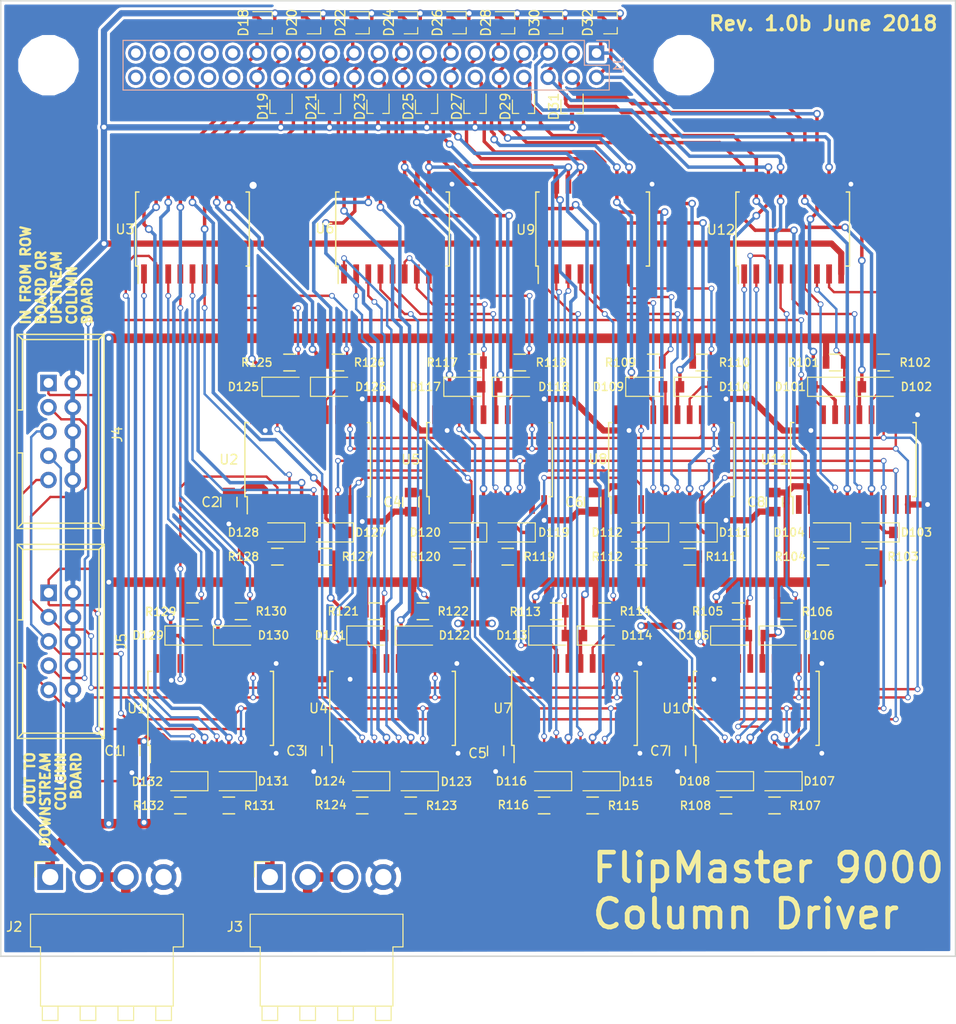
<source format=kicad_pcb>
(kicad_pcb (version 4) (host pcbnew 4.0.7)
  (layers (0 F.Cu signal) (31 B.Cu signal) (34 B.Paste user) (35 F.Paste user) (36 B.SilkS user) (37 F.SilkS user) (38 B.Mask user) (39 F.Mask user) (44 Edge.Cuts user))
  (net 0 "")
  (net 1 +5V)
  (net 2 GND)
  (net 3 COL32)
  (net 4 COL31)
  (net 5 COL30)
  (net 6 COL29)
  (net 7 COL28)
  (net 8 COL27)
  (net 9 COL26)
  (net 10 COL25)
  (net 11 COL24)
  (net 12 COL23)
  (net 13 COL22)
  (net 14 COL21)
  (net 15 COL20)
  (net 16 COL19)
  (net 17 COL18)
  (net 18 COL17)
  (net 19 COL16)
  (net 20 COL15)
  (net 21 COL14)
  (net 22 COL13)
  (net 23 COL12)
  (net 24 COL11)
  (net 25 COL10)
  (net 26 COL9)
  (net 27 COL8)
  (net 28 COL7)
  (net 29 COL6)
  (net 30 COL5)
  (net 31 COL4)
  (net 32 COL3)
  (net 33 COL2)
  (net 34 COL1)
  (net 35 +24V)
  (net 36 "Net-(J1-Pad31)")
  (net 37 "Net-(J1-Pad32)")
  (net 38 "Net-(J1-Pad33)")
  (net 39 "Net-(J1-Pad34)")
  (net 40 "Net-(J1-Pad35)")
  (net 41 "Net-(J1-Pad36)")
  (net 42 "Net-(J1-Pad37)")
  (net 43 "Net-(J1-Pad38)")
  (net 44 "Net-(J1-Pad39)")
  (net 45 "Net-(J1-Pad40)")
  (net 46 ~COL_EN)
  (net 47 RC_SHIFT_CLK)
  (net 48 ~RC_CLEAR)
  (net 49 RC_DATA)
  (net 50 COL_REG_CLK)
  (net 51 RC_DATA_OUT)
  (net 52 "Net-(U1-Pad18)")
  (net 53 "Net-(U2-Pad18)")
  (net 54 "Net-(U4-Pad18)")
  (net 55 "Net-(U5-Pad18)")
  (net 56 "Net-(U7-Pad18)")
  (net 57 "Net-(U10-Pad3)")
  (net 58 "Net-(U10-Pad18)")
  (net 59 "Net-(D101-Pad2)")
  (net 60 "Net-(D102-Pad2)")
  (net 61 "Net-(D103-Pad2)")
  (net 62 "Net-(D104-Pad2)")
  (net 63 "Net-(D105-Pad2)")
  (net 64 "Net-(D106-Pad2)")
  (net 65 "Net-(D107-Pad2)")
  (net 66 "Net-(D108-Pad2)")
  (net 67 "Net-(D109-Pad2)")
  (net 68 "Net-(D110-Pad2)")
  (net 69 "Net-(D111-Pad2)")
  (net 70 "Net-(D112-Pad2)")
  (net 71 "Net-(D113-Pad2)")
  (net 72 "Net-(D114-Pad2)")
  (net 73 "Net-(D115-Pad2)")
  (net 74 "Net-(D116-Pad2)")
  (net 75 "Net-(D117-Pad2)")
  (net 76 "Net-(D118-Pad2)")
  (net 77 "Net-(D119-Pad2)")
  (net 78 "Net-(D120-Pad2)")
  (net 79 "Net-(D121-Pad2)")
  (net 80 "Net-(D122-Pad2)")
  (net 81 "Net-(D123-Pad2)")
  (net 82 "Net-(D124-Pad2)")
  (net 83 "Net-(D125-Pad2)")
  (net 84 "Net-(D128-Pad2)")
  (net 85 "Net-(D129-Pad2)")
  (net 86 "Net-(D130-Pad2)")
  (net 87 "Net-(D131-Pad2)")
  (net 88 "Net-(D132-Pad2)")
  (net 89 "Net-(D126-Pad2)")
  (net 90 "Net-(D127-Pad2)")
  (module Capacitors_SMD:C_0805 (layer F.Cu) (at 48.895 77.47 270)
    (fp_text reference C2 (at 0 1.905 540) (layer F.SilkS))
    (fp_text value .1uF)
    (pad 1 smd rect (at -1 0 270) (size 1 1.25) (layers F.Cu F.Paste F.Mask) (net 1 +5V))
    (pad 2 smd rect (at 1 0 270) (size 1 1.25) (layers F.Cu F.Paste F.Mask) (net 2 GND))
  )
  (module Capacitors_SMD:C_0805 (layer F.Cu) (at 95.885 103.505 270)
    (fp_text reference C7 (at 0 1.905 360) (layer F.SilkS))
    (fp_text value .1uF)
    (pad 1 smd rect (at -1 0 270) (size 1 1.25) (layers F.Cu F.Paste F.Mask) (net 1 +5V))
    (pad 2 smd rect (at 1 0 270) (size 1 1.25) (layers F.Cu F.Paste F.Mask) (net 2 GND))
  )
  (module Capacitors_SMD:C_0805 (layer F.Cu) (at 76.835 103.505 270)
    (fp_text reference C5 (at 0.25267 1.890302 360) (layer F.SilkS))
    (fp_text value .1uF)
    (pad 1 smd rect (at -1 0 270) (size 1 1.25) (layers F.Cu F.Paste F.Mask) (net 1 +5V))
    (pad 2 smd rect (at 1 0 270) (size 1 1.25) (layers F.Cu F.Paste F.Mask) (net 2 GND))
  )
  (module Connector_JST:JST_VH_B4PS-VH_1x04_P3.96mm_Horizontal (layer F.Cu) (at 30.18 116.713)
    (fp_text reference J2 (at -3.764 5.207) (layer F.SilkS))
    (fp_text value PWR_CHAIN_IN)
    (pad 1 thru_hole rect (at 0 0) (size 2.7 2.7) (drill 1.7) (layers *.Cu *.Mask) (net 1 +5V))
    (pad 2 thru_hole circle (at 3.96 0) (size 2.7 2.7) (drill 1.7) (layers *.Cu *.Mask) (net 35 +24V))
    (pad 3 thru_hole circle (at 7.92 0) (size 2.7 2.7) (drill 1.7) (layers *.Cu *.Mask) (net 35 +24V))
    (pad 4 thru_hole circle (at 11.88 0) (size 2.7 2.7) (drill 1.7) (layers *.Cu *.Mask) (net 2 GND))
  )
  (module Connector_JST:JST_VH_B4PS-VH_1x04_P3.96mm_Horizontal (layer F.Cu) (at 53.19 116.713)
    (fp_text reference J3 (at -3.66 5.207) (layer F.SilkS))
    (fp_text value PWR_CHAIN_OUT)
    (pad 1 thru_hole rect (at 0 0) (size 2.7 2.7) (drill 1.7) (layers *.Cu *.Mask) (net 1 +5V))
    (pad 2 thru_hole circle (at 3.96 0) (size 2.7 2.7) (drill 1.7) (layers *.Cu *.Mask) (net 35 +24V))
    (pad 3 thru_hole circle (at 7.92 0) (size 2.7 2.7) (drill 1.7) (layers *.Cu *.Mask) (net 35 +24V))
    (pad 4 thru_hole circle (at 11.88 0) (size 2.7 2.7) (drill 1.7) (layers *.Cu *.Mask) (net 2 GND))
  )
  (module Connectors:IDC_Header_Straight_10pins (layer F.Cu) (at 30 65 270)
    (fp_text reference J4 (at 5.3848 -7.2136 270) (layer F.SilkS))
    (fp_text value DATA_CHAIN_IN)
    (pad 1 thru_hole rect (at 0 0 270) (size 1.7272 1.7272) (drill 1.016) (layers *.Cu *.Mask) (net 46 ~COL_EN))
    (pad 2 thru_hole oval (at 0 -2.54 270) (size 1.7272 1.7272) (drill 1.016) (layers *.Cu *.Mask) (net 2 GND))
    (pad 3 thru_hole oval (at 2.54 0 270) (size 1.7272 1.7272) (drill 1.016) (layers *.Cu *.Mask) (net 47 RC_SHIFT_CLK))
    (pad 4 thru_hole oval (at 2.54 -2.54 270) (size 1.7272 1.7272) (drill 1.016) (layers *.Cu *.Mask) (net 2 GND))
    (pad 5 thru_hole oval (at 5.08 0 270) (size 1.7272 1.7272) (drill 1.016) (layers *.Cu *.Mask) (net 48 ~RC_CLEAR))
    (pad 6 thru_hole oval (at 5.08 -2.54 270) (size 1.7272 1.7272) (drill 1.016) (layers *.Cu *.Mask) (net 2 GND))
    (pad 7 thru_hole oval (at 7.62 0 270) (size 1.7272 1.7272) (drill 1.016) (layers *.Cu *.Mask) (net 49 RC_DATA))
    (pad 8 thru_hole oval (at 7.62 -2.54 270) (size 1.7272 1.7272) (drill 1.016) (layers *.Cu *.Mask) (net 2 GND))
    (pad 9 thru_hole oval (at 10.16 0 270) (size 1.7272 1.7272) (drill 1.016) (layers *.Cu *.Mask) (net 50 COL_REG_CLK))
    (pad 10 thru_hole oval (at 10.16 -2.54 270) (size 1.7272 1.7272) (drill 1.016) (layers *.Cu *.Mask) (net 2 GND))
  )
  (module Connectors:IDC_Header_Straight_10pins (layer F.Cu) (at 30.0228 86.9696 270)
    (fp_text reference J5 (at 5.08 -7.62 270) (layer F.SilkS))
    (fp_text value DATA_CHAIN_OUT)
    (pad 1 thru_hole rect (at 0 0 270) (size 1.7272 1.7272) (drill 1.016) (layers *.Cu *.Mask) (net 46 ~COL_EN))
    (pad 2 thru_hole oval (at 0 -2.54 270) (size 1.7272 1.7272) (drill 1.016) (layers *.Cu *.Mask) (net 2 GND))
    (pad 3 thru_hole oval (at 2.54 0 270) (size 1.7272 1.7272) (drill 1.016) (layers *.Cu *.Mask) (net 47 RC_SHIFT_CLK))
    (pad 4 thru_hole oval (at 2.54 -2.54 270) (size 1.7272 1.7272) (drill 1.016) (layers *.Cu *.Mask) (net 2 GND))
    (pad 5 thru_hole oval (at 5.08 0 270) (size 1.7272 1.7272) (drill 1.016) (layers *.Cu *.Mask) (net 48 ~RC_CLEAR))
    (pad 6 thru_hole oval (at 5.08 -2.54 270) (size 1.7272 1.7272) (drill 1.016) (layers *.Cu *.Mask) (net 2 GND))
    (pad 7 thru_hole oval (at 7.62 0 270) (size 1.7272 1.7272) (drill 1.016) (layers *.Cu *.Mask) (net 51 RC_DATA_OUT))
    (pad 8 thru_hole oval (at 7.62 -2.54 270) (size 1.7272 1.7272) (drill 1.016) (layers *.Cu *.Mask) (net 2 GND))
    (pad 9 thru_hole oval (at 10.16 0 270) (size 1.7272 1.7272) (drill 1.016) (layers *.Cu *.Mask) (net 50 COL_REG_CLK))
    (pad 10 thru_hole oval (at 10.16 -2.54 270) (size 1.7272 1.7272) (drill 1.016) (layers *.Cu *.Mask) (net 2 GND))
  )
  (module Housings_SOIC:SOIC-20W_7.5x12.8mm_Pitch1.27mm (layer F.Cu) (at 46.99 99.06 90)
    (fp_text reference U1 (at 0 -7.747 180) (layer F.SilkS))
    (fp_text value TPIC6B595)
    (pad 1 smd rect (at -4.7 -5.715 90) (size 1.95 0.6) (layers F.Cu F.Paste F.Mask))
    (pad 2 smd rect (at -4.7 -4.445 90) (size 1.95 0.6) (layers F.Cu F.Paste F.Mask) (net 1 +5V))
    (pad 3 smd rect (at -4.7 -3.175 90) (size 1.95 0.6) (layers F.Cu F.Paste F.Mask) (net 49 RC_DATA))
    (pad 4 smd rect (at -4.7 -1.905 90) (size 1.95 0.6) (layers F.Cu F.Paste F.Mask) (net 88 "Net-(D132-Pad2)"))
    (pad 5 smd rect (at -4.7 -0.635 90) (size 1.95 0.6) (layers F.Cu F.Paste F.Mask) (net 3 COL32))
    (pad 6 smd rect (at -4.7 0.635 90) (size 1.95 0.6) (layers F.Cu F.Paste F.Mask) (net 87 "Net-(D131-Pad2)"))
    (pad 7 smd rect (at -4.7 1.905 90) (size 1.95 0.6) (layers F.Cu F.Paste F.Mask) (net 4 COL31))
    (pad 8 smd rect (at -4.7 3.175 90) (size 1.95 0.6) (layers F.Cu F.Paste F.Mask) (net 48 ~RC_CLEAR))
    (pad 9 smd rect (at -4.7 4.445 90) (size 1.95 0.6) (layers F.Cu F.Paste F.Mask) (net 46 ~COL_EN))
    (pad 10 smd rect (at -4.7 5.715 90) (size 1.95 0.6) (layers F.Cu F.Paste F.Mask) (net 2 GND))
    (pad 11 smd rect (at 4.7 5.715 90) (size 1.95 0.6) (layers F.Cu F.Paste F.Mask) (net 2 GND))
    (pad 12 smd rect (at 4.7 4.445 90) (size 1.95 0.6) (layers F.Cu F.Paste F.Mask) (net 50 COL_REG_CLK))
    (pad 13 smd rect (at 4.7 3.175 90) (size 1.95 0.6) (layers F.Cu F.Paste F.Mask) (net 47 RC_SHIFT_CLK))
    (pad 14 smd rect (at 4.7 1.905 90) (size 1.95 0.6) (layers F.Cu F.Paste F.Mask) (net 86 "Net-(D130-Pad2)"))
    (pad 15 smd rect (at 4.7 0.635 90) (size 1.95 0.6) (layers F.Cu F.Paste F.Mask) (net 5 COL30))
    (pad 16 smd rect (at 4.7 -0.635 90) (size 1.95 0.6) (layers F.Cu F.Paste F.Mask) (net 85 "Net-(D129-Pad2)"))
    (pad 17 smd rect (at 4.7 -1.905 90) (size 1.95 0.6) (layers F.Cu F.Paste F.Mask) (net 6 COL29))
    (pad 18 smd rect (at 4.7 -3.175 90) (size 1.95 0.6) (layers F.Cu F.Paste F.Mask) (net 52 "Net-(U1-Pad18)"))
    (pad 19 smd rect (at 4.7 -4.445 90) (size 1.95 0.6) (layers F.Cu F.Paste F.Mask) (net 2 GND))
    (pad 20 smd rect (at 4.7 -5.715 90) (size 1.95 0.6) (layers F.Cu F.Paste F.Mask))
  )
  (module Housings_SOIC:SOIC-20W_7.5x12.8mm_Pitch1.27mm (layer F.Cu) (at 57.15 73.025 90)
    (fp_text reference U2 (at 0 -8.255 180) (layer F.SilkS))
    (fp_text value TPIC6B595)
    (pad 1 smd rect (at -4.7 -5.715 90) (size 1.95 0.6) (layers F.Cu F.Paste F.Mask))
    (pad 2 smd rect (at -4.7 -4.445 90) (size 1.95 0.6) (layers F.Cu F.Paste F.Mask) (net 1 +5V))
    (pad 3 smd rect (at -4.7 -3.175 90) (size 1.95 0.6) (layers F.Cu F.Paste F.Mask) (net 52 "Net-(U1-Pad18)"))
    (pad 4 smd rect (at -4.7 -1.905 90) (size 1.95 0.6) (layers F.Cu F.Paste F.Mask) (net 84 "Net-(D128-Pad2)"))
    (pad 5 smd rect (at -4.7 -0.635 90) (size 1.95 0.6) (layers F.Cu F.Paste F.Mask) (net 7 COL28))
    (pad 6 smd rect (at -4.7 0.635 90) (size 1.95 0.6) (layers F.Cu F.Paste F.Mask) (net 90 "Net-(D127-Pad2)"))
    (pad 7 smd rect (at -4.7 1.905 90) (size 1.95 0.6) (layers F.Cu F.Paste F.Mask) (net 8 COL27))
    (pad 8 smd rect (at -4.7 3.175 90) (size 1.95 0.6) (layers F.Cu F.Paste F.Mask) (net 48 ~RC_CLEAR))
    (pad 9 smd rect (at -4.7 4.445 90) (size 1.95 0.6) (layers F.Cu F.Paste F.Mask) (net 46 ~COL_EN))
    (pad 10 smd rect (at -4.7 5.715 90) (size 1.95 0.6) (layers F.Cu F.Paste F.Mask) (net 2 GND))
    (pad 11 smd rect (at 4.7 5.715 90) (size 1.95 0.6) (layers F.Cu F.Paste F.Mask) (net 2 GND))
    (pad 12 smd rect (at 4.7 4.445 90) (size 1.95 0.6) (layers F.Cu F.Paste F.Mask) (net 50 COL_REG_CLK))
    (pad 13 smd rect (at 4.7 3.175 90) (size 1.95 0.6) (layers F.Cu F.Paste F.Mask) (net 47 RC_SHIFT_CLK))
    (pad 14 smd rect (at 4.7 1.905 90) (size 1.95 0.6) (layers F.Cu F.Paste F.Mask) (net 89 "Net-(D126-Pad2)"))
    (pad 15 smd rect (at 4.7 0.635 90) (size 1.95 0.6) (layers F.Cu F.Paste F.Mask) (net 9 COL26))
    (pad 16 smd rect (at 4.7 -0.635 90) (size 1.95 0.6) (layers F.Cu F.Paste F.Mask) (net 83 "Net-(D125-Pad2)"))
    (pad 17 smd rect (at 4.7 -1.905 90) (size 1.95 0.6) (layers F.Cu F.Paste F.Mask) (net 10 COL25))
    (pad 18 smd rect (at 4.7 -3.175 90) (size 1.95 0.6) (layers F.Cu F.Paste F.Mask) (net 53 "Net-(U2-Pad18)"))
    (pad 19 smd rect (at 4.7 -4.445 90) (size 1.95 0.6) (layers F.Cu F.Paste F.Mask) (net 2 GND))
    (pad 20 smd rect (at 4.7 -5.715 90) (size 1.95 0.6) (layers F.Cu F.Paste F.Mask))
  )
  (module Housings_SOIC:SOIC-18W_7.5x11.6mm_Pitch1.27mm (layer F.Cu) (at 45.085 48.895 90)
    (fp_text reference U3 (at -0.0254 -7.0612 180) (layer F.SilkS))
    (fp_text value TBD62783)
    (pad 1 smd rect (at -4.7 -5.08 90) (size 2 0.6) (layers F.Cu F.Paste F.Mask) (net 87 "Net-(D131-Pad2)"))
    (pad 2 smd rect (at -4.7 -3.81 90) (size 2 0.6) (layers F.Cu F.Paste F.Mask) (net 88 "Net-(D132-Pad2)"))
    (pad 3 smd rect (at -4.7 -2.54 90) (size 2 0.6) (layers F.Cu F.Paste F.Mask) (net 85 "Net-(D129-Pad2)"))
    (pad 4 smd rect (at -4.7 -1.27 90) (size 2 0.6) (layers F.Cu F.Paste F.Mask) (net 86 "Net-(D130-Pad2)"))
    (pad 5 smd rect (at -4.7 0 90) (size 2 0.6) (layers F.Cu F.Paste F.Mask) (net 90 "Net-(D127-Pad2)"))
    (pad 6 smd rect (at -4.7 1.27 90) (size 2 0.6) (layers F.Cu F.Paste F.Mask) (net 84 "Net-(D128-Pad2)"))
    (pad 7 smd rect (at -4.7 2.54 90) (size 2 0.6) (layers F.Cu F.Paste F.Mask) (net 83 "Net-(D125-Pad2)"))
    (pad 8 smd rect (at -4.7 3.81 90) (size 2 0.6) (layers F.Cu F.Paste F.Mask) (net 89 "Net-(D126-Pad2)"))
    (pad 9 smd rect (at -4.7 5.08 90) (size 2 0.6) (layers F.Cu F.Paste F.Mask) (net 35 +24V))
    (pad 10 smd rect (at 4.7 5.08 90) (size 2 0.6) (layers F.Cu F.Paste F.Mask) (net 2 GND))
    (pad 11 smd rect (at 4.7 3.81 90) (size 2 0.6) (layers F.Cu F.Paste F.Mask) (net 9 COL26))
    (pad 12 smd rect (at 4.7 2.54 90) (size 2 0.6) (layers F.Cu F.Paste F.Mask) (net 10 COL25))
    (pad 13 smd rect (at 4.7 1.27 90) (size 2 0.6) (layers F.Cu F.Paste F.Mask) (net 7 COL28))
    (pad 14 smd rect (at 4.7 0 90) (size 2 0.6) (layers F.Cu F.Paste F.Mask) (net 8 COL27))
    (pad 15 smd rect (at 4.7 -1.27 90) (size 2 0.6) (layers F.Cu F.Paste F.Mask) (net 5 COL30))
    (pad 16 smd rect (at 4.7 -2.54 90) (size 2 0.6) (layers F.Cu F.Paste F.Mask) (net 6 COL29))
    (pad 17 smd rect (at 4.7 -3.81 90) (size 2 0.6) (layers F.Cu F.Paste F.Mask) (net 3 COL32))
    (pad 18 smd rect (at 4.7 -5.08 90) (size 2 0.6) (layers F.Cu F.Paste F.Mask) (net 4 COL31))
  )
  (module Housings_SOIC:SOIC-20W_7.5x12.8mm_Pitch1.27mm (layer F.Cu) (at 66.04 99.06 90)
    (fp_text reference U4 (at 0 -7.747 180) (layer F.SilkS))
    (fp_text value TPIC6B595)
    (pad 1 smd rect (at -4.7 -5.715 90) (size 1.95 0.6) (layers F.Cu F.Paste F.Mask))
    (pad 2 smd rect (at -4.7 -4.445 90) (size 1.95 0.6) (layers F.Cu F.Paste F.Mask) (net 1 +5V))
    (pad 3 smd rect (at -4.7 -3.175 90) (size 1.95 0.6) (layers F.Cu F.Paste F.Mask) (net 53 "Net-(U2-Pad18)"))
    (pad 4 smd rect (at -4.7 -1.905 90) (size 1.95 0.6) (layers F.Cu F.Paste F.Mask) (net 82 "Net-(D124-Pad2)"))
    (pad 5 smd rect (at -4.7 -0.635 90) (size 1.95 0.6) (layers F.Cu F.Paste F.Mask) (net 11 COL24))
    (pad 6 smd rect (at -4.7 0.635 90) (size 1.95 0.6) (layers F.Cu F.Paste F.Mask) (net 81 "Net-(D123-Pad2)"))
    (pad 7 smd rect (at -4.7 1.905 90) (size 1.95 0.6) (layers F.Cu F.Paste F.Mask) (net 12 COL23))
    (pad 8 smd rect (at -4.7 3.175 90) (size 1.95 0.6) (layers F.Cu F.Paste F.Mask) (net 48 ~RC_CLEAR))
    (pad 9 smd rect (at -4.7 4.445 90) (size 1.95 0.6) (layers F.Cu F.Paste F.Mask) (net 46 ~COL_EN))
    (pad 10 smd rect (at -4.7 5.715 90) (size 1.95 0.6) (layers F.Cu F.Paste F.Mask) (net 2 GND))
    (pad 11 smd rect (at 4.7 5.715 90) (size 1.95 0.6) (layers F.Cu F.Paste F.Mask) (net 2 GND))
    (pad 12 smd rect (at 4.7 4.445 90) (size 1.95 0.6) (layers F.Cu F.Paste F.Mask) (net 50 COL_REG_CLK))
    (pad 13 smd rect (at 4.7 3.175 90) (size 1.95 0.6) (layers F.Cu F.Paste F.Mask) (net 47 RC_SHIFT_CLK))
    (pad 14 smd rect (at 4.7 1.905 90) (size 1.95 0.6) (layers F.Cu F.Paste F.Mask) (net 80 "Net-(D122-Pad2)"))
    (pad 15 smd rect (at 4.7 0.635 90) (size 1.95 0.6) (layers F.Cu F.Paste F.Mask) (net 13 COL22))
    (pad 16 smd rect (at 4.7 -0.635 90) (size 1.95 0.6) (layers F.Cu F.Paste F.Mask) (net 79 "Net-(D121-Pad2)"))
    (pad 17 smd rect (at 4.7 -1.905 90) (size 1.95 0.6) (layers F.Cu F.Paste F.Mask) (net 14 COL21))
    (pad 18 smd rect (at 4.7 -3.175 90) (size 1.95 0.6) (layers F.Cu F.Paste F.Mask) (net 54 "Net-(U4-Pad18)"))
    (pad 19 smd rect (at 4.7 -4.445 90) (size 1.95 0.6) (layers F.Cu F.Paste F.Mask) (net 2 GND))
    (pad 20 smd rect (at 4.7 -5.715 90) (size 1.95 0.6) (layers F.Cu F.Paste F.Mask))
  )
  (module Housings_SOIC:SOIC-20W_7.5x12.8mm_Pitch1.27mm (layer F.Cu) (at 76.2 73.025 90)
    (fp_text reference U5 (at 0 -8.255 180) (layer F.SilkS))
    (fp_text value TPIC6B595)
    (pad 1 smd rect (at -4.7 -5.715 90) (size 1.95 0.6) (layers F.Cu F.Paste F.Mask))
    (pad 2 smd rect (at -4.7 -4.445 90) (size 1.95 0.6) (layers F.Cu F.Paste F.Mask) (net 1 +5V))
    (pad 3 smd rect (at -4.7 -3.175 90) (size 1.95 0.6) (layers F.Cu F.Paste F.Mask) (net 54 "Net-(U4-Pad18)"))
    (pad 4 smd rect (at -4.7 -1.905 90) (size 1.95 0.6) (layers F.Cu F.Paste F.Mask) (net 78 "Net-(D120-Pad2)"))
    (pad 5 smd rect (at -4.7 -0.635 90) (size 1.95 0.6) (layers F.Cu F.Paste F.Mask) (net 15 COL20))
    (pad 6 smd rect (at -4.7 0.635 90) (size 1.95 0.6) (layers F.Cu F.Paste F.Mask) (net 77 "Net-(D119-Pad2)"))
    (pad 7 smd rect (at -4.7 1.905 90) (size 1.95 0.6) (layers F.Cu F.Paste F.Mask) (net 16 COL19))
    (pad 8 smd rect (at -4.7 3.175 90) (size 1.95 0.6) (layers F.Cu F.Paste F.Mask) (net 48 ~RC_CLEAR))
    (pad 9 smd rect (at -4.7 4.445 90) (size 1.95 0.6) (layers F.Cu F.Paste F.Mask) (net 46 ~COL_EN))
    (pad 10 smd rect (at -4.7 5.715 90) (size 1.95 0.6) (layers F.Cu F.Paste F.Mask) (net 2 GND))
    (pad 11 smd rect (at 4.7 5.715 90) (size 1.95 0.6) (layers F.Cu F.Paste F.Mask) (net 2 GND))
    (pad 12 smd rect (at 4.7 4.445 90) (size 1.95 0.6) (layers F.Cu F.Paste F.Mask) (net 50 COL_REG_CLK))
    (pad 13 smd rect (at 4.7 3.175 90) (size 1.95 0.6) (layers F.Cu F.Paste F.Mask) (net 47 RC_SHIFT_CLK))
    (pad 14 smd rect (at 4.7 1.905 90) (size 1.95 0.6) (layers F.Cu F.Paste F.Mask) (net 76 "Net-(D118-Pad2)"))
    (pad 15 smd rect (at 4.7 0.635 90) (size 1.95 0.6) (layers F.Cu F.Paste F.Mask) (net 17 COL18))
    (pad 16 smd rect (at 4.7 -0.635 90) (size 1.95 0.6) (layers F.Cu F.Paste F.Mask) (net 75 "Net-(D117-Pad2)"))
    (pad 17 smd rect (at 4.7 -1.905 90) (size 1.95 0.6) (layers F.Cu F.Paste F.Mask) (net 18 COL17))
    (pad 18 smd rect (at 4.7 -3.175 90) (size 1.95 0.6) (layers F.Cu F.Paste F.Mask) (net 55 "Net-(U5-Pad18)"))
    (pad 19 smd rect (at 4.7 -4.445 90) (size 1.95 0.6) (layers F.Cu F.Paste F.Mask) (net 2 GND))
    (pad 20 smd rect (at 4.7 -5.715 90) (size 1.95 0.6) (layers F.Cu F.Paste F.Mask))
  )
  (module Housings_SOIC:SOIC-18W_7.5x11.6mm_Pitch1.27mm (layer F.Cu) (at 66.04 48.895 90)
    (fp_text reference U6 (at 0.0508 -7.0866 180) (layer F.SilkS))
    (fp_text value TBD62783)
    (pad 1 smd rect (at -4.7 -5.08 90) (size 2 0.6) (layers F.Cu F.Paste F.Mask) (net 81 "Net-(D123-Pad2)"))
    (pad 2 smd rect (at -4.7 -3.81 90) (size 2 0.6) (layers F.Cu F.Paste F.Mask) (net 82 "Net-(D124-Pad2)"))
    (pad 3 smd rect (at -4.7 -2.54 90) (size 2 0.6) (layers F.Cu F.Paste F.Mask) (net 79 "Net-(D121-Pad2)"))
    (pad 4 smd rect (at -4.7 -1.27 90) (size 2 0.6) (layers F.Cu F.Paste F.Mask) (net 80 "Net-(D122-Pad2)"))
    (pad 5 smd rect (at -4.7 0 90) (size 2 0.6) (layers F.Cu F.Paste F.Mask) (net 77 "Net-(D119-Pad2)"))
    (pad 6 smd rect (at -4.7 1.27 90) (size 2 0.6) (layers F.Cu F.Paste F.Mask) (net 78 "Net-(D120-Pad2)"))
    (pad 7 smd rect (at -4.7 2.54 90) (size 2 0.6) (layers F.Cu F.Paste F.Mask) (net 75 "Net-(D117-Pad2)"))
    (pad 8 smd rect (at -4.7 3.81 90) (size 2 0.6) (layers F.Cu F.Paste F.Mask) (net 76 "Net-(D118-Pad2)"))
    (pad 9 smd rect (at -4.7 5.08 90) (size 2 0.6) (layers F.Cu F.Paste F.Mask) (net 35 +24V))
    (pad 10 smd rect (at 4.7 5.08 90) (size 2 0.6) (layers F.Cu F.Paste F.Mask) (net 2 GND))
    (pad 11 smd rect (at 4.7 3.81 90) (size 2 0.6) (layers F.Cu F.Paste F.Mask) (net 17 COL18))
    (pad 12 smd rect (at 4.7 2.54 90) (size 2 0.6) (layers F.Cu F.Paste F.Mask) (net 18 COL17))
    (pad 13 smd rect (at 4.7 1.27 90) (size 2 0.6) (layers F.Cu F.Paste F.Mask) (net 15 COL20))
    (pad 14 smd rect (at 4.7 0 90) (size 2 0.6) (layers F.Cu F.Paste F.Mask) (net 16 COL19))
    (pad 15 smd rect (at 4.7 -1.27 90) (size 2 0.6) (layers F.Cu F.Paste F.Mask) (net 13 COL22))
    (pad 16 smd rect (at 4.7 -2.54 90) (size 2 0.6) (layers F.Cu F.Paste F.Mask) (net 14 COL21))
    (pad 17 smd rect (at 4.7 -3.81 90) (size 2 0.6) (layers F.Cu F.Paste F.Mask) (net 11 COL24))
    (pad 18 smd rect (at 4.7 -5.08 90) (size 2 0.6) (layers F.Cu F.Paste F.Mask) (net 12 COL23))
  )
  (module Housings_SOIC:SOIC-20W_7.5x12.8mm_Pitch1.27mm (layer F.Cu) (at 85.09 99.06 90)
    (fp_text reference U7 (at 0 -7.5 180) (layer F.SilkS))
    (fp_text value TPIC6B595)
    (pad 1 smd rect (at -4.7 -5.715 90) (size 1.95 0.6) (layers F.Cu F.Paste F.Mask))
    (pad 2 smd rect (at -4.7 -4.445 90) (size 1.95 0.6) (layers F.Cu F.Paste F.Mask) (net 1 +5V))
    (pad 3 smd rect (at -4.7 -3.175 90) (size 1.95 0.6) (layers F.Cu F.Paste F.Mask) (net 55 "Net-(U5-Pad18)"))
    (pad 4 smd rect (at -4.7 -1.905 90) (size 1.95 0.6) (layers F.Cu F.Paste F.Mask) (net 74 "Net-(D116-Pad2)"))
    (pad 5 smd rect (at -4.7 -0.635 90) (size 1.95 0.6) (layers F.Cu F.Paste F.Mask) (net 19 COL16))
    (pad 6 smd rect (at -4.7 0.635 90) (size 1.95 0.6) (layers F.Cu F.Paste F.Mask) (net 73 "Net-(D115-Pad2)"))
    (pad 7 smd rect (at -4.7 1.905 90) (size 1.95 0.6) (layers F.Cu F.Paste F.Mask) (net 20 COL15))
    (pad 8 smd rect (at -4.7 3.175 90) (size 1.95 0.6) (layers F.Cu F.Paste F.Mask) (net 48 ~RC_CLEAR))
    (pad 9 smd rect (at -4.7 4.445 90) (size 1.95 0.6) (layers F.Cu F.Paste F.Mask) (net 46 ~COL_EN))
    (pad 10 smd rect (at -4.7 5.715 90) (size 1.95 0.6) (layers F.Cu F.Paste F.Mask) (net 2 GND))
    (pad 11 smd rect (at 4.7 5.715 90) (size 1.95 0.6) (layers F.Cu F.Paste F.Mask) (net 2 GND))
    (pad 12 smd rect (at 4.7 4.445 90) (size 1.95 0.6) (layers F.Cu F.Paste F.Mask) (net 50 COL_REG_CLK))
    (pad 13 smd rect (at 4.7 3.175 90) (size 1.95 0.6) (layers F.Cu F.Paste F.Mask) (net 47 RC_SHIFT_CLK))
    (pad 14 smd rect (at 4.7 1.905 90) (size 1.95 0.6) (layers F.Cu F.Paste F.Mask) (net 72 "Net-(D114-Pad2)"))
    (pad 15 smd rect (at 4.7 0.635 90) (size 1.95 0.6) (layers F.Cu F.Paste F.Mask) (net 21 COL14))
    (pad 16 smd rect (at 4.7 -0.635 90) (size 1.95 0.6) (layers F.Cu F.Paste F.Mask) (net 71 "Net-(D113-Pad2)"))
    (pad 17 smd rect (at 4.7 -1.905 90) (size 1.95 0.6) (layers F.Cu F.Paste F.Mask) (net 22 COL13))
    (pad 18 smd rect (at 4.7 -3.175 90) (size 1.95 0.6) (layers F.Cu F.Paste F.Mask) (net 56 "Net-(U7-Pad18)"))
    (pad 19 smd rect (at 4.7 -4.445 90) (size 1.95 0.6) (layers F.Cu F.Paste F.Mask) (net 2 GND))
    (pad 20 smd rect (at 4.7 -5.715 90) (size 1.95 0.6) (layers F.Cu F.Paste F.Mask))
  )
  (module Housings_SOIC:SOIC-20W_7.5x12.8mm_Pitch1.27mm (layer F.Cu) (at 95.25 73.025 90)
    (fp_text reference U8 (at 0.0508 -7.6962 180) (layer F.SilkS))
    (fp_text value TPIC6B595)
    (pad 1 smd rect (at -4.7 -5.715 90) (size 1.95 0.6) (layers F.Cu F.Paste F.Mask))
    (pad 2 smd rect (at -4.7 -4.445 90) (size 1.95 0.6) (layers F.Cu F.Paste F.Mask) (net 1 +5V))
    (pad 3 smd rect (at -4.7 -3.175 90) (size 1.95 0.6) (layers F.Cu F.Paste F.Mask) (net 56 "Net-(U7-Pad18)"))
    (pad 4 smd rect (at -4.7 -1.905 90) (size 1.95 0.6) (layers F.Cu F.Paste F.Mask) (net 70 "Net-(D112-Pad2)"))
    (pad 5 smd rect (at -4.7 -0.635 90) (size 1.95 0.6) (layers F.Cu F.Paste F.Mask) (net 23 COL12))
    (pad 6 smd rect (at -4.7 0.635 90) (size 1.95 0.6) (layers F.Cu F.Paste F.Mask) (net 69 "Net-(D111-Pad2)"))
    (pad 7 smd rect (at -4.7 1.905 90) (size 1.95 0.6) (layers F.Cu F.Paste F.Mask) (net 24 COL11))
    (pad 8 smd rect (at -4.7 3.175 90) (size 1.95 0.6) (layers F.Cu F.Paste F.Mask) (net 48 ~RC_CLEAR))
    (pad 9 smd rect (at -4.7 4.445 90) (size 1.95 0.6) (layers F.Cu F.Paste F.Mask) (net 46 ~COL_EN))
    (pad 10 smd rect (at -4.7 5.715 90) (size 1.95 0.6) (layers F.Cu F.Paste F.Mask) (net 2 GND))
    (pad 11 smd rect (at 4.7 5.715 90) (size 1.95 0.6) (layers F.Cu F.Paste F.Mask) (net 2 GND))
    (pad 12 smd rect (at 4.7 4.445 90) (size 1.95 0.6) (layers F.Cu F.Paste F.Mask) (net 50 COL_REG_CLK))
    (pad 13 smd rect (at 4.7 3.175 90) (size 1.95 0.6) (layers F.Cu F.Paste F.Mask) (net 47 RC_SHIFT_CLK))
    (pad 14 smd rect (at 4.7 1.905 90) (size 1.95 0.6) (layers F.Cu F.Paste F.Mask) (net 68 "Net-(D110-Pad2)"))
    (pad 15 smd rect (at 4.7 0.635 90) (size 1.95 0.6) (layers F.Cu F.Paste F.Mask) (net 25 COL10))
    (pad 16 smd rect (at 4.7 -0.635 90) (size 1.95 0.6) (layers F.Cu F.Paste F.Mask) (net 67 "Net-(D109-Pad2)"))
    (pad 17 smd rect (at 4.7 -1.905 90) (size 1.95 0.6) (layers F.Cu F.Paste F.Mask) (net 26 COL9))
    (pad 18 smd rect (at 4.7 -3.175 90) (size 1.95 0.6) (layers F.Cu F.Paste F.Mask) (net 57 "Net-(U10-Pad3)"))
    (pad 19 smd rect (at 4.7 -4.445 90) (size 1.95 0.6) (layers F.Cu F.Paste F.Mask) (net 2 GND))
    (pad 20 smd rect (at 4.7 -5.715 90) (size 1.95 0.6) (layers F.Cu F.Paste F.Mask))
  )
  (module Housings_SOIC:SOIC-18W_7.5x11.6mm_Pitch1.27mm (layer F.Cu) (at 86.995 48.895 90)
    (fp_text reference U9 (at -0.0762 -7.0104 180) (layer F.SilkS))
    (fp_text value TBD62783)
    (pad 1 smd rect (at -4.7 -5.08 90) (size 2 0.6) (layers F.Cu F.Paste F.Mask) (net 73 "Net-(D115-Pad2)"))
    (pad 2 smd rect (at -4.7 -3.81 90) (size 2 0.6) (layers F.Cu F.Paste F.Mask) (net 74 "Net-(D116-Pad2)"))
    (pad 3 smd rect (at -4.7 -2.54 90) (size 2 0.6) (layers F.Cu F.Paste F.Mask) (net 71 "Net-(D113-Pad2)"))
    (pad 4 smd rect (at -4.7 -1.27 90) (size 2 0.6) (layers F.Cu F.Paste F.Mask) (net 72 "Net-(D114-Pad2)"))
    (pad 5 smd rect (at -4.7 0 90) (size 2 0.6) (layers F.Cu F.Paste F.Mask) (net 69 "Net-(D111-Pad2)"))
    (pad 6 smd rect (at -4.7 1.27 90) (size 2 0.6) (layers F.Cu F.Paste F.Mask) (net 70 "Net-(D112-Pad2)"))
    (pad 7 smd rect (at -4.7 2.54 90) (size 2 0.6) (layers F.Cu F.Paste F.Mask) (net 67 "Net-(D109-Pad2)"))
    (pad 8 smd rect (at -4.7 3.81 90) (size 2 0.6) (layers F.Cu F.Paste F.Mask) (net 68 "Net-(D110-Pad2)"))
    (pad 9 smd rect (at -4.7 5.08 90) (size 2 0.6) (layers F.Cu F.Paste F.Mask) (net 35 +24V))
    (pad 10 smd rect (at 4.7 5.08 90) (size 2 0.6) (layers F.Cu F.Paste F.Mask) (net 2 GND))
    (pad 11 smd rect (at 4.7 3.81 90) (size 2 0.6) (layers F.Cu F.Paste F.Mask) (net 25 COL10))
    (pad 12 smd rect (at 4.7 2.54 90) (size 2 0.6) (layers F.Cu F.Paste F.Mask) (net 26 COL9))
    (pad 13 smd rect (at 4.7 1.27 90) (size 2 0.6) (layers F.Cu F.Paste F.Mask) (net 23 COL12))
    (pad 14 smd rect (at 4.7 0 90) (size 2 0.6) (layers F.Cu F.Paste F.Mask) (net 24 COL11))
    (pad 15 smd rect (at 4.7 -1.27 90) (size 2 0.6) (layers F.Cu F.Paste F.Mask) (net 21 COL14))
    (pad 16 smd rect (at 4.7 -2.54 90) (size 2 0.6) (layers F.Cu F.Paste F.Mask) (net 22 COL13))
    (pad 17 smd rect (at 4.7 -3.81 90) (size 2 0.6) (layers F.Cu F.Paste F.Mask) (net 19 COL16))
    (pad 18 smd rect (at 4.7 -5.08 90) (size 2 0.6) (layers F.Cu F.Paste F.Mask) (net 20 COL15))
  )
  (module Housings_SOIC:SOIC-20W_7.5x12.8mm_Pitch1.27mm (layer F.Cu) (at 104.14 99.06 90)
    (fp_text reference U10 (at 0 -8.382 180) (layer F.SilkS))
    (fp_text value TPIC6B595)
    (pad 1 smd rect (at -4.7 -5.715 90) (size 1.95 0.6) (layers F.Cu F.Paste F.Mask))
    (pad 2 smd rect (at -4.7 -4.445 90) (size 1.95 0.6) (layers F.Cu F.Paste F.Mask) (net 1 +5V))
    (pad 3 smd rect (at -4.7 -3.175 90) (size 1.95 0.6) (layers F.Cu F.Paste F.Mask) (net 57 "Net-(U10-Pad3)"))
    (pad 4 smd rect (at -4.7 -1.905 90) (size 1.95 0.6) (layers F.Cu F.Paste F.Mask) (net 66 "Net-(D108-Pad2)"))
    (pad 5 smd rect (at -4.7 -0.635 90) (size 1.95 0.6) (layers F.Cu F.Paste F.Mask) (net 27 COL8))
    (pad 6 smd rect (at -4.7 0.635 90) (size 1.95 0.6) (layers F.Cu F.Paste F.Mask) (net 65 "Net-(D107-Pad2)"))
    (pad 7 smd rect (at -4.7 1.905 90) (size 1.95 0.6) (layers F.Cu F.Paste F.Mask) (net 28 COL7))
    (pad 8 smd rect (at -4.7 3.175 90) (size 1.95 0.6) (layers F.Cu F.Paste F.Mask) (net 48 ~RC_CLEAR))
    (pad 9 smd rect (at -4.7 4.445 90) (size 1.95 0.6) (layers F.Cu F.Paste F.Mask) (net 46 ~COL_EN))
    (pad 10 smd rect (at -4.7 5.715 90) (size 1.95 0.6) (layers F.Cu F.Paste F.Mask) (net 2 GND))
    (pad 11 smd rect (at 4.7 5.715 90) (size 1.95 0.6) (layers F.Cu F.Paste F.Mask) (net 2 GND))
    (pad 12 smd rect (at 4.7 4.445 90) (size 1.95 0.6) (layers F.Cu F.Paste F.Mask) (net 50 COL_REG_CLK))
    (pad 13 smd rect (at 4.7 3.175 90) (size 1.95 0.6) (layers F.Cu F.Paste F.Mask) (net 47 RC_SHIFT_CLK))
    (pad 14 smd rect (at 4.7 1.905 90) (size 1.95 0.6) (layers F.Cu F.Paste F.Mask) (net 64 "Net-(D106-Pad2)"))
    (pad 15 smd rect (at 4.7 0.635 90) (size 1.95 0.6) (layers F.Cu F.Paste F.Mask) (net 29 COL6))
    (pad 16 smd rect (at 4.7 -0.635 90) (size 1.95 0.6) (layers F.Cu F.Paste F.Mask) (net 63 "Net-(D105-Pad2)"))
    (pad 17 smd rect (at 4.7 -1.905 90) (size 1.95 0.6) (layers F.Cu F.Paste F.Mask) (net 30 COL5))
    (pad 18 smd rect (at 4.7 -3.175 90) (size 1.95 0.6) (layers F.Cu F.Paste F.Mask) (net 58 "Net-(U10-Pad18)"))
    (pad 19 smd rect (at 4.7 -4.445 90) (size 1.95 0.6) (layers F.Cu F.Paste F.Mask) (net 2 GND))
    (pad 20 smd rect (at 4.7 -5.715 90) (size 1.95 0.6) (layers F.Cu F.Paste F.Mask))
  )
  (module Housings_SOIC:SOIC-20W_7.5x12.8mm_Pitch1.27mm (layer F.Cu) (at 114.3 73.025 90)
    (fp_text reference U11 (at 0 -8.255 180) (layer F.SilkS))
    (fp_text value TPIC6B595)
    (pad 1 smd rect (at -4.7 -5.715 90) (size 1.95 0.6) (layers F.Cu F.Paste F.Mask))
    (pad 2 smd rect (at -4.7 -4.445 90) (size 1.95 0.6) (layers F.Cu F.Paste F.Mask) (net 1 +5V))
    (pad 3 smd rect (at -4.7 -3.175 90) (size 1.95 0.6) (layers F.Cu F.Paste F.Mask) (net 58 "Net-(U10-Pad18)"))
    (pad 4 smd rect (at -4.7 -1.905 90) (size 1.95 0.6) (layers F.Cu F.Paste F.Mask) (net 62 "Net-(D104-Pad2)"))
    (pad 5 smd rect (at -4.7 -0.635 90) (size 1.95 0.6) (layers F.Cu F.Paste F.Mask) (net 31 COL4))
    (pad 6 smd rect (at -4.7 0.635 90) (size 1.95 0.6) (layers F.Cu F.Paste F.Mask) (net 61 "Net-(D103-Pad2)"))
    (pad 7 smd rect (at -4.7 1.905 90) (size 1.95 0.6) (layers F.Cu F.Paste F.Mask) (net 32 COL3))
    (pad 8 smd rect (at -4.7 3.175 90) (size 1.95 0.6) (layers F.Cu F.Paste F.Mask) (net 48 ~RC_CLEAR))
    (pad 9 smd rect (at -4.7 4.445 90) (size 1.95 0.6) (layers F.Cu F.Paste F.Mask) (net 46 ~COL_EN))
    (pad 10 smd rect (at -4.7 5.715 90) (size 1.95 0.6) (layers F.Cu F.Paste F.Mask) (net 2 GND))
    (pad 11 smd rect (at 4.7 5.715 90) (size 1.95 0.6) (layers F.Cu F.Paste F.Mask) (net 2 GND))
    (pad 12 smd rect (at 4.7 4.445 90) (size 1.95 0.6) (layers F.Cu F.Paste F.Mask) (net 50 COL_REG_CLK))
    (pad 13 smd rect (at 4.7 3.175 90) (size 1.95 0.6) (layers F.Cu F.Paste F.Mask) (net 47 RC_SHIFT_CLK))
    (pad 14 smd rect (at 4.7 1.905 90) (size 1.95 0.6) (layers F.Cu F.Paste F.Mask) (net 60 "Net-(D102-Pad2)"))
    (pad 15 smd rect (at 4.7 0.635 90) (size 1.95 0.6) (layers F.Cu F.Paste F.Mask) (net 33 COL2))
    (pad 16 smd rect (at 4.7 -0.635 90) (size 1.95 0.6) (layers F.Cu F.Paste F.Mask) (net 59 "Net-(D101-Pad2)"))
    (pad 17 smd rect (at 4.7 -1.905 90) (size 1.95 0.6) (layers F.Cu F.Paste F.Mask) (net 34 COL1))
    (pad 18 smd rect (at 4.7 -3.175 90) (size 1.95 0.6) (layers F.Cu F.Paste F.Mask) (net 51 RC_DATA_OUT))
    (pad 19 smd rect (at 4.7 -4.445 90) (size 1.95 0.6) (layers F.Cu F.Paste F.Mask) (net 2 GND))
    (pad 20 smd rect (at 4.7 -5.715 90) (size 1.95 0.6) (layers F.Cu F.Paste F.Mask))
  )
  (module Housings_SOIC:SOIC-18W_7.5x11.6mm_Pitch1.27mm (layer F.Cu) (at 107.95 48.895 90)
    (fp_text reference U12 (at -0.0762 -7.5184 180) (layer F.SilkS))
    (fp_text value TBD62783)
    (pad 1 smd rect (at -4.7 -5.08 90) (size 2 0.6) (layers F.Cu F.Paste F.Mask) (net 65 "Net-(D107-Pad2)"))
    (pad 2 smd rect (at -4.7 -3.81 90) (size 2 0.6) (layers F.Cu F.Paste F.Mask) (net 66 "Net-(D108-Pad2)"))
    (pad 3 smd rect (at -4.7 -2.54 90) (size 2 0.6) (layers F.Cu F.Paste F.Mask) (net 63 "Net-(D105-Pad2)"))
    (pad 4 smd rect (at -4.7 -1.27 90) (size 2 0.6) (layers F.Cu F.Paste F.Mask) (net 64 "Net-(D106-Pad2)"))
    (pad 5 smd rect (at -4.7 0 90) (size 2 0.6) (layers F.Cu F.Paste F.Mask) (net 61 "Net-(D103-Pad2)"))
    (pad 6 smd rect (at -4.7 1.27 90) (size 2 0.6) (layers F.Cu F.Paste F.Mask) (net 62 "Net-(D104-Pad2)"))
    (pad 7 smd rect (at -4.7 2.54 90) (size 2 0.6) (layers F.Cu F.Paste F.Mask) (net 59 "Net-(D101-Pad2)"))
    (pad 8 smd rect (at -4.7 3.81 90) (size 2 0.6) (layers F.Cu F.Paste F.Mask) (net 60 "Net-(D102-Pad2)"))
    (pad 9 smd rect (at -4.7 5.08 90) (size 2 0.6) (layers F.Cu F.Paste F.Mask) (net 35 +24V))
    (pad 10 smd rect (at 4.7 5.08 90) (size 2 0.6) (layers F.Cu F.Paste F.Mask) (net 2 GND))
    (pad 11 smd rect (at 4.7 3.81 90) (size 2 0.6) (layers F.Cu F.Paste F.Mask) (net 33 COL2))
    (pad 12 smd rect (at 4.7 2.54 90) (size 2 0.6) (layers F.Cu F.Paste F.Mask) (net 34 COL1))
    (pad 13 smd rect (at 4.7 1.27 90) (size 2 0.6) (layers F.Cu F.Paste F.Mask) (net 31 COL4))
    (pad 14 smd rect (at 4.7 0 90) (size 2 0.6) (layers F.Cu F.Paste F.Mask) (net 32 COL3))
    (pad 15 smd rect (at 4.7 -1.27 90) (size 2 0.6) (layers F.Cu F.Paste F.Mask) (net 29 COL6))
    (pad 16 smd rect (at 4.7 -2.54 90) (size 2 0.6) (layers F.Cu F.Paste F.Mask) (net 30 COL5))
    (pad 17 smd rect (at 4.7 -3.81 90) (size 2 0.6) (layers F.Cu F.Paste F.Mask) (net 27 COL8))
    (pad 18 smd rect (at 4.7 -5.08 90) (size 2 0.6) (layers F.Cu F.Paste F.Mask) (net 28 COL7))
  )
  (module lib_fp:D_SOD-123 (layer F.Cu) (at 111.76 65.405)
    (fp_text reference D101 (at -4.064 0) (layer F.SilkS) (effects (font (size 0.85 0.85))))
    (fp_text value BAS16GW)
    (pad 1 smd rect (at -1.65 0) (size 0.9 1.2) (layers F.Cu F.Paste F.Mask) (net 34 COL1))
    (pad 2 smd rect (at 1.65 0) (size 0.9 1.2) (layers F.Cu F.Paste F.Mask) (net 59 "Net-(D101-Pad2)"))
  )
  (module lib_fp:D_SOD-123 (layer F.Cu) (at 116.84 65.405)
    (fp_text reference D102 (at 4.064 0) (layer F.SilkS) (effects (font (size 0.85 0.85))))
    (fp_text value BAS16GW)
    (pad 1 smd rect (at -1.65 0) (size 0.9 1.2) (layers F.Cu F.Paste F.Mask) (net 33 COL2))
    (pad 2 smd rect (at 1.65 0) (size 0.9 1.2) (layers F.Cu F.Paste F.Mask) (net 60 "Net-(D102-Pad2)"))
  )
  (module lib_fp:D_SOD-123 (layer F.Cu) (at 116.84 80.645 180)
    (fp_text reference D103 (at -4.064 0 180) (layer F.SilkS) (effects (font (size 0.85 0.85))))
    (fp_text value BAS16GW)
    (pad 1 smd rect (at -1.65 0 180) (size 0.9 1.2) (layers F.Cu F.Paste F.Mask) (net 32 COL3))
    (pad 2 smd rect (at 1.65 0 180) (size 0.9 1.2) (layers F.Cu F.Paste F.Mask) (net 61 "Net-(D103-Pad2)"))
  )
  (module lib_fp:D_SOD-123 (layer F.Cu) (at 111.76 80.645 180)
    (fp_text reference D104 (at 4.191 0 180) (layer F.SilkS) (effects (font (size 0.85 0.85))))
    (fp_text value BAS16GW)
    (pad 1 smd rect (at -1.65 0 180) (size 0.9 1.2) (layers F.Cu F.Paste F.Mask) (net 31 COL4))
    (pad 2 smd rect (at 1.65 0 180) (size 0.9 1.2) (layers F.Cu F.Paste F.Mask) (net 62 "Net-(D104-Pad2)"))
  )
  (module lib_fp:D_SOD-123 (layer F.Cu) (at 101.6 91.44)
    (fp_text reference D105 (at -4.0132 -0.0254) (layer F.SilkS) (effects (font (size 0.85 0.85))))
    (fp_text value BAS16GW)
    (pad 1 smd rect (at -1.65 0) (size 0.9 1.2) (layers F.Cu F.Paste F.Mask) (net 30 COL5))
    (pad 2 smd rect (at 1.65 0) (size 0.9 1.2) (layers F.Cu F.Paste F.Mask) (net 63 "Net-(D105-Pad2)"))
  )
  (module lib_fp:D_SOD-123 (layer F.Cu) (at 106.68 91.44)
    (fp_text reference D106 (at 4.0386 -0.0254) (layer F.SilkS) (effects (font (size 0.85 0.85))))
    (fp_text value BAS16GW)
    (pad 1 smd rect (at -1.65 0) (size 0.9 1.2) (layers F.Cu F.Paste F.Mask) (net 29 COL6))
    (pad 2 smd rect (at 1.65 0) (size 0.9 1.2) (layers F.Cu F.Paste F.Mask) (net 64 "Net-(D106-Pad2)"))
  )
  (module lib_fp:D_SOD-123 (layer F.Cu) (at 106.68 106.68 180)
    (fp_text reference D107 (at -4.0386 0 180) (layer F.SilkS) (effects (font (size 0.85 0.85))))
    (fp_text value BAS16GW)
    (pad 1 smd rect (at -1.65 0 180) (size 0.9 1.2) (layers F.Cu F.Paste F.Mask) (net 28 COL7))
    (pad 2 smd rect (at 1.65 0 180) (size 0.9 1.2) (layers F.Cu F.Paste F.Mask) (net 65 "Net-(D107-Pad2)"))
  )
  (module lib_fp:D_SOD-123 (layer F.Cu) (at 101.6 106.68 180)
    (fp_text reference D108 (at 3.937 0 180) (layer F.SilkS) (effects (font (size 0.85 0.85))))
    (fp_text value BAS16GW)
    (pad 1 smd rect (at -1.65 0 180) (size 0.9 1.2) (layers F.Cu F.Paste F.Mask) (net 27 COL8))
    (pad 2 smd rect (at 1.65 0 180) (size 0.9 1.2) (layers F.Cu F.Paste F.Mask) (net 66 "Net-(D108-Pad2)"))
  )
  (module lib_fp:D_SOD-123 (layer F.Cu) (at 92.71 65.405)
    (fp_text reference D109 (at -4.064 0) (layer F.SilkS) (effects (font (size 0.85 0.85))))
    (fp_text value BAS16GW)
    (pad 1 smd rect (at -1.65 0) (size 0.9 1.2) (layers F.Cu F.Paste F.Mask) (net 26 COL9))
    (pad 2 smd rect (at 1.65 0) (size 0.9 1.2) (layers F.Cu F.Paste F.Mask) (net 67 "Net-(D109-Pad2)"))
  )
  (module lib_fp:D_SOD-123 (layer F.Cu) (at 97.79 65.405)
    (fp_text reference D110 (at 4.064 0) (layer F.SilkS) (effects (font (size 0.85 0.85))))
    (fp_text value BAS16GW)
    (pad 1 smd rect (at -1.65 0) (size 0.9 1.2) (layers F.Cu F.Paste F.Mask) (net 25 COL10))
    (pad 2 smd rect (at 1.65 0) (size 0.9 1.2) (layers F.Cu F.Paste F.Mask) (net 68 "Net-(D110-Pad2)"))
  )
  (module lib_fp:D_SOD-123 (layer F.Cu) (at 97.79 80.645 180)
    (fp_text reference D111 (at -4.064 0 180) (layer F.SilkS) (effects (font (size 0.85 0.85))))
    (fp_text value BAS16GW)
    (pad 1 smd rect (at -1.65 0 180) (size 0.9 1.2) (layers F.Cu F.Paste F.Mask) (net 24 COL11))
    (pad 2 smd rect (at 1.65 0 180) (size 0.9 1.2) (layers F.Cu F.Paste F.Mask) (net 69 "Net-(D111-Pad2)"))
  )
  (module lib_fp:D_SOD-123 (layer F.Cu) (at 92.71 80.645 180)
    (fp_text reference D112 (at 4.191 0 180) (layer F.SilkS) (effects (font (size 0.85 0.85))))
    (fp_text value BAS16GW)
    (pad 1 smd rect (at -1.65 0 180) (size 0.9 1.2) (layers F.Cu F.Paste F.Mask) (net 23 COL12))
    (pad 2 smd rect (at 1.65 0 180) (size 0.9 1.2) (layers F.Cu F.Paste F.Mask) (net 70 "Net-(D112-Pad2)"))
  )
  (module lib_fp:D_SOD-123 (layer F.Cu) (at 82.55 91.44)
    (fp_text reference D113 (at -4.0132 -0.0254) (layer F.SilkS) (effects (font (size 0.85 0.85))))
    (fp_text value BAS16GW)
    (pad 1 smd rect (at -1.65 0) (size 0.9 1.2) (layers F.Cu F.Paste F.Mask) (net 22 COL13))
    (pad 2 smd rect (at 1.65 0) (size 0.9 1.2) (layers F.Cu F.Paste F.Mask) (net 71 "Net-(D113-Pad2)"))
  )
  (module lib_fp:D_SOD-123 (layer F.Cu) (at 87.63 91.44)
    (fp_text reference D114 (at 3.9878 -0.0254) (layer F.SilkS) (effects (font (size 0.85 0.85))))
    (fp_text value BAS16GW)
    (pad 1 smd rect (at -1.65 0) (size 0.9 1.2) (layers F.Cu F.Paste F.Mask) (net 21 COL14))
    (pad 2 smd rect (at 1.65 0) (size 0.9 1.2) (layers F.Cu F.Paste F.Mask) (net 72 "Net-(D114-Pad2)"))
  )
  (module lib_fp:D_SOD-123 (layer F.Cu) (at 87.63 106.68 180)
    (fp_text reference D115 (at -4.0386 -0.0508 180) (layer F.SilkS) (effects (font (size 0.85 0.85))))
    (fp_text value BAS16GW)
    (pad 1 smd rect (at -1.65 0 180) (size 0.9 1.2) (layers F.Cu F.Paste F.Mask) (net 20 COL15))
    (pad 2 smd rect (at 1.65 0 180) (size 0.9 1.2) (layers F.Cu F.Paste F.Mask) (net 73 "Net-(D115-Pad2)"))
  )
  (module lib_fp:D_SOD-123 (layer F.Cu) (at 82.55 106.68 180)
    (fp_text reference D116 (at 4.064 0 180) (layer F.SilkS) (effects (font (size 0.85 0.85))))
    (fp_text value BAS16GW)
    (pad 1 smd rect (at -1.65 0 180) (size 0.9 1.2) (layers F.Cu F.Paste F.Mask) (net 19 COL16))
    (pad 2 smd rect (at 1.65 0 180) (size 0.9 1.2) (layers F.Cu F.Paste F.Mask) (net 74 "Net-(D116-Pad2)"))
  )
  (module lib_fp:D_SOD-123 (layer F.Cu) (at 73.66 65.405)
    (fp_text reference D117 (at -4.191 0) (layer F.SilkS) (effects (font (size 0.85 0.85))))
    (fp_text value BAS16GW)
    (pad 1 smd rect (at -1.65 0) (size 0.9 1.2) (layers F.Cu F.Paste F.Mask) (net 18 COL17))
    (pad 2 smd rect (at 1.65 0) (size 0.9 1.2) (layers F.Cu F.Paste F.Mask) (net 75 "Net-(D117-Pad2)"))
  )
  (module lib_fp:D_SOD-123 (layer F.Cu) (at 78.74 65.405)
    (fp_text reference D118 (at 4.191 0) (layer F.SilkS) (effects (font (size 0.85 0.85))))
    (fp_text value BAS16GW)
    (pad 1 smd rect (at -1.65 0) (size 0.9 1.2) (layers F.Cu F.Paste F.Mask) (net 17 COL18))
    (pad 2 smd rect (at 1.65 0) (size 0.9 1.2) (layers F.Cu F.Paste F.Mask) (net 76 "Net-(D118-Pad2)"))
  )
  (module lib_fp:D_SOD-123 (layer F.Cu) (at 78.74 80.645 180)
    (fp_text reference D119 (at -4.191 0 180) (layer F.SilkS) (effects (font (size 0.85 0.85))))
    (fp_text value BAS16GW)
    (pad 1 smd rect (at -1.65 0 180) (size 0.9 1.2) (layers F.Cu F.Paste F.Mask) (net 16 COL19))
    (pad 2 smd rect (at 1.65 0 180) (size 0.9 1.2) (layers F.Cu F.Paste F.Mask) (net 77 "Net-(D119-Pad2)"))
  )
  (module lib_fp:D_SOD-123 (layer F.Cu) (at 73.66 80.645 180)
    (fp_text reference D120 (at 4.191 0 180) (layer F.SilkS) (effects (font (size 0.85 0.85))))
    (fp_text value BAS16GW)
    (pad 1 smd rect (at -1.65 0 180) (size 0.9 1.2) (layers F.Cu F.Paste F.Mask) (net 15 COL20))
    (pad 2 smd rect (at 1.65 0 180) (size 0.9 1.2) (layers F.Cu F.Paste F.Mask) (net 78 "Net-(D120-Pad2)"))
  )
  (module lib_fp:D_SOD-123 (layer F.Cu) (at 63.5 91.44)
    (fp_text reference D121 (at -3.9624 -0.0254) (layer F.SilkS) (effects (font (size 0.85 0.85))))
    (fp_text value BAS16GW)
    (pad 1 smd rect (at -1.65 0) (size 0.9 1.2) (layers F.Cu F.Paste F.Mask) (net 14 COL21))
    (pad 2 smd rect (at 1.65 0) (size 0.9 1.2) (layers F.Cu F.Paste F.Mask) (net 79 "Net-(D121-Pad2)"))
  )
  (module lib_fp:D_SOD-123 (layer F.Cu) (at 68.58 91.44)
    (fp_text reference D122 (at 3.937 -0.0254) (layer F.SilkS) (effects (font (size 0.85 0.85))))
    (fp_text value BAS16GW)
    (pad 1 smd rect (at -1.65 0) (size 0.9 1.2) (layers F.Cu F.Paste F.Mask) (net 13 COL22))
    (pad 2 smd rect (at 1.65 0) (size 0.9 1.2) (layers F.Cu F.Paste F.Mask) (net 80 "Net-(D122-Pad2)"))
  )
  (module lib_fp:D_SOD-123 (layer F.Cu) (at 68.58 106.68 180)
    (fp_text reference D123 (at -4.1402 -0.0508 180) (layer F.SilkS) (effects (font (size 0.85 0.85))))
    (fp_text value BAS16GW)
    (pad 1 smd rect (at -1.65 0 180) (size 0.9 1.2) (layers F.Cu F.Paste F.Mask) (net 12 COL23))
    (pad 2 smd rect (at 1.65 0 180) (size 0.9 1.2) (layers F.Cu F.Paste F.Mask) (net 81 "Net-(D123-Pad2)"))
  )
  (module lib_fp:D_SOD-123 (layer F.Cu) (at 63.5 106.68 180)
    (fp_text reference D124 (at 4.0132 0 180) (layer F.SilkS) (effects (font (size 0.85 0.85))))
    (fp_text value BAS16GW)
    (pad 1 smd rect (at -1.65 0 180) (size 0.9 1.2) (layers F.Cu F.Paste F.Mask) (net 11 COL24))
    (pad 2 smd rect (at 1.65 0 180) (size 0.9 1.2) (layers F.Cu F.Paste F.Mask) (net 82 "Net-(D124-Pad2)"))
  )
  (module lib_fp:D_SOD-123 (layer F.Cu) (at 54.61 65.405)
    (fp_text reference D125 (at -4.191 0) (layer F.SilkS) (effects (font (size 0.85 0.85))))
    (fp_text value BAS16GW)
    (pad 1 smd rect (at -1.65 0) (size 0.9 1.2) (layers F.Cu F.Paste F.Mask) (net 10 COL25))
    (pad 2 smd rect (at 1.65 0) (size 0.9 1.2) (layers F.Cu F.Paste F.Mask) (net 83 "Net-(D125-Pad2)"))
  )
  (module lib_fp:D_SOD-123 (layer F.Cu) (at 54.61 80.645 180)
    (fp_text reference D128 (at 4.191 0 180) (layer F.SilkS) (effects (font (size 0.85 0.85))))
    (fp_text value BAS16GW)
    (pad 1 smd rect (at -1.65 0 180) (size 0.9 1.2) (layers F.Cu F.Paste F.Mask) (net 7 COL28))
    (pad 2 smd rect (at 1.65 0 180) (size 0.9 1.2) (layers F.Cu F.Paste F.Mask) (net 84 "Net-(D128-Pad2)"))
  )
  (module lib_fp:D_SOD-123 (layer F.Cu) (at 44.45 91.44)
    (fp_text reference D129 (at -4.0132 -0.0254) (layer F.SilkS) (effects (font (size 0.85 0.85))))
    (fp_text value BAS16GW)
    (pad 1 smd rect (at -1.65 0) (size 0.9 1.2) (layers F.Cu F.Paste F.Mask) (net 6 COL29))
    (pad 2 smd rect (at 1.65 0) (size 0.9 1.2) (layers F.Cu F.Paste F.Mask) (net 85 "Net-(D129-Pad2)"))
  )
  (module lib_fp:D_SOD-123 (layer F.Cu) (at 49.53 91.44)
    (fp_text reference D130 (at 4.0386 -0.0254) (layer F.SilkS) (effects (font (size 0.85 0.85))))
    (fp_text value BAS16GW)
    (pad 1 smd rect (at -1.65 0) (size 0.9 1.2) (layers F.Cu F.Paste F.Mask) (net 5 COL30))
    (pad 2 smd rect (at 1.65 0) (size 0.9 1.2) (layers F.Cu F.Paste F.Mask) (net 86 "Net-(D130-Pad2)"))
  )
  (module lib_fp:D_SOD-123 (layer F.Cu) (at 49.53 106.68 180)
    (fp_text reference D131 (at -4.0386 0 180) (layer F.SilkS) (effects (font (size 0.85 0.85))))
    (fp_text value BAS16GW)
    (pad 1 smd rect (at -1.65 0 180) (size 0.9 1.2) (layers F.Cu F.Paste F.Mask) (net 4 COL31))
    (pad 2 smd rect (at 1.65 0 180) (size 0.9 1.2) (layers F.Cu F.Paste F.Mask) (net 87 "Net-(D131-Pad2)"))
  )
  (module lib_fp:D_SOD-123 (layer F.Cu) (at 44.45 106.68 180)
    (fp_text reference D132 (at 4.0894 -0.0508 180) (layer F.SilkS) (effects (font (size 0.85 0.85))))
    (fp_text value BAS16GW)
    (pad 1 smd rect (at -1.65 0 180) (size 0.9 1.2) (layers F.Cu F.Paste F.Mask) (net 3 COL32))
    (pad 2 smd rect (at 1.65 0 180) (size 0.9 1.2) (layers F.Cu F.Paste F.Mask) (net 88 "Net-(D132-Pad2)"))
  )
  (module Capacitors_SMD:C_0805 (layer F.Cu) (at 38.735 103.505 270)
    (fp_text reference C1 (at 0 1.905 360) (layer F.SilkS))
    (fp_text value .1uF)
    (pad 1 smd rect (at -1 0 270) (size 1 1.25) (layers F.Cu F.Paste F.Mask) (net 1 +5V))
    (pad 2 smd rect (at 1 0 270) (size 1 1.25) (layers F.Cu F.Paste F.Mask) (net 2 GND))
  )
  (module Capacitors_SMD:C_0805 (layer F.Cu) (at 57.785 103.505 270)
    (fp_text reference C3 (at 0 1.905 360) (layer F.SilkS))
    (fp_text value .1uF)
    (pad 1 smd rect (at -1 0 270) (size 1 1.25) (layers F.Cu F.Paste F.Mask) (net 1 +5V))
    (pad 2 smd rect (at 1 0 270) (size 1 1.25) (layers F.Cu F.Paste F.Mask) (net 2 GND))
  )
  (module Capacitors_SMD:C_0805 (layer F.Cu) (at 67.945 77.47 270)
    (fp_text reference C4 (at 0 1.905 540) (layer F.SilkS))
    (fp_text value .1uF)
    (pad 1 smd rect (at -1 0 270) (size 1 1.25) (layers F.Cu F.Paste F.Mask) (net 1 +5V))
    (pad 2 smd rect (at 1 0 270) (size 1 1.25) (layers F.Cu F.Paste F.Mask) (net 2 GND))
  )
  (module Capacitors_SMD:C_0805 (layer F.Cu) (at 86.995 77.47 270)
    (fp_text reference C6 (at 0 1.905 360) (layer F.SilkS))
    (fp_text value .1uF)
    (pad 1 smd rect (at -1 0 270) (size 1 1.25) (layers F.Cu F.Paste F.Mask) (net 1 +5V))
    (pad 2 smd rect (at 1 0 270) (size 1 1.25) (layers F.Cu F.Paste F.Mask) (net 2 GND))
  )
  (module Capacitors_SMD:C_0805 (layer F.Cu) (at 106.045 77.47 270)
    (fp_text reference C8 (at 0 1.905 360) (layer F.SilkS))
    (fp_text value .1uF)
    (pad 1 smd rect (at -1 0 270) (size 1 1.25) (layers F.Cu F.Paste F.Mask) (net 1 +5V))
    (pad 2 smd rect (at 1 0 270) (size 1 1.25) (layers F.Cu F.Paste F.Mask) (net 2 GND))
  )
  (module TO_SOT_Packages_SMD:SOT-323_SC-70 (layer F.Cu) (at 52.705 27.305)
    (fp_text reference D18 (at -2.286 0 90) (layer F.SilkS))
    (fp_text value BAV70W)
    (pad 1 smd rect (at -1 -0.65 270) (size 0.45 0.7) (layers F.Cu F.Paste F.Mask) (net 5 COL30))
    (pad 2 smd rect (at -1 0.65 270) (size 0.45 0.7) (layers F.Cu F.Paste F.Mask) (net 6 COL29))
    (pad 3 smd rect (at 1 0 270) (size 0.45 0.7) (layers F.Cu F.Paste F.Mask) (net 35 +24V))
  )
  (module TO_SOT_Packages_SMD:SOT-323_SC-70 (layer F.Cu) (at 54.356 36.068 270)
    (fp_text reference D19 (at 0 1.905 450) (layer F.SilkS))
    (fp_text value BAV70W)
    (pad 1 smd rect (at -1 -0.65 180) (size 0.45 0.7) (layers F.Cu F.Paste F.Mask) (net 7 COL28))
    (pad 2 smd rect (at -1 0.65 180) (size 0.45 0.7) (layers F.Cu F.Paste F.Mask) (net 8 COL27))
    (pad 3 smd rect (at 1 0 180) (size 0.45 0.7) (layers F.Cu F.Paste F.Mask) (net 35 +24V))
  )
  (module TO_SOT_Packages_SMD:SOT-323_SC-70 (layer F.Cu) (at 57.785 27.305)
    (fp_text reference D20 (at -2.286 -0.0254 90) (layer F.SilkS))
    (fp_text value BAV70W)
    (pad 1 smd rect (at -1 -0.65 270) (size 0.45 0.7) (layers F.Cu F.Paste F.Mask) (net 9 COL26))
    (pad 2 smd rect (at -1 0.65 270) (size 0.45 0.7) (layers F.Cu F.Paste F.Mask) (net 10 COL25))
    (pad 3 smd rect (at 1 0 270) (size 0.45 0.7) (layers F.Cu F.Paste F.Mask) (net 35 +24V))
  )
  (module TO_SOT_Packages_SMD:SOT-323_SC-70 (layer F.Cu) (at 59.436 36.068 270)
    (fp_text reference D21 (at 0 1.905 450) (layer F.SilkS))
    (fp_text value BAV70W)
    (pad 1 smd rect (at -1 -0.65 180) (size 0.45 0.7) (layers F.Cu F.Paste F.Mask) (net 11 COL24))
    (pad 2 smd rect (at -1 0.65 180) (size 0.45 0.7) (layers F.Cu F.Paste F.Mask) (net 12 COL23))
    (pad 3 smd rect (at 1 0 180) (size 0.45 0.7) (layers F.Cu F.Paste F.Mask) (net 35 +24V))
  )
  (module TO_SOT_Packages_SMD:SOT-323_SC-70 (layer F.Cu) (at 62.865 27.305)
    (fp_text reference D22 (at -2.286 0 90) (layer F.SilkS))
    (fp_text value BAV70W)
    (pad 1 smd rect (at -1 -0.65 270) (size 0.45 0.7) (layers F.Cu F.Paste F.Mask) (net 13 COL22))
    (pad 2 smd rect (at -1 0.65 270) (size 0.45 0.7) (layers F.Cu F.Paste F.Mask) (net 14 COL21))
    (pad 3 smd rect (at 1 0 270) (size 0.45 0.7) (layers F.Cu F.Paste F.Mask) (net 35 +24V))
  )
  (module TO_SOT_Packages_SMD:SOT-323_SC-70 (layer F.Cu) (at 64.516 36.068 270)
    (fp_text reference D23 (at 0 1.905 450) (layer F.SilkS))
    (fp_text value BAV70W)
    (pad 1 smd rect (at -1 -0.65 180) (size 0.45 0.7) (layers F.Cu F.Paste F.Mask) (net 15 COL20))
    (pad 2 smd rect (at -1 0.65 180) (size 0.45 0.7) (layers F.Cu F.Paste F.Mask) (net 16 COL19))
    (pad 3 smd rect (at 1 0 180) (size 0.45 0.7) (layers F.Cu F.Paste F.Mask) (net 35 +24V))
  )
  (module TO_SOT_Packages_SMD:SOT-323_SC-70 (layer F.Cu) (at 67.945 27.305)
    (fp_text reference D24 (at -2.286 0 90) (layer F.SilkS))
    (fp_text value BAV70W)
    (pad 1 smd rect (at -1 -0.65 270) (size 0.45 0.7) (layers F.Cu F.Paste F.Mask) (net 17 COL18))
    (pad 2 smd rect (at -1 0.65 270) (size 0.45 0.7) (layers F.Cu F.Paste F.Mask) (net 18 COL17))
    (pad 3 smd rect (at 1 0 270) (size 0.45 0.7) (layers F.Cu F.Paste F.Mask) (net 35 +24V))
  )
  (module TO_SOT_Packages_SMD:SOT-323_SC-70 (layer F.Cu) (at 69.596 36.068 270)
    (fp_text reference D25 (at 0 1.905 450) (layer F.SilkS))
    (fp_text value BAV70W)
    (pad 1 smd rect (at -1 -0.65 180) (size 0.45 0.7) (layers F.Cu F.Paste F.Mask) (net 19 COL16))
    (pad 2 smd rect (at -1 0.65 180) (size 0.45 0.7) (layers F.Cu F.Paste F.Mask) (net 20 COL15))
    (pad 3 smd rect (at 1 0 180) (size 0.45 0.7) (layers F.Cu F.Paste F.Mask) (net 35 +24V))
  )
  (module TO_SOT_Packages_SMD:SOT-323_SC-70 (layer F.Cu) (at 73.025 27.305)
    (fp_text reference D26 (at -2.286 0 90) (layer F.SilkS))
    (fp_text value BAV70W)
    (pad 1 smd rect (at -1 -0.65 270) (size 0.45 0.7) (layers F.Cu F.Paste F.Mask) (net 21 COL14))
    (pad 2 smd rect (at -1 0.65 270) (size 0.45 0.7) (layers F.Cu F.Paste F.Mask) (net 22 COL13))
    (pad 3 smd rect (at 1 0 270) (size 0.45 0.7) (layers F.Cu F.Paste F.Mask) (net 35 +24V))
  )
  (module TO_SOT_Packages_SMD:SOT-323_SC-70 (layer F.Cu) (at 74.676 36.068 270)
    (fp_text reference D27 (at 0 1.905 450) (layer F.SilkS))
    (fp_text value BAV70W)
    (pad 1 smd rect (at -1 -0.65 180) (size 0.45 0.7) (layers F.Cu F.Paste F.Mask) (net 23 COL12))
    (pad 2 smd rect (at -1 0.65 180) (size 0.45 0.7) (layers F.Cu F.Paste F.Mask) (net 24 COL11))
    (pad 3 smd rect (at 1 0 180) (size 0.45 0.7) (layers F.Cu F.Paste F.Mask) (net 35 +24V))
  )
  (module TO_SOT_Packages_SMD:SOT-323_SC-70 (layer F.Cu) (at 78.105 27.305)
    (fp_text reference D28 (at -2.286 0 90) (layer F.SilkS))
    (fp_text value BAV70W)
    (pad 1 smd rect (at -1 -0.65 270) (size 0.45 0.7) (layers F.Cu F.Paste F.Mask) (net 25 COL10))
    (pad 2 smd rect (at -1 0.65 270) (size 0.45 0.7) (layers F.Cu F.Paste F.Mask) (net 26 COL9))
    (pad 3 smd rect (at 1 0 270) (size 0.45 0.7) (layers F.Cu F.Paste F.Mask) (net 35 +24V))
  )
  (module TO_SOT_Packages_SMD:SOT-323_SC-70 (layer F.Cu) (at 79.756 36.068 270)
    (fp_text reference D29 (at 0 1.905 450) (layer F.SilkS))
    (fp_text value BAV70W)
    (pad 1 smd rect (at -1 -0.65 180) (size 0.45 0.7) (layers F.Cu F.Paste F.Mask) (net 27 COL8))
    (pad 2 smd rect (at -1 0.65 180) (size 0.45 0.7) (layers F.Cu F.Paste F.Mask) (net 28 COL7))
    (pad 3 smd rect (at 1 0 180) (size 0.45 0.7) (layers F.Cu F.Paste F.Mask) (net 35 +24V))
  )
  (module TO_SOT_Packages_SMD:SOT-323_SC-70 (layer F.Cu) (at 83.125 27.305)
    (fp_text reference D30 (at -2.226 0 90) (layer F.SilkS))
    (fp_text value BAV70W)
    (pad 1 smd rect (at -1 -0.65 270) (size 0.45 0.7) (layers F.Cu F.Paste F.Mask) (net 29 COL6))
    (pad 2 smd rect (at -1 0.65 270) (size 0.45 0.7) (layers F.Cu F.Paste F.Mask) (net 30 COL5))
    (pad 3 smd rect (at 1 0 270) (size 0.45 0.7) (layers F.Cu F.Paste F.Mask) (net 35 +24V))
  )
  (module TO_SOT_Packages_SMD:SOT-323_SC-70 (layer F.Cu) (at 84.836 36.068 270)
    (fp_text reference D31 (at 0 1.905 450) (layer F.SilkS))
    (fp_text value BAV70W)
    (pad 1 smd rect (at -1 -0.65 180) (size 0.45 0.7) (layers F.Cu F.Paste F.Mask) (net 31 COL4))
    (pad 2 smd rect (at -1 0.65 180) (size 0.45 0.7) (layers F.Cu F.Paste F.Mask) (net 32 COL3))
    (pad 3 smd rect (at 1 0 180) (size 0.45 0.7) (layers F.Cu F.Paste F.Mask) (net 35 +24V))
  )
  (module TO_SOT_Packages_SMD:SOT-323_SC-70 (layer F.Cu) (at 88.84 27.305)
    (fp_text reference D32 (at -2.353 0 90) (layer F.SilkS))
    (fp_text value BAV70W)
    (pad 1 smd rect (at -1 -0.65 270) (size 0.45 0.7) (layers F.Cu F.Paste F.Mask) (net 33 COL2))
    (pad 2 smd rect (at -1 0.65 270) (size 0.45 0.7) (layers F.Cu F.Paste F.Mask) (net 34 COL1))
    (pad 3 smd rect (at 1 0 270) (size 0.45 0.7) (layers F.Cu F.Paste F.Mask) (net 35 +24V))
  )
  (module Resistors_SMD:R_0805 (layer F.Cu) (at 45.085 88.9)
    (fp_text reference R129 (at -3.3274 0.0508 180) (layer F.SilkS) (effects (font (size 0.85 0.85))))
    (fp_text value 10K)
    (pad 1 smd rect (at -0.95 0) (size 0.7 1.3) (layers F.Cu F.Paste F.Mask) (net 1 +5V))
    (pad 2 smd rect (at 0.95 0) (size 0.7 1.3) (layers F.Cu F.Paste F.Mask) (net 85 "Net-(D129-Pad2)"))
  )
  (module Resistors_SMD:R_0805 (layer F.Cu) (at 50.165 88.9)
    (fp_text reference R130 (at 3.175 0 180) (layer F.SilkS) (effects (font (size 0.85 0.85))))
    (fp_text value 10K)
    (pad 1 smd rect (at -0.95 0) (size 0.7 1.3) (layers F.Cu F.Paste F.Mask) (net 1 +5V))
    (pad 2 smd rect (at 0.95 0) (size 0.7 1.3) (layers F.Cu F.Paste F.Mask) (net 86 "Net-(D130-Pad2)"))
  )
  (module Resistors_SMD:R_0805 (layer F.Cu) (at 48.895 109.22 180)
    (fp_text reference R131 (at -3.2258 -0.0254 360) (layer F.SilkS) (effects (font (size 0.85 0.85))))
    (fp_text value 10K)
    (pad 1 smd rect (at -0.95 0 180) (size 0.7 1.3) (layers F.Cu F.Paste F.Mask) (net 1 +5V))
    (pad 2 smd rect (at 0.95 0 180) (size 0.7 1.3) (layers F.Cu F.Paste F.Mask) (net 87 "Net-(D131-Pad2)"))
  )
  (module Resistors_SMD:R_0805 (layer F.Cu) (at 43.815 109.22 180)
    (fp_text reference R132 (at 3.3274 -0.0254 360) (layer F.SilkS) (effects (font (size 0.85 0.85))))
    (fp_text value 10K)
    (pad 1 smd rect (at -0.95 0 180) (size 0.7 1.3) (layers F.Cu F.Paste F.Mask) (net 1 +5V))
    (pad 2 smd rect (at 0.95 0 180) (size 0.7 1.3) (layers F.Cu F.Paste F.Mask) (net 88 "Net-(D132-Pad2)"))
  )
  (module Resistors_SMD:R_0805 (layer F.Cu) (at 53.975 83.185)
    (fp_text reference R128 (at -3.556 0 180) (layer F.SilkS) (effects (font (size 0.85 0.85))))
    (fp_text value 10K)
    (pad 1 smd rect (at -0.95 0) (size 0.7 1.3) (layers F.Cu F.Paste F.Mask) (net 84 "Net-(D128-Pad2)"))
    (pad 2 smd rect (at 0.95 0) (size 0.7 1.3) (layers F.Cu F.Paste F.Mask) (net 1 +5V))
  )
  (module Resistors_SMD:R_0805 (layer F.Cu) (at 59.055 83.185)
    (fp_text reference R127 (at 3.302 0 180) (layer F.SilkS) (effects (font (size 0.85 0.85))))
    (fp_text value 10K)
    (pad 1 smd rect (at -0.95 0) (size 0.7 1.3) (layers F.Cu F.Paste F.Mask) (net 90 "Net-(D127-Pad2)"))
    (pad 2 smd rect (at 0.95 0) (size 0.7 1.3) (layers F.Cu F.Paste F.Mask) (net 1 +5V))
  )
  (module Resistors_SMD:R_0805 (layer F.Cu) (at 60.325 62.865 180)
    (fp_text reference R126 (at -3.302 0 360) (layer F.SilkS) (effects (font (size 0.85 0.85))))
    (fp_text value 10K)
    (pad 1 smd rect (at -0.95 0 180) (size 0.7 1.3) (layers F.Cu F.Paste F.Mask) (net 89 "Net-(D126-Pad2)"))
    (pad 2 smd rect (at 0.95 0 180) (size 0.7 1.3) (layers F.Cu F.Paste F.Mask) (net 1 +5V))
  )
  (module Resistors_SMD:R_0805 (layer F.Cu) (at 55.245 62.865 180)
    (fp_text reference R125 (at 3.429 0 360) (layer F.SilkS) (effects (font (size 0.85 0.85))))
    (fp_text value 10K)
    (pad 1 smd rect (at -0.95 0 180) (size 0.7 1.3) (layers F.Cu F.Paste F.Mask) (net 83 "Net-(D125-Pad2)"))
    (pad 2 smd rect (at 0.95 0 180) (size 0.7 1.3) (layers F.Cu F.Paste F.Mask) (net 1 +5V))
  )
  (module Resistors_SMD:R_0805 (layer F.Cu) (at 64.135 88.9)
    (fp_text reference R121 (at -3.2512 0 180) (layer F.SilkS) (effects (font (size 0.85 0.85))))
    (fp_text value 10K)
    (pad 1 smd rect (at -0.95 0) (size 0.7 1.3) (layers F.Cu F.Paste F.Mask) (net 1 +5V))
    (pad 2 smd rect (at 0.95 0) (size 0.7 1.3) (layers F.Cu F.Paste F.Mask) (net 79 "Net-(D121-Pad2)"))
  )
  (module Resistors_SMD:R_0805 (layer F.Cu) (at 69.215 88.9)
    (fp_text reference R122 (at 3.175 0 180) (layer F.SilkS) (effects (font (size 0.85 0.85))))
    (fp_text value 10K)
    (pad 1 smd rect (at -0.95 0) (size 0.7 1.3) (layers F.Cu F.Paste F.Mask) (net 1 +5V))
    (pad 2 smd rect (at 0.95 0) (size 0.7 1.3) (layers F.Cu F.Paste F.Mask) (net 80 "Net-(D122-Pad2)"))
  )
  (module Resistors_SMD:R_0805 (layer F.Cu) (at 67.945 109.22 180)
    (fp_text reference R123 (at -3.2258 -0.0254 360) (layer F.SilkS) (effects (font (size 0.85 0.85))))
    (fp_text value 10K)
    (pad 1 smd rect (at -0.95 0 180) (size 0.7 1.3) (layers F.Cu F.Paste F.Mask) (net 1 +5V))
    (pad 2 smd rect (at 0.95 0 180) (size 0.7 1.3) (layers F.Cu F.Paste F.Mask) (net 81 "Net-(D123-Pad2)"))
  )
  (module Resistors_SMD:R_0805 (layer F.Cu) (at 62.865 109.22 180)
    (fp_text reference R124 (at 3.2766 0.0508 360) (layer F.SilkS) (effects (font (size 0.85 0.85))))
    (fp_text value 10K)
    (pad 1 smd rect (at -0.95 0 180) (size 0.7 1.3) (layers F.Cu F.Paste F.Mask) (net 1 +5V))
    (pad 2 smd rect (at 0.95 0 180) (size 0.7 1.3) (layers F.Cu F.Paste F.Mask) (net 82 "Net-(D124-Pad2)"))
  )
  (module Resistors_SMD:R_0805 (layer F.Cu) (at 73.025 83.185)
    (fp_text reference R120 (at -3.556 0 180) (layer F.SilkS) (effects (font (size 0.85 0.85))))
    (fp_text value 10K)
    (pad 1 smd rect (at -0.95 0) (size 0.7 1.3) (layers F.Cu F.Paste F.Mask) (net 78 "Net-(D120-Pad2)"))
    (pad 2 smd rect (at 0.95 0) (size 0.7 1.3) (layers F.Cu F.Paste F.Mask) (net 1 +5V))
  )
  (module Resistors_SMD:R_0805 (layer F.Cu) (at 78.105 83.185 180)
    (fp_text reference R119 (at -3.302 0 360) (layer F.SilkS) (effects (font (size 0.85 0.85))))
    (fp_text value 10K)
    (pad 1 smd rect (at -0.95 0 180) (size 0.7 1.3) (layers F.Cu F.Paste F.Mask) (net 1 +5V))
    (pad 2 smd rect (at 0.95 0 180) (size 0.7 1.3) (layers F.Cu F.Paste F.Mask) (net 77 "Net-(D119-Pad2)"))
  )
  (module Resistors_SMD:R_0805 (layer F.Cu) (at 79.375 62.865 180)
    (fp_text reference R118 (at -3.302 0 360) (layer F.SilkS) (effects (font (size 0.85 0.85))))
    (fp_text value 10K)
    (pad 1 smd rect (at -0.95 0 180) (size 0.7 1.3) (layers F.Cu F.Paste F.Mask) (net 76 "Net-(D118-Pad2)"))
    (pad 2 smd rect (at 0.95 0 180) (size 0.7 1.3) (layers F.Cu F.Paste F.Mask) (net 1 +5V))
  )
  (module Resistors_SMD:R_0805 (layer F.Cu) (at 74.61 62.865 180)
    (fp_text reference R117 (at 3.363 0 360) (layer F.SilkS) (effects (font (size 0.85 0.85))))
    (fp_text value 10K)
    (pad 1 smd rect (at -0.95 0 180) (size 0.7 1.3) (layers F.Cu F.Paste F.Mask) (net 75 "Net-(D117-Pad2)"))
    (pad 2 smd rect (at 0.95 0 180) (size 0.7 1.3) (layers F.Cu F.Paste F.Mask) (net 1 +5V))
  )
  (module Resistors_SMD:R_0805 (layer F.Cu) (at 83.185 88.9)
    (fp_text reference R113 (at -3.2512 0.0508 180) (layer F.SilkS) (effects (font (size 0.85 0.85))))
    (fp_text value 10K)
    (pad 1 smd rect (at -0.95 0) (size 0.7 1.3) (layers F.Cu F.Paste F.Mask) (net 1 +5V))
    (pad 2 smd rect (at 0.95 0) (size 0.7 1.3) (layers F.Cu F.Paste F.Mask) (net 71 "Net-(D113-Pad2)"))
  )
  (module Resistors_SMD:R_0805 (layer F.Cu) (at 88.265 88.9)
    (fp_text reference R114 (at 3.2004 0 180) (layer F.SilkS) (effects (font (size 0.85 0.85))))
    (fp_text value 10K)
    (pad 1 smd rect (at -0.95 0) (size 0.7 1.3) (layers F.Cu F.Paste F.Mask) (net 1 +5V))
    (pad 2 smd rect (at 0.95 0) (size 0.7 1.3) (layers F.Cu F.Paste F.Mask) (net 72 "Net-(D114-Pad2)"))
  )
  (module Resistors_SMD:R_0805 (layer F.Cu) (at 86.995 109.22 180)
    (fp_text reference R115 (at -3.2258 -0.0254 360) (layer F.SilkS) (effects (font (size 0.85 0.85))))
    (fp_text value 10K)
    (pad 1 smd rect (at -0.95 0 180) (size 0.7 1.3) (layers F.Cu F.Paste F.Mask) (net 1 +5V))
    (pad 2 smd rect (at 0.95 0 180) (size 0.7 1.3) (layers F.Cu F.Paste F.Mask) (net 73 "Net-(D115-Pad2)"))
  )
  (module Resistors_SMD:R_0805 (layer F.Cu) (at 81.915 109.22 180)
    (fp_text reference R116 (at 3.2258 0.0508 360) (layer F.SilkS) (effects (font (size 0.85 0.85))))
    (fp_text value 10K)
    (pad 1 smd rect (at -0.95 0 180) (size 0.7 1.3) (layers F.Cu F.Paste F.Mask) (net 1 +5V))
    (pad 2 smd rect (at 0.95 0 180) (size 0.7 1.3) (layers F.Cu F.Paste F.Mask) (net 74 "Net-(D116-Pad2)"))
  )
  (module Resistors_SMD:R_0805 (layer F.Cu) (at 92.075 83.185)
    (fp_text reference R112 (at -3.556 0 180) (layer F.SilkS) (effects (font (size 0.85 0.85))))
    (fp_text value 10K)
    (pad 1 smd rect (at -0.95 0) (size 0.7 1.3) (layers F.Cu F.Paste F.Mask) (net 70 "Net-(D112-Pad2)"))
    (pad 2 smd rect (at 0.95 0) (size 0.7 1.3) (layers F.Cu F.Paste F.Mask) (net 1 +5V))
  )
  (module Resistors_SMD:R_0805 (layer F.Cu) (at 97.155 83.185)
    (fp_text reference R111 (at 3.302 0 180) (layer F.SilkS) (effects (font (size 0.85 0.85))))
    (fp_text value 10K)
    (pad 1 smd rect (at -0.95 0) (size 0.7 1.3) (layers F.Cu F.Paste F.Mask) (net 69 "Net-(D111-Pad2)"))
    (pad 2 smd rect (at 0.95 0) (size 0.7 1.3) (layers F.Cu F.Paste F.Mask) (net 1 +5V))
  )
  (module Resistors_SMD:R_0805 (layer F.Cu) (at 98.425 62.865 180)
    (fp_text reference R110 (at -3.429 0 360) (layer F.SilkS) (effects (font (size 0.85 0.85))))
    (fp_text value 10K)
    (pad 1 smd rect (at -0.95 0 180) (size 0.7 1.3) (layers F.Cu F.Paste F.Mask) (net 68 "Net-(D110-Pad2)"))
    (pad 2 smd rect (at 0.95 0 180) (size 0.7 1.3) (layers F.Cu F.Paste F.Mask) (net 1 +5V))
  )
  (module Resistors_SMD:R_0805 (layer F.Cu) (at 93.345 62.865 180)
    (fp_text reference R109 (at 3.429 0 360) (layer F.SilkS) (effects (font (size 0.85 0.85))))
    (fp_text value 10K)
    (pad 1 smd rect (at -0.95 0 180) (size 0.7 1.3) (layers F.Cu F.Paste F.Mask) (net 67 "Net-(D109-Pad2)"))
    (pad 2 smd rect (at 0.95 0 180) (size 0.7 1.3) (layers F.Cu F.Paste F.Mask) (net 1 +5V))
  )
  (module Resistors_SMD:R_0805 (layer F.Cu) (at 102.235 88.9)
    (fp_text reference R105 (at -3.2004 0 180) (layer F.SilkS) (effects (font (size 0.85 0.85))))
    (fp_text value 10K)
    (pad 1 smd rect (at -0.95 0) (size 0.7 1.3) (layers F.Cu F.Paste F.Mask) (net 1 +5V))
    (pad 2 smd rect (at 0.95 0) (size 0.7 1.3) (layers F.Cu F.Paste F.Mask) (net 63 "Net-(D105-Pad2)"))
  )
  (module Resistors_SMD:R_0805 (layer F.Cu) (at 107.315 88.9)
    (fp_text reference R106 (at 3.2004 0.0508 180) (layer F.SilkS) (effects (font (size 0.85 0.85))))
    (fp_text value 10K)
    (pad 1 smd rect (at -0.95 0) (size 0.7 1.3) (layers F.Cu F.Paste F.Mask) (net 1 +5V))
    (pad 2 smd rect (at 0.95 0) (size 0.7 1.3) (layers F.Cu F.Paste F.Mask) (net 64 "Net-(D106-Pad2)"))
  )
  (module Resistors_SMD:R_0805 (layer F.Cu) (at 106.045 109.22 180)
    (fp_text reference R107 (at -3.2004 -0.0254 360) (layer F.SilkS) (effects (font (size 0.85 0.85))))
    (fp_text value 10K)
    (pad 1 smd rect (at -0.95 0 180) (size 0.7 1.3) (layers F.Cu F.Paste F.Mask) (net 1 +5V))
    (pad 2 smd rect (at 0.95 0 180) (size 0.7 1.3) (layers F.Cu F.Paste F.Mask) (net 65 "Net-(D107-Pad2)"))
  )
  (module Resistors_SMD:R_0805 (layer F.Cu) (at 100.965 109.22 180)
    (fp_text reference R108 (at 3.2004 -0.0254 360) (layer F.SilkS) (effects (font (size 0.85 0.85))))
    (fp_text value 10K)
    (pad 1 smd rect (at -0.95 0 180) (size 0.7 1.3) (layers F.Cu F.Paste F.Mask) (net 1 +5V))
    (pad 2 smd rect (at 0.95 0 180) (size 0.7 1.3) (layers F.Cu F.Paste F.Mask) (net 66 "Net-(D108-Pad2)"))
  )
  (module Resistors_SMD:R_0805 (layer F.Cu) (at 111.125 83.185)
    (fp_text reference R104 (at -3.429 0 180) (layer F.SilkS) (effects (font (size 0.85 0.85))))
    (fp_text value 10K)
    (pad 1 smd rect (at -0.95 0) (size 0.7 1.3) (layers F.Cu F.Paste F.Mask) (net 62 "Net-(D104-Pad2)"))
    (pad 2 smd rect (at 0.95 0) (size 0.7 1.3) (layers F.Cu F.Paste F.Mask) (net 1 +5V))
  )
  (module Resistors_SMD:R_0805 (layer F.Cu) (at 116.205 83.185 180)
    (fp_text reference R103 (at -3.302 0 360) (layer F.SilkS) (effects (font (size 0.85 0.85))))
    (fp_text value 10K)
    (pad 1 smd rect (at -0.95 0 180) (size 0.7 1.3) (layers F.Cu F.Paste F.Mask) (net 1 +5V))
    (pad 2 smd rect (at 0.95 0 180) (size 0.7 1.3) (layers F.Cu F.Paste F.Mask) (net 61 "Net-(D103-Pad2)"))
  )
  (module Resistors_SMD:R_0805 (layer F.Cu) (at 117.475 62.865 180)
    (fp_text reference R102 (at -3.302 0 360) (layer F.SilkS) (effects (font (size 0.85 0.85))))
    (fp_text value 10K)
    (pad 1 smd rect (at -0.95 0 180) (size 0.7 1.3) (layers F.Cu F.Paste F.Mask) (net 60 "Net-(D102-Pad2)"))
    (pad 2 smd rect (at 0.95 0 180) (size 0.7 1.3) (layers F.Cu F.Paste F.Mask) (net 1 +5V))
  )
  (module Resistors_SMD:R_0805 (layer F.Cu) (at 112.395 62.865 180)
    (fp_text reference R101 (at 3.302 0 360) (layer F.SilkS) (effects (font (size 0.85 0.85))))
    (fp_text value 10K)
    (pad 1 smd rect (at -0.95 0 180) (size 0.7 1.3) (layers F.Cu F.Paste F.Mask) (net 59 "Net-(D101-Pad2)"))
    (pad 2 smd rect (at 0.95 0 180) (size 0.7 1.3) (layers F.Cu F.Paste F.Mask) (net 1 +5V))
  )
  (module lib_fp:D_SOD-123 (layer F.Cu) (at 59.69 65.405)
    (fp_text reference D126 (at 4.064 0) (layer F.SilkS) (effects (font (size 0.85 0.85))))
    (fp_text value BAS16GW)
    (pad 1 smd rect (at -1.65 0) (size 0.9 1.2) (layers F.Cu F.Paste F.Mask) (net 9 COL26))
    (pad 2 smd rect (at 1.65 0) (size 0.9 1.2) (layers F.Cu F.Paste F.Mask) (net 89 "Net-(D126-Pad2)"))
  )
  (module lib_fp:D_SOD-123 (layer F.Cu) (at 59.69 80.645 180)
    (fp_text reference D127 (at -4.064 0 180) (layer F.SilkS) (effects (font (size 0.85 0.85))))
    (fp_text value BAS16GW)
    (pad 1 smd rect (at -1.65 0 180) (size 0.9 1.2) (layers F.Cu F.Paste F.Mask) (net 8 COL27))
    (pad 2 smd rect (at 1.65 0 180) (size 0.9 1.2) (layers F.Cu F.Paste F.Mask) (net 90 "Net-(D127-Pad2)"))
  )
  (module lib_fp:Socket_Strip_Straight_2x20_Pitch2.54mm (layer B.Cu) (at 63.274 31.75)
    (fp_text reference J1 (at 26.46 0 90) (layer B.SilkS) (effects (justify mirror)))
    (fp_text value "Panel column connector (female)")
    (pad 1 thru_hole rect (at 24.13 -1.27 90) (size 1.6 1.6) (drill 1) (layers *.Cu *.Mask) (net 34 COL1))
    (pad 2 thru_hole oval (at 24.13 1.27 90) (size 1.6 1.6) (drill 1) (layers *.Cu *.Mask) (net 33 COL2))
    (pad 3 thru_hole oval (at 21.59 -1.27 90) (size 1.6 1.6) (drill 1) (layers *.Cu *.Mask) (net 32 COL3))
    (pad 4 thru_hole oval (at 21.59 1.27 90) (size 1.6 1.6) (drill 1) (layers *.Cu *.Mask) (net 31 COL4))
    (pad 5 thru_hole oval (at 19.05 -1.27 90) (size 1.6 1.6) (drill 1) (layers *.Cu *.Mask) (net 30 COL5))
    (pad 6 thru_hole oval (at 19.05 1.27 90) (size 1.6 1.6) (drill 1) (layers *.Cu *.Mask) (net 29 COL6))
    (pad 7 thru_hole oval (at 16.51 -1.27 90) (size 1.6 1.6) (drill 1) (layers *.Cu *.Mask) (net 28 COL7))
    (pad 8 thru_hole oval (at 16.51 1.27 90) (size 1.6 1.6) (drill 1) (layers *.Cu *.Mask) (net 27 COL8))
    (pad 9 thru_hole oval (at 13.97 -1.27 90) (size 1.6 1.6) (drill 1) (layers *.Cu *.Mask) (net 26 COL9))
    (pad 10 thru_hole oval (at 13.97 1.27 90) (size 1.6 1.6) (drill 1) (layers *.Cu *.Mask) (net 25 COL10))
    (pad 11 thru_hole oval (at 11.43 -1.27 90) (size 1.6 1.6) (drill 1) (layers *.Cu *.Mask) (net 24 COL11))
    (pad 12 thru_hole oval (at 11.43 1.27 90) (size 1.6 1.6) (drill 1) (layers *.Cu *.Mask) (net 23 COL12))
    (pad 13 thru_hole oval (at 8.89 -1.27 90) (size 1.6 1.6) (drill 1) (layers *.Cu *.Mask) (net 22 COL13))
    (pad 14 thru_hole oval (at 8.89 1.27 90) (size 1.6 1.6) (drill 1) (layers *.Cu *.Mask) (net 21 COL14))
    (pad 15 thru_hole oval (at 6.35 -1.27 90) (size 1.6 1.6) (drill 1) (layers *.Cu *.Mask) (net 20 COL15))
    (pad 16 thru_hole oval (at 6.35 1.27 90) (size 1.6 1.6) (drill 1) (layers *.Cu *.Mask) (net 19 COL16))
    (pad 17 thru_hole oval (at 3.81 -1.27 90) (size 1.6 1.6) (drill 1) (layers *.Cu *.Mask) (net 18 COL17))
    (pad 18 thru_hole oval (at 3.81 1.27 90) (size 1.6 1.6) (drill 1) (layers *.Cu *.Mask) (net 17 COL18))
    (pad 19 thru_hole oval (at 1.27 -1.27 90) (size 1.6 1.6) (drill 1) (layers *.Cu *.Mask) (net 16 COL19))
    (pad 20 thru_hole oval (at 1.27 1.27 90) (size 1.6 1.6) (drill 1) (layers *.Cu *.Mask) (net 15 COL20))
    (pad 21 thru_hole oval (at -1.27 -1.27 90) (size 1.6 1.6) (drill 1) (layers *.Cu *.Mask) (net 14 COL21))
    (pad 22 thru_hole oval (at -1.27 1.27 90) (size 1.6 1.6) (drill 1) (layers *.Cu *.Mask) (net 13 COL22))
    (pad 23 thru_hole oval (at -3.81 -1.27 90) (size 1.6 1.6) (drill 1) (layers *.Cu *.Mask) (net 12 COL23))
    (pad 24 thru_hole oval (at -3.81 1.27 90) (size 1.6 1.6) (drill 1) (layers *.Cu *.Mask) (net 11 COL24))
    (pad 25 thru_hole oval (at -6.35 -1.27 90) (size 1.6 1.6) (drill 1) (layers *.Cu *.Mask) (net 10 COL25))
    (pad 26 thru_hole oval (at -6.35 1.27 90) (size 1.6 1.6) (drill 1) (layers *.Cu *.Mask) (net 9 COL26))
    (pad 27 thru_hole oval (at -8.89 -1.27 90) (size 1.6 1.6) (drill 1) (layers *.Cu *.Mask) (net 8 COL27))
    (pad 28 thru_hole oval (at -8.89 1.27 90) (size 1.6 1.6) (drill 1) (layers *.Cu *.Mask) (net 7 COL28))
    (pad 29 thru_hole oval (at -11.43 -1.27 90) (size 1.6 1.6) (drill 1) (layers *.Cu *.Mask) (net 6 COL29))
    (pad 30 thru_hole oval (at -11.43 1.27 90) (size 1.6 1.6) (drill 1) (layers *.Cu *.Mask) (net 5 COL30))
    (pad 31 thru_hole oval (at -13.97 -1.27 90) (size 1.6 1.6) (drill 1) (layers *.Cu *.Mask) (net 36 "Net-(J1-Pad31)"))
    (pad 32 thru_hole oval (at -13.97 1.27 90) (size 1.6 1.6) (drill 1) (layers *.Cu *.Mask) (net 37 "Net-(J1-Pad32)"))
    (pad 33 thru_hole oval (at -16.51 -1.27 90) (size 1.6 1.6) (drill 1) (layers *.Cu *.Mask) (net 38 "Net-(J1-Pad33)"))
    (pad 34 thru_hole oval (at -16.51 1.27 90) (size 1.6 1.6) (drill 1) (layers *.Cu *.Mask) (net 39 "Net-(J1-Pad34)"))
    (pad 35 thru_hole oval (at -19.05 -1.27 90) (size 1.6 1.6) (drill 1) (layers *.Cu *.Mask) (net 40 "Net-(J1-Pad35)"))
    (pad 36 thru_hole oval (at -19.05 1.27 90) (size 1.6 1.6) (drill 1) (layers *.Cu *.Mask) (net 41 "Net-(J1-Pad36)"))
    (pad 37 thru_hole oval (at -21.59 -1.27 90) (size 1.6 1.6) (drill 1) (layers *.Cu *.Mask) (net 42 "Net-(J1-Pad37)"))
    (pad 38 thru_hole oval (at -21.59 1.27 90) (size 1.6 1.6) (drill 1) (layers *.Cu *.Mask) (net 43 "Net-(J1-Pad38)"))
    (pad 39 thru_hole oval (at -24.13 -1.27 90) (size 1.6 1.6) (drill 1) (layers *.Cu *.Mask) (net 44 "Net-(J1-Pad39)"))
    (pad 40 thru_hole oval (at -24.13 1.27 90) (size 1.6 1.6) (drill 1) (layers *.Cu *.Mask) (net 45 "Net-(J1-Pad40)"))
    (pad "" np_thru_hole circle (at 33.274 0) (size 3.175 3.175) (drill 3.175) (layers *.Cu *.Mask) (clearance 1.5748))
    (pad "" np_thru_hole circle (at -33.274 0) (size 3.175 3.175) (drill 3.175) (layers *.Cu *.Mask) (clearance 1.5748))
  )
  (gr_text "OUT TO\nDOWNSTREAM\nCOLUMN\nBOARD" (at 30.48 103.505 90) (layer F.SilkS) (effects (font (size 1 1) (thickness 0.25)) (justify right)))
  (gr_text "IN FROM ROW\nBOARD OR\nUPSTREAM\nCOLUMN\nBOARD" (at 30.8356 59.0296 90) (layer F.SilkS) (effects (font (size 1 1) (thickness 0.25)) (justify left)))
  (gr_text "Rev. 1.0b June 2018" (at 111.1504 27.3812) (layer F.SilkS) (effects (font (size 1.5 1.5) (thickness 0.3))))
  (gr_text "FlipMaster 9000\nColumn Driver" (at 86.7156 118.1608) (layer F.SilkS) (effects (font (size 3 3) (thickness 0.5)) (justify left)))
  (gr_line (start 25 25) (end 25 125) (layer Edge.Cuts) (width 0.15))
  (gr_line (start 25 125) (end 125 125) (layer Edge.Cuts) (width 0.15))
  (gr_line (start 125 25) (end 125 125) (layer Edge.Cuts) (width 0.15))
  (gr_line (start 25 25) (end 125 25) (layer Edge.Cuts) (width 0.15))
  (segment (start 88.138 73.914) (end 88.011 73.787) (width 0.25) (layer B.Cu) (net 0))
  (segment (start 92.075002 90.424002) (end 92.075 90.424) (width 0.65) (layer F.Cu) (net 0))
  (segment (start 96.012 90.424002) (end 92.075002 90.424002) (width 0.65) (layer F.Cu) (net 0))
  (via (at 92.075 90.424) (size 0.8) (drill 0.5) (layers F.Cu B.Cu) (net 0))
  (via (at 96.012 90.424002) (size 0.8) (drill 0.5) (layers F.Cu B.Cu) (net 0))
  (segment (start 72.898 90.17) (end 76.454 90.17) (width 0.65) (layer F.Cu) (net 0))
  (via (at 72.898 90.17) (size 0.8) (drill 0.5) (layers F.Cu B.Cu) (net 0))
  (via (at 76.454 90.17) (size 0.8) (drill 0.5) (layers F.Cu B.Cu) (net 0))
  (segment (start 59.343001 60.290999) (end 61.718001 60.290999) (width 1) (layer F.Cu) (net 1))
  (segment (start 59.309 60.325) (end 59.343001 60.290999) (width 1) (layer F.Cu) (net 1))
  (segment (start 61.718001 60.290999) (end 61.752002 60.325) (width 1) (layer F.Cu) (net 1))
  (segment (start 61.752002 60.325) (end 73.66 60.325) (width 1) (layer F.Cu) (net 1))
  (segment (start 36.322 111.125) (end 36.322 85.852) (width 1) (layer B.Cu) (net 1))
  (via (at 40.01 110.993) (size 0.8) (drill 0.5) (layers F.Cu B.Cu) (net 1))
  (via (at 40.01 102.505) (size 0.8) (drill 0.5) (layers F.Cu B.Cu) (net 1))
  (segment (start 44.831 111.125) (end 39.878 111.125) (width 1) (layer F.Cu) (net 1))
  (segment (start 39.878 111.125) (end 36.322 111.125) (width 1) (layer F.Cu) (net 1))
  (segment (start 40.01 102.505) (end 40.01 110.993) (width 0.65) (layer B.Cu) (net 1))
  (segment (start 40.01 110.993) (end 39.878 111.125) (width 0.65) (layer F.Cu) (net 1))
  (segment (start 49.911 111.125) (end 53.213 111.125) (width 1) (layer F.Cu) (net 1))
  (segment (start 53.213 111.125) (end 59.055 111.125) (width 1) (layer F.Cu) (net 1))
  (segment (start 53.19 116.713) (end 53.19 111.148) (width 1) (layer F.Cu) (net 1))
  (segment (start 53.19 111.148) (end 53.213 111.125) (width 0.65) (layer F.Cu) (net 1))
  (segment (start 59.301999 60.317999) (end 59.309 60.325) (width 1) (layer F.Cu) (net 1))
  (segment (start 54.363001 60.317999) (end 59.301999 60.317999) (width 1) (layer F.Cu) (net 1))
  (segment (start 54.356 60.325) (end 54.363001 60.317999) (width 1) (layer F.Cu) (net 1))
  (segment (start 59.055 111.125) (end 63.881 111.125) (width 1) (layer F.Cu) (net 1))
  (segment (start 59.06 102.505) (end 59.06 111.12) (width 0.65) (layer F.Cu) (net 1))
  (segment (start 59.06 111.12) (end 59.055 111.125) (width 0.65) (layer F.Cu) (net 1))
  (segment (start 82.677 111.125) (end 78.359 111.125) (width 1) (layer F.Cu) (net 1))
  (segment (start 78.359 111.125) (end 68.961 111.125) (width 1) (layer F.Cu) (net 1))
  (segment (start 78.319998 102.505) (end 78.319998 111.085998) (width 0.65) (layer F.Cu) (net 1))
  (segment (start 78.319998 111.085998) (end 78.359 111.125) (width 0.65) (layer F.Cu) (net 1))
  (segment (start 97.155 111.125) (end 97.155 102.51) (width 0.65) (layer F.Cu) (net 1))
  (segment (start 97.155 102.51) (end 97.16 102.505) (width 0.65) (layer F.Cu) (net 1))
  (segment (start 99.695 103.76) (end 99.695 102.362) (width 0.65) (layer F.Cu) (net 1))
  (segment (start 99.695 102.362) (end 99.314 101.981) (width 0.65) (layer F.Cu) (net 1))
  (segment (start 99.314 101.981) (end 97.684 101.981) (width 0.65) (layer F.Cu) (net 1))
  (segment (start 97.684 101.981) (end 97.16 102.505) (width 0.65) (layer F.Cu) (net 1))
  (segment (start 97.16 102.505) (end 95.885 102.505) (width 0.65) (layer F.Cu) (net 1))
  (segment (start 101.981 111.125) (end 97.155 111.125) (width 1) (layer F.Cu) (net 1))
  (segment (start 97.155 111.125) (end 87.884 111.125) (width 1) (layer F.Cu) (net 1))
  (segment (start 106.995 109.22) (end 106.995 111.059) (width 0.65) (layer F.Cu) (net 1))
  (segment (start 106.995 111.059) (end 107.061 111.125) (width 0.65) (layer F.Cu) (net 1))
  (segment (start 107.061 111.125) (end 101.981 111.125) (width 1) (layer F.Cu) (net 1))
  (segment (start 101.915 109.22) (end 101.915 111.059) (width 0.65) (layer F.Cu) (net 1))
  (segment (start 101.915 111.059) (end 101.981 111.125) (width 0.65) (layer F.Cu) (net 1))
  (segment (start 78.359 60.325) (end 92.329 60.325) (width 1) (layer F.Cu) (net 1))
  (segment (start 92.329 60.325) (end 97.409 60.325) (width 1) (layer F.Cu) (net 1))
  (segment (start 92.395 62.865) (end 92.395 60.391) (width 0.65) (layer F.Cu) (net 1))
  (segment (start 92.395 60.391) (end 92.329 60.325) (width 0.65) (layer F.Cu) (net 1))
  (segment (start 93.091 85.852) (end 98.171 85.852) (width 1) (layer F.Cu) (net 1))
  (segment (start 98.171 85.852) (end 101.346 85.852) (width 1) (layer F.Cu) (net 1))
  (segment (start 98.105 83.185) (end 98.105 85.786) (width 0.65) (layer F.Cu) (net 1))
  (segment (start 98.105 85.786) (end 98.171 85.852) (width 0.65) (layer F.Cu) (net 1))
  (segment (start 88.265 85.852) (end 93.091 85.852) (width 1) (layer F.Cu) (net 1))
  (segment (start 93.025 83.185) (end 93.025 85.786) (width 0.65) (layer F.Cu) (net 1))
  (segment (start 93.025 85.786) (end 93.091 85.852) (width 0.65) (layer F.Cu) (net 1))
  (segment (start 50.17 76.47) (end 50.165 76.475) (width 0.65) (layer F.Cu) (net 1))
  (segment (start 50.165 76.475) (end 50.165 85.725) (width 0.65) (layer F.Cu) (net 1))
  (segment (start 50.165 85.725) (end 50.038 85.852) (width 0.65) (layer F.Cu) (net 1))
  (segment (start 49.403 85.852) (end 50.038 85.852) (width 1) (layer F.Cu) (net 1))
  (segment (start 50.038 85.852) (end 54.864 85.852) (width 1) (layer F.Cu) (net 1))
  (segment (start 68.199 85.852) (end 69.215 85.852) (width 1) (layer F.Cu) (net 1))
  (segment (start 69.215 85.852) (end 74.041 85.852) (width 1) (layer F.Cu) (net 1))
  (segment (start 69.22 76.47) (end 69.22 85.847) (width 0.65) (layer F.Cu) (net 1))
  (segment (start 69.22 85.847) (end 69.215 85.852) (width 0.65) (layer F.Cu) (net 1))
  (segment (start 87.249 85.852) (end 88.265 85.852) (width 1) (layer F.Cu) (net 1))
  (segment (start 88.27 76.47) (end 88.27 85.847) (width 0.65) (layer F.Cu) (net 1))
  (segment (start 88.27 85.847) (end 88.265 85.852) (width 0.65) (layer F.Cu) (net 1))
  (segment (start 106.299 85.852) (end 107.315 85.852) (width 1) (layer F.Cu) (net 1))
  (segment (start 107.315 85.852) (end 111.887 85.852) (width 1) (layer F.Cu) (net 1))
  (segment (start 107.32 76.47) (end 107.32 77.592) (width 0.65) (layer F.Cu) (net 1))
  (segment (start 107.32 77.592) (end 107.315 77.597) (width 0.65) (layer F.Cu) (net 1))
  (segment (start 107.315 77.597) (end 107.315 85.852) (width 0.65) (layer F.Cu) (net 1))
  (segment (start 106.045 76.47) (end 107.32 76.47) (width 0.65) (layer F.Cu) (net 1))
  (segment (start 107.32 76.47) (end 107.971 75.819) (width 0.65) (layer F.Cu) (net 1))
  (segment (start 107.971 75.819) (end 109.474 75.819) (width 0.65) (layer F.Cu) (net 1))
  (segment (start 109.474 75.819) (end 109.855 76.2) (width 0.65) (layer F.Cu) (net 1))
  (segment (start 109.855 76.2) (end 109.855 77.725) (width 0.65) (layer F.Cu) (net 1))
  (segment (start 86.995 76.47) (end 88.27 76.47) (width 0.65) (layer F.Cu) (net 1))
  (segment (start 88.27 76.47) (end 88.921 75.819) (width 0.65) (layer F.Cu) (net 1))
  (segment (start 88.921 75.819) (end 90.424 75.819) (width 0.65) (layer F.Cu) (net 1))
  (segment (start 90.424 75.819) (end 90.805 76.2) (width 0.65) (layer F.Cu) (net 1))
  (segment (start 90.805 76.2) (end 90.805 77.725) (width 0.65) (layer F.Cu) (net 1))
  (segment (start 67.945 76.47) (end 69.22 76.47) (width 0.65) (layer F.Cu) (net 1))
  (segment (start 71.755 76.2) (end 71.755 77.725) (width 0.65) (layer F.Cu) (net 1))
  (segment (start 69.22 76.47) (end 69.871 75.819) (width 0.65) (layer F.Cu) (net 1))
  (segment (start 69.871 75.819) (end 71.374 75.819) (width 0.65) (layer F.Cu) (net 1))
  (segment (start 71.374 75.819) (end 71.755 76.2) (width 0.65) (layer F.Cu) (net 1))
  (segment (start 48.895 76.47) (end 50.17 76.47) (width 0.65) (layer F.Cu) (net 1))
  (segment (start 50.821 75.819) (end 52.324 75.819) (width 0.65) (layer F.Cu) (net 1))
  (segment (start 50.17 76.47) (end 50.821 75.819) (width 0.65) (layer F.Cu) (net 1))
  (segment (start 52.324 75.819) (end 52.705 76.2) (width 0.65) (layer F.Cu) (net 1))
  (segment (start 52.705 76.2) (end 52.705 77.725) (width 0.65) (layer F.Cu) (net 1))
  (segment (start 36.322 60.325) (end 54.356 60.325) (width 1) (layer F.Cu) (net 1))
  (segment (start 54.295 62.865) (end 54.295 60.386) (width 0.65) (layer F.Cu) (net 1))
  (segment (start 54.295 60.386) (end 54.356 60.325) (width 0.65) (layer F.Cu) (net 1))
  (segment (start 59.375 62.865) (end 59.375 60.391) (width 0.65) (layer F.Cu) (net 1))
  (segment (start 59.375 60.391) (end 59.309 60.325) (width 0.65) (layer F.Cu) (net 1))
  (segment (start 73.66 60.325) (end 78.359 60.325) (width 1) (layer F.Cu) (net 1))
  (segment (start 73.66 62.865) (end 73.66 60.325) (width 0.65) (layer F.Cu) (net 1))
  (segment (start 78.425 62.865) (end 78.425 60.391) (width 0.65) (layer F.Cu) (net 1))
  (segment (start 78.425 60.391) (end 78.359 60.325) (width 0.65) (layer F.Cu) (net 1))
  (segment (start 116.525 62.865) (end 116.525 60.391) (width 0.65) (layer F.Cu) (net 1))
  (segment (start 116.525 60.391) (end 116.459 60.325) (width 0.65) (layer F.Cu) (net 1))
  (segment (start 111.252 60.325) (end 116.459 60.325) (width 1) (layer F.Cu) (net 1))
  (segment (start 111.445 62.865) (end 111.445 60.518) (width 0.65) (layer F.Cu) (net 1))
  (segment (start 111.445 60.518) (end 111.252 60.325) (width 0.65) (layer F.Cu) (net 1))
  (segment (start 97.409 60.325) (end 111.252 60.325) (width 1) (layer F.Cu) (net 1))
  (segment (start 97.475 62.865) (end 97.475 60.391) (width 0.65) (layer F.Cu) (net 1))
  (segment (start 97.475 60.391) (end 97.409 60.325) (width 0.65) (layer F.Cu) (net 1))
  (segment (start 36.322 85.852) (end 44.323 85.852) (width 1) (layer F.Cu) (net 1))
  (segment (start 44.323 85.852) (end 49.403 85.852) (width 1) (layer F.Cu) (net 1))
  (segment (start 44.135 88.9) (end 44.135 86.04) (width 0.65) (layer F.Cu) (net 1))
  (segment (start 44.135 86.04) (end 44.323 85.852) (width 0.65) (layer F.Cu) (net 1))
  (segment (start 49.215 88.9) (end 49.215 86.04) (width 0.65) (layer F.Cu) (net 1))
  (segment (start 49.215 86.04) (end 49.403 85.852) (width 0.65) (layer F.Cu) (net 1))
  (segment (start 54.864 85.852) (end 60.071 85.852) (width 1) (layer F.Cu) (net 1))
  (segment (start 54.925 83.185) (end 54.925 85.791) (width 0.65) (layer F.Cu) (net 1))
  (segment (start 54.925 85.791) (end 54.864 85.852) (width 0.65) (layer F.Cu) (net 1))
  (segment (start 60.071 85.852) (end 63.246 85.852) (width 1) (layer F.Cu) (net 1))
  (segment (start 60.005 83.185) (end 60.005 85.786) (width 0.65) (layer F.Cu) (net 1))
  (segment (start 60.005 85.786) (end 60.071 85.852) (width 0.65) (layer F.Cu) (net 1))
  (segment (start 74.041 85.852) (end 79.121 85.852) (width 1) (layer F.Cu) (net 1))
  (segment (start 79.121 85.852) (end 82.296 85.852) (width 1) (layer F.Cu) (net 1))
  (segment (start 79.055 83.185) (end 79.055 85.786) (width 0.65) (layer F.Cu) (net 1))
  (segment (start 79.055 85.786) (end 79.121 85.852) (width 0.65) (layer F.Cu) (net 1))
  (segment (start 73.975 83.185) (end 73.975 85.786) (width 0.65) (layer F.Cu) (net 1))
  (segment (start 73.975 85.786) (end 74.041 85.852) (width 0.65) (layer F.Cu) (net 1))
  (segment (start 63.246 85.852) (end 68.199 85.852) (width 1) (layer F.Cu) (net 1))
  (segment (start 63.185 88.9) (end 63.185 85.913) (width 0.65) (layer F.Cu) (net 1))
  (segment (start 63.185 85.913) (end 63.246 85.852) (width 0.65) (layer F.Cu) (net 1))
  (segment (start 68.265 88.9) (end 68.265 87.6) (width 0.65) (layer F.Cu) (net 1))
  (segment (start 68.265 87.6) (end 68.199 87.534) (width 0.65) (layer F.Cu) (net 1))
  (segment (start 68.199 87.534) (end 68.199 85.852) (width 0.65) (layer F.Cu) (net 1))
  (segment (start 82.235 85.913) (end 82.296 85.852) (width 0.65) (layer F.Cu) (net 1))
  (segment (start 82.296 85.852) (end 87.249 85.852) (width 1) (layer F.Cu) (net 1))
  (segment (start 82.235 88.9) (end 82.235 85.913) (width 0.65) (layer F.Cu) (net 1))
  (segment (start 87.315 88.9) (end 87.315 85.918) (width 0.65) (layer F.Cu) (net 1))
  (segment (start 87.315 85.918) (end 87.249 85.852) (width 0.65) (layer F.Cu) (net 1))
  (segment (start 101.346 85.852) (end 106.299 85.852) (width 1) (layer F.Cu) (net 1))
  (segment (start 101.285 88.9) (end 101.285 85.913) (width 0.65) (layer F.Cu) (net 1))
  (segment (start 101.285 85.913) (end 101.346 85.852) (width 0.65) (layer F.Cu) (net 1))
  (segment (start 106.365 88.9) (end 106.365 87.6) (width 0.65) (layer F.Cu) (net 1))
  (segment (start 106.365 87.6) (end 106.299 87.534) (width 0.65) (layer F.Cu) (net 1))
  (segment (start 106.299 87.534) (end 106.299 85.852) (width 0.65) (layer F.Cu) (net 1))
  (segment (start 111.887 85.852) (end 117.221 85.852) (width 1) (layer F.Cu) (net 1))
  (segment (start 112.075 83.185) (end 112.075 85.664) (width 0.65) (layer F.Cu) (net 1))
  (segment (start 112.075 85.664) (end 111.887 85.852) (width 0.65) (layer F.Cu) (net 1))
  (segment (start 117.155 83.185) (end 117.155 85.786) (width 0.65) (layer F.Cu) (net 1))
  (segment (start 117.155 85.786) (end 117.221 85.852) (width 0.65) (layer F.Cu) (net 1))
  (segment (start 36.322 85.852) (end 36.322 60.325) (width 1) (layer B.Cu) (net 1))
  (via (at 36.322 85.852) (size 0.8) (drill 0.5) (layers F.Cu B.Cu) (net 1))
  (via (at 36.322 60.325) (size 0.8) (drill 0.5) (layers F.Cu B.Cu) (net 1))
  (segment (start 36.322 111.125) (end 33.274 111.125) (width 1) (layer F.Cu) (net 1))
  (via (at 36.322 111.125) (size 0.8) (drill 0.5) (layers F.Cu B.Cu) (net 1))
  (segment (start 33.274 111.125) (end 30.18 114.219) (width 1) (layer F.Cu) (net 1))
  (segment (start 30.18 114.219) (end 30.18 116.713) (width 1) (layer F.Cu) (net 1))
  (segment (start 87.884 111.125) (end 82.677 111.125) (width 1) (layer F.Cu) (net 1))
  (segment (start 87.945 109.22) (end 87.945 111.064) (width 0.65) (layer F.Cu) (net 1))
  (segment (start 87.945 111.064) (end 87.884 111.125) (width 0.65) (layer F.Cu) (net 1))
  (segment (start 82.865 109.22) (end 82.865 110.937) (width 0.65) (layer F.Cu) (net 1))
  (segment (start 82.865 110.937) (end 82.677 111.125) (width 0.65) (layer F.Cu) (net 1))
  (segment (start 63.881 111.125) (end 68.961 111.125) (width 1) (layer F.Cu) (net 1))
  (segment (start 68.895 111.059) (end 68.961 111.125) (width 0.65) (layer F.Cu) (net 1))
  (segment (start 68.895 109.22) (end 68.895 111.059) (width 0.65) (layer F.Cu) (net 1))
  (segment (start 63.815 109.22) (end 63.815 111.059) (width 0.65) (layer F.Cu) (net 1))
  (segment (start 63.815 111.059) (end 63.881 111.125) (width 0.65) (layer F.Cu) (net 1))
  (segment (start 44.831 111.125) (end 49.911 111.125) (width 1) (layer F.Cu) (net 1))
  (segment (start 49.845 109.22) (end 49.845 111.059) (width 0.65) (layer F.Cu) (net 1))
  (segment (start 49.845 111.059) (end 49.911 111.125) (width 0.65) (layer F.Cu) (net 1))
  (segment (start 44.765 109.22) (end 44.765 111.059) (width 0.65) (layer F.Cu) (net 1))
  (segment (start 44.765 111.059) (end 44.831 111.125) (width 0.65) (layer F.Cu) (net 1))
  (segment (start 38.735 102.505) (end 40.01 102.505) (width 0.65) (layer F.Cu) (net 1))
  (segment (start 40.01 102.505) (end 40.534 101.981) (width 0.65) (layer F.Cu) (net 1))
  (segment (start 41.91 101.981) (end 42.545 102.616) (width 0.65) (layer F.Cu) (net 1))
  (segment (start 40.534 101.981) (end 41.91 101.981) (width 0.65) (layer F.Cu) (net 1))
  (segment (start 42.545 102.616) (end 42.545 103.76) (width 0.65) (layer F.Cu) (net 1))
  (segment (start 57.785 102.505) (end 59.06 102.505) (width 0.65) (layer F.Cu) (net 1))
  (segment (start 59.06 102.505) (end 59.584 101.981) (width 0.65) (layer F.Cu) (net 1))
  (segment (start 59.584 101.981) (end 61.087 101.981) (width 0.65) (layer F.Cu) (net 1))
  (segment (start 61.087 101.981) (end 61.595 102.489) (width 0.65) (layer F.Cu) (net 1))
  (segment (start 61.595 102.489) (end 61.595 103.76) (width 0.65) (layer F.Cu) (net 1))
  (segment (start 76.835 102.505) (end 78.319998 102.505) (width 0.65) (layer F.Cu) (net 1))
  (segment (start 78.319998 102.505) (end 78.843998 101.981) (width 0.65) (layer F.Cu) (net 1))
  (segment (start 78.843998 101.981) (end 80.137 101.981) (width 0.65) (layer F.Cu) (net 1))
  (segment (start 80.137 101.981) (end 80.645 102.489) (width 0.65) (layer F.Cu) (net 1))
  (segment (start 80.645 102.489) (end 80.645 103.76) (width 0.65) (layer F.Cu) (net 1))
  (via (at 122.0724 77.724) (size 0.8) (drill 0.5) (layers F.Cu B.Cu) (net 2))
  (segment (start 120.015 77.725) (end 122.0714 77.725) (width 0.65) (layer F.Cu) (net 2))
  (segment (start 122.0714 77.725) (end 122.0724 77.724) (width 0.65) (layer F.Cu) (net 2))
  (segment (start 65.151 79.502) (end 62.865 79.502) (width 0.65) (layer F.Cu) (net 2))
  (segment (start 65.151 79.502) (end 66.183 78.47) (width 0.65) (layer F.Cu) (net 2))
  (segment (start 66.183 78.47) (end 67.945 78.47) (width 0.65) (layer F.Cu) (net 2))
  (segment (start 103.505 79.375) (end 100.965 79.375) (width 0.65) (layer F.Cu) (net 2))
  (segment (start 103.505 79.375) (end 104.41 78.47) (width 0.65) (layer F.Cu) (net 2))
  (segment (start 104.41 78.47) (end 106.045 78.47) (width 0.65) (layer F.Cu) (net 2))
  (segment (start 81.915 79.375) (end 84.582 79.375) (width 0.65) (layer F.Cu) (net 2))
  (segment (start 84.582 79.375) (end 85.487 78.47) (width 0.65) (layer F.Cu) (net 2))
  (segment (start 85.487 78.47) (end 86.995 78.47) (width 0.65) (layer F.Cu) (net 2))
  (segment (start 99.695 96.012) (end 93.599 96.012) (width 0.65) (layer F.Cu) (net 2))
  (segment (start 93.599 96.012) (end 91.948 94.361) (width 0.65) (layer F.Cu) (net 2))
  (segment (start 80.645 96.012) (end 74.422 96.012) (width 0.65) (layer F.Cu) (net 2))
  (segment (start 74.422 96.012) (end 72.771 94.361) (width 0.65) (layer F.Cu) (net 2))
  (segment (start 61.595 96.012) (end 55.499 96.012) (width 0.65) (layer F.Cu) (net 2))
  (segment (start 55.499 96.012) (end 53.848 94.361) (width 0.65) (layer F.Cu) (net 2))
  (segment (start 61.595 94.36) (end 61.595 96.012) (width 0.65) (layer F.Cu) (net 2))
  (via (at 61.595 96.012) (size 0.8) (drill 0.5) (layers F.Cu B.Cu) (net 2))
  (segment (start 99.695 94.36) (end 99.695 96.012) (width 0.65) (layer F.Cu) (net 2))
  (via (at 99.695 96.012) (size 0.8) (drill 0.5) (layers F.Cu B.Cu) (net 2))
  (segment (start 80.645 94.36) (end 80.645 96.012) (width 0.65) (layer F.Cu) (net 2))
  (via (at 80.645 96.012) (size 0.8) (drill 0.5) (layers F.Cu B.Cu) (net 2))
  (segment (start 109.855 69.977) (end 106.934 69.977) (width 0.65) (layer F.Cu) (net 2))
  (segment (start 106.934 69.977) (end 103.632 66.675) (width 0.65) (layer F.Cu) (net 2))
  (segment (start 103.632 66.675) (end 100.965 66.675) (width 0.65) (layer F.Cu) (net 2))
  (segment (start 88.138 69.977) (end 84.836 66.675) (width 0.65) (layer F.Cu) (net 2))
  (segment (start 84.836 66.675) (end 81.915 66.675) (width 0.65) (layer F.Cu) (net 2))
  (segment (start 90.805 69.977) (end 88.138 69.977) (width 0.65) (layer F.Cu) (net 2))
  (segment (start 68.961 69.977) (end 65.659 66.675) (width 0.65) (layer F.Cu) (net 2))
  (segment (start 65.659 66.675) (end 62.865 66.675) (width 0.65) (layer F.Cu) (net 2))
  (segment (start 71.755 69.977) (end 68.961 69.977) (width 0.65) (layer F.Cu) (net 2))
  (segment (start 72.262 44.195) (end 72.263 44.196) (width 0.65) (layer F.Cu) (net 2))
  (segment (start 71.12 44.195) (end 72.262 44.195) (width 0.65) (layer F.Cu) (net 2))
  (via (at 72.263 44.196) (size 0.8) (drill 0.5) (layers F.Cu B.Cu) (net 2))
  (segment (start 62.865 68.325) (end 62.865 66.675) (width 0.65) (layer F.Cu) (net 2))
  (via (at 62.865 66.675) (size 0.8) (drill 0.5) (layers F.Cu B.Cu) (net 2))
  (via (at 62.865 79.502) (size 0.8) (drill 0.5) (layers F.Cu B.Cu) (net 2))
  (segment (start 62.865 77.725) (end 62.865 79.502) (width 0.65) (layer F.Cu) (net 2))
  (via (at 52.705 69.977004) (size 0.8) (drill 0.5) (layers F.Cu B.Cu) (net 2))
  (segment (start 52.705 68.325) (end 52.705 69.977004) (width 0.65) (layer F.Cu) (net 2))
  (segment (start 81.915 77.725) (end 81.915 79.375) (width 0.65) (layer F.Cu) (net 2))
  (via (at 81.915 79.375) (size 0.8) (drill 0.5) (layers F.Cu B.Cu) (net 2))
  (segment (start 81.915 68.325) (end 81.915 66.675) (width 0.65) (layer F.Cu) (net 2))
  (via (at 81.915 66.675) (size 0.8) (drill 0.5) (layers F.Cu B.Cu) (net 2))
  (segment (start 100.965 68.325) (end 100.965 66.675) (width 0.65) (layer F.Cu) (net 2))
  (via (at 100.965 66.675) (size 0.8) (drill 0.5) (layers F.Cu B.Cu) (net 2))
  (segment (start 100.965 77.725) (end 100.965 79.375) (width 0.65) (layer F.Cu) (net 2))
  (via (at 100.965 79.375) (size 0.8) (drill 0.5) (layers F.Cu B.Cu) (net 2))
  (segment (start 113.03 44.195) (end 114.045 44.195) (width 0.65) (layer F.Cu) (net 2))
  (segment (start 114.045 44.195) (end 114.046 44.196) (width 0.65) (layer F.Cu) (net 2))
  (via (at 114.046 44.196) (size 0.8) (drill 0.5) (layers F.Cu B.Cu) (net 2))
  (segment (start 92.075 44.195) (end 93.217 44.195) (width 0.65) (layer F.Cu) (net 2))
  (segment (start 93.217 44.195) (end 93.218 44.196) (width 0.65) (layer F.Cu) (net 2))
  (via (at 93.218 44.196) (size 0.8) (drill 0.5) (layers F.Cu B.Cu) (net 2))
  (segment (start 62.865 68.325) (end 62.866 68.326) (width 0.65) (layer F.Cu) (net 2))
  (segment (start 62.865 77.725) (end 62.866 77.724) (width 0.65) (layer F.Cu) (net 2))
  (via (at 42.86701 96.12599) (size 0.8) (drill 0.5) (layers F.Cu B.Cu) (net 2))
  (segment (start 42.672 94.36) (end 42.86701 94.55501) (width 0.65) (layer F.Cu) (net 2))
  (segment (start 42.86701 94.55501) (end 42.86701 96.12599) (width 0.65) (layer F.Cu) (net 2))
  (segment (start 71.755 68.325) (end 71.755 69.977) (width 0.65) (layer F.Cu) (net 2))
  (via (at 71.755 69.977) (size 0.8) (drill 0.5) (layers F.Cu B.Cu) (net 2))
  (segment (start 48.895 78.47) (end 48.895 79.756) (width 0.65) (layer F.Cu) (net 2))
  (via (at 48.895 79.756) (size 0.8) (drill 0.5) (layers F.Cu B.Cu) (net 2))
  (segment (start 90.805 68.325) (end 90.805 69.977) (width 0.65) (layer F.Cu) (net 2))
  (via (at 90.805 69.977) (size 0.8) (drill 0.5) (layers F.Cu B.Cu) (net 2))
  (segment (start 109.855 68.325) (end 109.855 69.977) (width 0.65) (layer F.Cu) (net 2))
  (via (at 109.855 69.977) (size 0.8) (drill 0.5) (layers F.Cu B.Cu) (net 2))
  (segment (start 120.015 68.325) (end 121.03 68.325) (width 0.65) (layer F.Cu) (net 2))
  (segment (start 121.03 68.325) (end 121.031 68.326) (width 0.65) (layer F.Cu) (net 2))
  (via (at 121.031 68.326) (size 0.8) (drill 0.5) (layers F.Cu B.Cu) (net 2))
  (segment (start 38.735 104.505) (end 38.735 105.791) (width 0.65) (layer F.Cu) (net 2))
  (via (at 38.735 105.791) (size 0.8) (drill 0.5) (layers F.Cu B.Cu) (net 2))
  (segment (start 57.785 104.505) (end 57.785 105.664) (width 0.65) (layer F.Cu) (net 2))
  (via (at 57.785 105.664) (size 0.8) (drill 0.5) (layers F.Cu B.Cu) (net 2))
  (segment (start 76.835 104.505) (end 76.835 105.664) (width 0.65) (layer F.Cu) (net 2))
  (via (at 76.835 105.664) (size 0.8) (drill 0.5) (layers F.Cu B.Cu) (net 2))
  (segment (start 95.885 104.505) (end 95.885 105.664) (width 0.65) (layer F.Cu) (net 2))
  (via (at 95.885 105.664) (size 0.8) (drill 0.5) (layers F.Cu B.Cu) (net 2))
  (segment (start 90.805 94.36) (end 91.947 94.36) (width 0.65) (layer F.Cu) (net 2))
  (segment (start 91.947 94.36) (end 91.948 94.361) (width 0.65) (layer F.Cu) (net 2))
  (via (at 91.948 94.361) (size 0.8) (drill 0.5) (layers F.Cu B.Cu) (net 2))
  (segment (start 71.755 94.36) (end 72.77 94.36) (width 0.65) (layer F.Cu) (net 2))
  (segment (start 72.77 94.36) (end 72.771 94.361) (width 0.65) (layer F.Cu) (net 2))
  (via (at 72.771 94.361) (size 0.8) (drill 0.5) (layers F.Cu B.Cu) (net 2))
  (segment (start 90.805 103.76) (end 91.947 103.76) (width 0.65) (layer F.Cu) (net 2))
  (segment (start 91.947 103.76) (end 91.948 103.759) (width 0.65) (layer F.Cu) (net 2))
  (via (at 91.948 103.759) (size 0.8) (drill 0.5) (layers F.Cu B.Cu) (net 2))
  (segment (start 71.882 103.76) (end 72.897 103.76) (width 0.65) (layer F.Cu) (net 2))
  (segment (start 72.897 103.76) (end 72.898 103.759) (width 0.65) (layer F.Cu) (net 2))
  (via (at 72.898 103.759) (size 0.8) (drill 0.5) (layers F.Cu B.Cu) (net 2))
  (segment (start 53.847 94.36) (end 53.848 94.361) (width 0.65) (layer F.Cu) (net 2))
  (segment (start 52.832 94.36) (end 53.847 94.36) (width 0.65) (layer F.Cu) (net 2))
  (via (at 53.848 94.361) (size 0.8) (drill 0.5) (layers F.Cu B.Cu) (net 2))
  (segment (start 53.847004 103.76) (end 53.848004 103.759) (width 0.65) (layer F.Cu) (net 2))
  (segment (start 52.832 103.76) (end 53.847004 103.76) (width 0.65) (layer F.Cu) (net 2))
  (via (at 53.848004 103.759) (size 0.8) (drill 0.5) (layers F.Cu B.Cu) (net 2))
  (segment (start 109.982 103.76) (end 110.997 103.76) (width 0.65) (layer F.Cu) (net 2))
  (segment (start 110.997 103.76) (end 110.998 103.759) (width 0.65) (layer F.Cu) (net 2))
  (via (at 110.998 103.759) (size 0.8) (drill 0.5) (layers F.Cu B.Cu) (net 2))
  (segment (start 109.982 94.36) (end 110.997 94.36) (width 0.65) (layer F.Cu) (net 2))
  (segment (start 110.997 94.36) (end 110.998 94.361) (width 0.65) (layer F.Cu) (net 2))
  (via (at 110.998 94.361) (size 0.8) (drill 0.5) (layers F.Cu B.Cu) (net 2))
  (segment (start 50.165 44.322) (end 51.434 44.322) (width 0.65) (layer F.Cu) (net 2))
  (segment (start 51.434 44.322) (end 51.435 44.323) (width 0.65) (layer F.Cu) (net 2))
  (via (at 51.435 44.323) (size 1) (drill 0.75) (layers F.Cu B.Cu) (net 2))
  (segment (start 46.355 102.108) (end 45.085 100.838) (width 0.36) (layer B.Cu) (net 3))
  (segment (start 45.085 100.838) (end 42.672 100.838) (width 0.36) (layer B.Cu) (net 3))
  (segment (start 42.672 100.838) (end 39.116 97.282) (width 0.36) (layer B.Cu) (net 3))
  (segment (start 39.116 97.282) (end 39.116 48.768) (width 0.36) (layer B.Cu) (net 3))
  (segment (start 39.116 48.768) (end 41.275 46.609) (width 0.36) (layer B.Cu) (net 3))
  (segment (start 41.275 46.609) (end 41.275 44.322) (width 0.36) (layer F.Cu) (net 3))
  (via (at 41.275 46.609) (size 0.8) (drill 0.5) (layers F.Cu B.Cu) (net 3))
  (segment (start 46.355 103.76) (end 46.355 102.108) (width 0.36) (layer F.Cu) (net 3))
  (via (at 46.355 102.108) (size 0.8) (drill 0.5) (layers F.Cu B.Cu) (net 3))
  (segment (start 46.355 103.76) (end 46.355 106.425) (width 0.36) (layer F.Cu) (net 3))
  (segment (start 46.355 106.425) (end 46.1 106.68) (width 0.36) (layer F.Cu) (net 3))
  (segment (start 46.482 106.425) (end 46.227 106.68) (width 0.36) (layer F.Cu) (net 3))
  (segment (start 48.895 102.108) (end 45.847 99.06) (width 0.36) (layer B.Cu) (net 4))
  (segment (start 41.148 49.53) (end 40.513 48.895) (width 0.36) (layer B.Cu) (net 4))
  (segment (start 45.847 99.06) (end 42.926 99.06) (width 0.36) (layer B.Cu) (net 4))
  (segment (start 41.148 97.282) (end 41.148 49.53) (width 0.36) (layer B.Cu) (net 4))
  (segment (start 42.926 99.06) (end 41.148 97.282) (width 0.36) (layer B.Cu) (net 4))
  (segment (start 40.005 44.322) (end 40.005 48.387) (width 0.36) (layer F.Cu) (net 4))
  (segment (start 40.005 48.387) (end 40.513 48.895) (width 0.36) (layer F.Cu) (net 4))
  (via (at 40.513 48.895) (size 0.8) (drill 0.5) (layers F.Cu B.Cu) (net 4))
  (via (at 40.513 48.895) (size 0.8) (drill 0.5) (layers F.Cu B.Cu) (net 4))
  (segment (start 48.895 103.76) (end 48.895 102.108) (width 0.36) (layer F.Cu) (net 4))
  (via (at 48.895 102.108) (size 0.8) (drill 0.5) (layers F.Cu B.Cu) (net 4))
  (segment (start 48.895 103.76) (end 48.895 105.205) (width 0.36) (layer F.Cu) (net 4))
  (segment (start 48.895 105.205) (end 50.37 106.68) (width 0.36) (layer F.Cu) (net 4))
  (segment (start 50.37 106.68) (end 51.18 106.68) (width 0.36) (layer F.Cu) (net 4))
  (segment (start 47.752 90.043) (end 47.752 82.55) (width 0.36) (layer B.Cu) (net 5))
  (segment (start 47.752 82.55) (end 43.134999 77.932999) (width 0.36) (layer B.Cu) (net 5))
  (segment (start 43.134999 77.932999) (end 43.134999 56.585401) (width 0.36) (layer B.Cu) (net 5))
  (segment (start 43.134999 56.585401) (end 43.815 55.9054) (width 0.36) (layer B.Cu) (net 5))
  (segment (start 43.815 55.9054) (end 43.815 46.609) (width 0.36) (layer B.Cu) (net 5))
  (segment (start 51.844 33.02) (end 51.844 32.4332) (width 0.36) (layer F.Cu) (net 5))
  (segment (start 53.1114 31.1658) (end 53.1114 27.9364) (width 0.36) (layer F.Cu) (net 5))
  (segment (start 51.844 32.4332) (end 53.1114 31.1658) (width 0.36) (layer F.Cu) (net 5))
  (segment (start 53.1114 27.9364) (end 51.83 26.655) (width 0.36) (layer F.Cu) (net 5))
  (segment (start 51.83 26.655) (end 51.705 26.655) (width 0.36) (layer F.Cu) (net 5))
  (segment (start 43.815 46.609) (end 43.815 44.195) (width 0.36) (layer F.Cu) (net 5))
  (segment (start 43.815 42.291) (end 43.815 44.195) (width 0.36) (layer F.Cu) (net 5))
  (segment (start 51.844 33.02) (end 51.844 34.262) (width 0.36) (layer F.Cu) (net 5))
  (segment (start 51.844 34.262) (end 43.815 42.291) (width 0.36) (layer F.Cu) (net 5))
  (via (at 43.815 46.609) (size 0.8) (drill 0.5) (layers F.Cu B.Cu) (net 5))
  (segment (start 47.752 90.043) (end 47.752 91.312) (width 0.36) (layer F.Cu) (net 5))
  (segment (start 47.752 91.312) (end 47.88 91.44) (width 0.36) (layer F.Cu) (net 5))
  (via (at 47.752 90.043) (size 0.8) (drill 0.5) (layers F.Cu B.Cu) (net 5))
  (segment (start 47.625 94.36) (end 47.625 91.695) (width 0.36) (layer F.Cu) (net 5))
  (segment (start 47.625 91.695) (end 47.88 91.44) (width 0.36) (layer F.Cu) (net 5))
  (segment (start 51.8668 32.4612) (end 51.8668 32.9972) (width 0.36) (layer F.Cu) (net 5))
  (segment (start 42.544998 46.920687) (end 42.544998 46.101) (width 0.36) (layer B.Cu) (net 6))
  (segment (start 41.764001 47.701684) (end 42.544998 46.920687) (width 0.36) (layer B.Cu) (net 6))
  (segment (start 41.764001 88.500001) (end 41.764001 47.701684) (width 0.36) (layer B.Cu) (net 6))
  (segment (start 42.799 89.535) (end 41.764001 88.500001) (width 0.36) (layer B.Cu) (net 6))
  (segment (start 42.545 46.100998) (end 42.544998 46.101) (width 0.36) (layer F.Cu) (net 6))
  (segment (start 42.545 44.195) (end 42.545 46.100998) (width 0.36) (layer F.Cu) (net 6))
  (via (at 42.544998 46.101) (size 0.8) (drill 0.5) (layers F.Cu B.Cu) (net 6))
  (segment (start 42.545 42.418) (end 42.545 44.195) (width 0.36) (layer F.Cu) (net 6))
  (segment (start 50.574 31.75) (end 50.574 34.389) (width 0.36) (layer F.Cu) (net 6))
  (segment (start 50.574 34.389) (end 42.545 42.418) (width 0.36) (layer F.Cu) (net 6))
  (segment (start 51.844 30.48) (end 50.574 31.75) (width 0.36) (layer F.Cu) (net 6))
  (segment (start 42.799 89.535) (end 42.799 91.439) (width 0.36) (layer F.Cu) (net 6))
  (segment (start 42.799 91.439) (end 42.8 91.44) (width 0.36) (layer F.Cu) (net 6))
  (via (at 42.799 89.535) (size 0.8) (drill 0.5) (layers F.Cu B.Cu) (net 6))
  (segment (start 45.085 94.36) (end 45.085 92.915) (width 0.36) (layer F.Cu) (net 6))
  (segment (start 45.085 92.915) (end 43.61 91.44) (width 0.36) (layer F.Cu) (net 6))
  (segment (start 43.61 91.44) (end 42.8 91.44) (width 0.36) (layer F.Cu) (net 6))
  (segment (start 51.844 30.48) (end 51.844 28.094) (width 0.36) (layer F.Cu) (net 6))
  (segment (start 51.844 28.094) (end 51.705 27.955) (width 0.36) (layer F.Cu) (net 6))
  (segment (start 51.705 30.341) (end 51.844 30.48) (width 0.36) (layer F.Cu) (net 6))
  (segment (start 46.355 42.672) (end 46.355 44.195) (width 0.36) (layer F.Cu) (net 7))
  (segment (start 46.355 48.895) (end 46.355 44.195) (width 0.36) (layer F.Cu) (net 7))
  (segment (start 46.355 55.753) (end 46.355 48.895) (width 0.36) (layer B.Cu) (net 7))
  (segment (start 45.674999 72.090999) (end 45.674999 56.433001) (width 0.36) (layer B.Cu) (net 7))
  (segment (start 56.515 75.438) (end 49.022 75.438) (width 0.36) (layer B.Cu) (net 7))
  (segment (start 45.674999 56.433001) (end 46.355 55.753) (width 0.36) (layer B.Cu) (net 7))
  (segment (start 49.022 75.438) (end 45.674999 72.090999) (width 0.36) (layer B.Cu) (net 7))
  (via (at 46.355 48.895) (size 0.8) (drill 0.5) (layers F.Cu B.Cu) (net 7))
  (segment (start 55.006 35.672) (end 55.006 35.068) (width 0.36) (layer F.Cu) (net 7))
  (segment (start 46.355 42.672) (end 53.086 35.941) (width 0.36) (layer F.Cu) (net 7))
  (segment (start 53.086 35.941) (end 54.737 35.941) (width 0.36) (layer F.Cu) (net 7))
  (segment (start 54.737 35.941) (end 55.006 35.672) (width 0.36) (layer F.Cu) (net 7))
  (segment (start 56.515 77.725) (end 56.515 75.438) (width 0.36) (layer F.Cu) (net 7))
  (via (at 56.515 75.438) (size 0.8) (drill 0.5) (layers F.Cu B.Cu) (net 7))
  (segment (start 56.515 77.725) (end 56.515 80.39) (width 0.36) (layer F.Cu) (net 7))
  (segment (start 56.515 80.39) (end 56.26 80.645) (width 0.36) (layer F.Cu) (net 7))
  (segment (start 55.006 35.068) (end 55.006 33.642) (width 0.36) (layer F.Cu) (net 7))
  (segment (start 55.006 33.642) (end 54.384 33.02) (width 0.36) (layer F.Cu) (net 7))
  (segment (start 45.085 42.418) (end 45.085 44.195) (width 0.36) (layer F.Cu) (net 8))
  (segment (start 45.085 46.101) (end 45.085 44.195) (width 0.36) (layer F.Cu) (net 8))
  (via (at 57.785 74.93) (size 0.8) (drill 0.5) (layers F.Cu B.Cu) (net 8))
  (segment (start 59.055 77.725) (end 59.055 76.2) (width 0.36) (layer F.Cu) (net 8))
  (segment (start 59.055 76.2) (end 57.785 74.93) (width 0.36) (layer F.Cu) (net 8))
  (via (at 45.085 46.101) (size 0.8) (drill 0.5) (layers F.Cu B.Cu) (net 8))
  (segment (start 47.262002 48.278002) (end 45.085 46.101) (width 0.36) (layer B.Cu) (net 8))
  (segment (start 57.785 74.93) (end 53.789001 70.934001) (width 0.36) (layer B.Cu) (net 8))
  (segment (start 53.789001 70.934001) (end 52.179599 70.934001) (width 0.36) (layer B.Cu) (net 8))
  (segment (start 52.179599 70.934001) (end 47.262002 66.016404) (width 0.36) (layer B.Cu) (net 8))
  (segment (start 47.262002 66.016404) (end 47.262002 48.278002) (width 0.36) (layer B.Cu) (net 8))
  (segment (start 53.706 35.068) (end 53.706 34.943) (width 0.36) (layer F.Cu) (net 8))
  (segment (start 53.706 34.943) (end 53.1114 34.3484) (width 0.36) (layer F.Cu) (net 8))
  (segment (start 53.1114 34.3484) (end 53.1114 32.3342) (width 0.36) (layer F.Cu) (net 8))
  (segment (start 53.1114 32.3342) (end 54.4068 31.0388) (width 0.36) (layer F.Cu) (net 8))
  (segment (start 54.4068 30.5028) (end 54.384 30.48) (width 0.36) (layer F.Cu) (net 8))
  (segment (start 54.4068 31.0388) (end 54.4068 30.5028) (width 0.36) (layer F.Cu) (net 8))
  (segment (start 53.706 35.068) (end 52.435 35.068) (width 0.36) (layer F.Cu) (net 8))
  (segment (start 52.435 35.068) (end 45.085 42.418) (width 0.36) (layer F.Cu) (net 8))
  (segment (start 59.055 77.725) (end 59.055 79.17) (width 0.36) (layer F.Cu) (net 8))
  (segment (start 59.055 79.17) (end 60.53 80.645) (width 0.36) (layer F.Cu) (net 8))
  (segment (start 60.53 80.645) (end 61.34 80.645) (width 0.36) (layer F.Cu) (net 8))
  (segment (start 56.785 26.655) (end 56.91 26.655) (width 0.36) (layer F.Cu) (net 9))
  (segment (start 56.91 26.655) (end 58.1914 27.9364) (width 0.36) (layer F.Cu) (net 9))
  (segment (start 58.1914 27.9364) (end 58.1914 31.2166) (width 0.36) (layer F.Cu) (net 9))
  (segment (start 58.1914 31.2166) (end 56.9468 32.4612) (width 0.36) (layer F.Cu) (net 9))
  (segment (start 56.9468 32.4612) (end 56.9468 32.9972) (width 0.36) (layer F.Cu) (net 9))
  (segment (start 56.9468 32.9972) (end 56.924 33.02) (width 0.36) (layer F.Cu) (net 9))
  (segment (start 48.894998 46.609) (end 48.894998 44.195002) (width 0.36) (layer F.Cu) (net 9))
  (via (at 57.658 61.468) (size 0.8) (drill 0.5) (layers F.Cu B.Cu) (net 9))
  (segment (start 58.039 61.849) (end 57.658 61.468) (width 0.36) (layer F.Cu) (net 9))
  (segment (start 58.039 65.404) (end 58.039 61.849) (width 0.36) (layer F.Cu) (net 9))
  (via (at 48.894998 46.609) (size 0.8) (drill 0.5) (layers F.Cu B.Cu) (net 9))
  (segment (start 57.658 56.515) (end 52.07 50.927) (width 0.36) (layer B.Cu) (net 9))
  (segment (start 57.658 61.468) (end 57.658 56.515) (width 0.36) (layer B.Cu) (net 9))
  (segment (start 52.07 49.784002) (end 48.894998 46.609) (width 0.36) (layer B.Cu) (net 9))
  (segment (start 52.07 50.927) (end 52.07 49.784002) (width 0.36) (layer B.Cu) (net 9))
  (segment (start 48.894998 44.195002) (end 48.895 44.195) (width 0.36) (layer F.Cu) (net 9))
  (segment (start 56.924 33.02) (end 56.924 41.374) (width 0.36) (layer F.Cu) (net 9))
  (segment (start 56.924 41.374) (end 56.007 42.291) (width 0.36) (layer F.Cu) (net 9))
  (segment (start 56.007 42.291) (end 49.439 42.291) (width 0.36) (layer F.Cu) (net 9))
  (segment (start 49.439 42.291) (end 48.895 42.835) (width 0.36) (layer F.Cu) (net 9))
  (segment (start 48.895 42.835) (end 48.895 44.195) (width 0.36) (layer F.Cu) (net 9))
  (segment (start 58.04 65.405) (end 58.039 65.404) (width 0.36) (layer F.Cu) (net 9))
  (segment (start 57.785 68.325) (end 57.785 65.66) (width 0.36) (layer F.Cu) (net 9))
  (segment (start 57.785 65.66) (end 58.04 65.405) (width 0.36) (layer F.Cu) (net 9))
  (segment (start 56.924 30.48) (end 55.6514 31.7526) (width 0.36) (layer F.Cu) (net 10))
  (segment (start 55.6514 31.7526) (end 55.6514 38.4556) (width 0.36) (layer F.Cu) (net 10))
  (segment (start 55.6514 38.4556) (end 54.864 39.243) (width 0.36) (layer F.Cu) (net 10))
  (segment (start 54.864 39.243) (end 51.181 39.243) (width 0.36) (layer F.Cu) (net 10))
  (segment (start 51.181 39.243) (end 47.625 42.799) (width 0.36) (layer F.Cu) (net 10))
  (segment (start 47.625 42.799) (end 47.625 44.195) (width 0.36) (layer F.Cu) (net 10))
  (segment (start 51.308 62.484) (end 51.308 50.303404) (width 0.36) (layer B.Cu) (net 10))
  (segment (start 51.308 50.303404) (end 47.625 46.620404) (width 0.36) (layer B.Cu) (net 10))
  (segment (start 47.625 46.620404) (end 47.625 46.101) (width 0.36) (layer B.Cu) (net 10))
  (segment (start 47.625 43.209972) (end 47.625 46.101) (width 0.36) (layer F.Cu) (net 10))
  (via (at 47.625 46.101) (size 0.8) (drill 0.5) (layers F.Cu B.Cu) (net 10))
  (segment (start 52.96 65.405) (end 52.96 64.136) (width 0.36) (layer F.Cu) (net 10))
  (segment (start 52.96 64.136) (end 51.308 62.484) (width 0.36) (layer F.Cu) (net 10))
  (via (at 51.308 62.484) (size 0.8) (drill 0.5) (layers F.Cu B.Cu) (net 10))
  (segment (start 55.245 68.325) (end 55.245 66.802) (width 0.36) (layer F.Cu) (net 10))
  (segment (start 55.245 66.802) (end 53.848 65.405) (width 0.36) (layer F.Cu) (net 10))
  (segment (start 53.848 65.405) (end 52.96 65.405) (width 0.36) (layer F.Cu) (net 10))
  (segment (start 56.785 27.955) (end 56.785 30.341) (width 0.36) (layer F.Cu) (net 10))
  (segment (start 56.785 30.341) (end 56.924 30.48) (width 0.36) (layer F.Cu) (net 10))
  (segment (start 59.055 48.26) (end 59.055 51.435) (width 0.36) (layer B.Cu) (net 11))
  (segment (start 63.754 59.896189) (end 64.516 60.658189) (width 0.36) (layer B.Cu) (net 11))
  (segment (start 62.992 55.372) (end 62.992 56.642) (width 0.36) (layer B.Cu) (net 11))
  (segment (start 62.992 56.642) (end 63.754 57.404) (width 0.36) (layer B.Cu) (net 11))
  (segment (start 59.055 51.435) (end 62.992 55.372) (width 0.36) (layer B.Cu) (net 11))
  (segment (start 63.754 57.404) (end 63.754 59.896189) (width 0.36) (layer B.Cu) (net 11))
  (segment (start 64.516 60.658189) (end 64.516 101.218994) (width 0.36) (layer B.Cu) (net 11))
  (segment (start 64.516 101.218994) (end 65.405 102.107994) (width 0.36) (layer B.Cu) (net 11))
  (segment (start 65.405 103.76) (end 65.405 106.425) (width 0.36) (layer F.Cu) (net 11))
  (segment (start 65.405 106.425) (end 65.15 106.68) (width 0.36) (layer F.Cu) (net 11))
  (via (at 65.405 102.107994) (size 0.8) (drill 0.5) (layers F.Cu B.Cu) (net 11))
  (segment (start 65.405 103.76) (end 65.405 102.107994) (width 0.36) (layer F.Cu) (net 11))
  (segment (start 60.086 35.068) (end 60.086 35.778) (width 0.36) (layer F.Cu) (net 11))
  (segment (start 60.086 35.778) (end 60.366001 36.058001) (width 0.36) (layer F.Cu) (net 11))
  (segment (start 60.366001 36.058001) (end 60.366001 40.173001) (width 0.36) (layer F.Cu) (net 11))
  (segment (start 60.366001 40.173001) (end 62.23 42.037) (width 0.36) (layer F.Cu) (net 11))
  (segment (start 62.23 42.037) (end 62.23 44.196) (width 0.36) (layer F.Cu) (net 11))
  (segment (start 62.08002 47.024384) (end 60.844404 48.26) (width 0.36) (layer F.Cu) (net 11))
  (segment (start 62.08002 44.88201) (end 62.08002 47.024384) (width 0.36) (layer F.Cu) (net 11))
  (segment (start 60.844404 48.26) (end 59.055 48.26) (width 0.36) (layer F.Cu) (net 11))
  (via (at 59.055 48.26) (size 0.8) (drill 0.5) (layers F.Cu B.Cu) (net 11))
  (segment (start 60.086 35.068) (end 60.086 33.642) (width 0.36) (layer F.Cu) (net 11))
  (segment (start 60.086 33.642) (end 59.464 33.02) (width 0.36) (layer F.Cu) (net 11))
  (segment (start 62.23 44.322) (end 62.23 42.962) (width 0.36) (layer F.Cu) (net 11))
  (segment (start 66.04 100.203) (end 67.945 102.108) (width 0.36) (layer B.Cu) (net 12))
  (segment (start 66.04 88.9) (end 66.04 100.203) (width 0.36) (layer B.Cu) (net 12))
  (segment (start 66.929 88.011) (end 66.04 88.9) (width 0.36) (layer B.Cu) (net 12))
  (segment (start 66.929 59.182) (end 66.929 88.011) (width 0.36) (layer B.Cu) (net 12))
  (segment (start 66.04 58.293) (end 66.929 59.182) (width 0.36) (layer B.Cu) (net 12))
  (segment (start 66.04 52.07) (end 66.04 58.293) (width 0.36) (layer B.Cu) (net 12))
  (segment (start 60.96 46.99) (end 66.04 52.07) (width 0.36) (layer B.Cu) (net 12))
  (segment (start 67.945 103.76) (end 67.945 102.108) (width 0.36) (layer F.Cu) (net 12))
  (via (at 67.945 102.108) (size 0.8) (drill 0.5) (layers F.Cu B.Cu) (net 12))
  (segment (start 60.833 44.069) (end 57.7596 40.9956) (width 0.36) (layer F.Cu) (net 12))
  (segment (start 57.7596 36.8044) (end 58.786 35.778) (width 0.36) (layer F.Cu) (net 12))
  (segment (start 58.786 35.778) (end 58.786 35.068) (width 0.36) (layer F.Cu) (net 12))
  (segment (start 57.7596 40.9956) (end 57.7596 36.8044) (width 0.36) (layer F.Cu) (net 12))
  (segment (start 60.96 44.195) (end 60.96 46.99) (width 0.36) (layer F.Cu) (net 12))
  (via (at 60.96 46.99) (size 0.8) (drill 0.5) (layers F.Cu B.Cu) (net 12))
  (segment (start 67.945 103.76) (end 67.945 105.41) (width 0.36) (layer F.Cu) (net 12))
  (segment (start 67.945 105.41) (end 69.215 106.68) (width 0.36) (layer F.Cu) (net 12))
  (segment (start 69.215 106.68) (end 70.23 106.68) (width 0.36) (layer F.Cu) (net 12))
  (segment (start 59.464 30.48) (end 59.464 31.0616) (width 0.36) (layer F.Cu) (net 12))
  (segment (start 59.464 31.0616) (end 58.1914 32.3342) (width 0.36) (layer F.Cu) (net 12))
  (segment (start 58.1914 32.3342) (end 58.1914 34.3484) (width 0.36) (layer F.Cu) (net 12))
  (segment (start 58.1914 34.3484) (end 58.786 34.943) (width 0.36) (layer F.Cu) (net 12))
  (segment (start 58.786 34.943) (end 58.786 35.068) (width 0.36) (layer F.Cu) (net 12))
  (segment (start 66.93 89.8408) (end 66.9036 89.8144) (width 0.36) (layer F.Cu) (net 13))
  (segment (start 66.93 91.44) (end 66.93 89.8408) (width 0.36) (layer F.Cu) (net 13))
  (segment (start 67.818 88.9) (end 66.9036 89.8144) (width 0.36) (layer B.Cu) (net 13))
  (segment (start 67.818 59.055) (end 67.818 88.9) (width 0.36) (layer B.Cu) (net 13))
  (segment (start 66.802 58.039) (end 67.818 59.055) (width 0.36) (layer B.Cu) (net 13))
  (segment (start 64.77 46.609) (end 66.802 48.641) (width 0.36) (layer B.Cu) (net 13))
  (segment (start 66.802 48.641) (end 66.802 58.039) (width 0.36) (layer B.Cu) (net 13))
  (via (at 66.9036 89.8144) (size 0.8) (drill 0.5) (layers F.Cu B.Cu) (net 13))
  (segment (start 62.004 33.02) (end 62.004 32.2808) (width 0.36) (layer F.Cu) (net 13))
  (segment (start 62.004 32.2808) (end 63.2714 31.0134) (width 0.36) (layer F.Cu) (net 13))
  (segment (start 61.99 26.655) (end 61.865 26.655) (width 0.36) (layer F.Cu) (net 13))
  (segment (start 63.2714 31.0134) (end 63.2714 27.9364) (width 0.36) (layer F.Cu) (net 13))
  (segment (start 63.2714 27.9364) (end 61.99 26.655) (width 0.36) (layer F.Cu) (net 13))
  (segment (start 62.004 33.02) (end 62.004 38.89) (width 0.36) (layer F.Cu) (net 13))
  (segment (start 62.004 38.89) (end 64.77 41.656) (width 0.36) (layer F.Cu) (net 13))
  (segment (start 64.77 41.656) (end 64.77 44.069) (width 0.36) (layer F.Cu) (net 13))
  (segment (start 64.77 44.195) (end 64.77 46.609) (width 0.36) (layer F.Cu) (net 13))
  (via (at 64.77 46.609) (size 0.8) (drill 0.5) (layers F.Cu B.Cu) (net 13))
  (segment (start 66.675 94.36) (end 66.675 91.695) (width 0.36) (layer F.Cu) (net 13))
  (segment (start 66.675 91.695) (end 66.93 91.44) (width 0.36) (layer F.Cu) (net 13))
  (segment (start 62.004 30.48) (end 60.7314 31.7526) (width 0.36) (layer F.Cu) (net 14))
  (segment (start 60.7314 31.7526) (end 60.7314 33.7566) (width 0.36) (layer F.Cu) (net 14))
  (segment (start 60.7314 33.7566) (end 61.0616 34.0868) (width 0.36) (layer F.Cu) (net 14))
  (segment (start 61.0616 39.3446) (end 63.5 41.783) (width 0.36) (layer F.Cu) (net 14))
  (segment (start 63.5 41.783) (end 63.5 44.323) (width 0.36) (layer F.Cu) (net 14))
  (segment (start 61.0616 34.0868) (end 61.0616 39.3446) (width 0.36) (layer F.Cu) (net 14))
  (segment (start 59.944 46.101) (end 63.5 46.101) (width 0.36) (layer B.Cu) (net 14))
  (segment (start 57.785 48.26) (end 59.944 46.101) (width 0.36) (layer B.Cu) (net 14))
  (segment (start 57.785 55.372) (end 57.785 48.26) (width 0.36) (layer B.Cu) (net 14))
  (segment (start 59.563 87.503) (end 59.563 57.15) (width 0.36) (layer B.Cu) (net 14))
  (segment (start 59.563 57.15) (end 57.785 55.372) (width 0.36) (layer B.Cu) (net 14))
  (segment (start 63.5 44.195) (end 63.5 46.101) (width 0.36) (layer F.Cu) (net 14))
  (via (at 63.5 46.101) (size 0.8) (drill 0.5) (layers F.Cu B.Cu) (net 14))
  (segment (start 61.85 89.79) (end 59.563 87.503) (width 0.36) (layer F.Cu) (net 14))
  (segment (start 61.85 91.44) (end 61.85 89.79) (width 0.36) (layer F.Cu) (net 14))
  (via (at 59.563 87.503) (size 0.8) (drill 0.5) (layers F.Cu B.Cu) (net 14))
  (segment (start 64.135 94.36) (end 64.135 92.915) (width 0.36) (layer F.Cu) (net 14))
  (segment (start 64.135 92.915) (end 62.66 91.44) (width 0.36) (layer F.Cu) (net 14))
  (segment (start 62.66 91.44) (end 61.85 91.44) (width 0.36) (layer F.Cu) (net 14))
  (segment (start 61.865 27.955) (end 61.865 30.341) (width 0.36) (layer F.Cu) (net 14))
  (segment (start 61.865 30.341) (end 62.004 30.48) (width 0.36) (layer F.Cu) (net 14))
  (segment (start 67.31 42.418) (end 74.676 49.784) (width 0.36) (layer B.Cu) (net 15))
  (segment (start 74.676 49.784) (end 74.676 69.977) (width 0.36) (layer B.Cu) (net 15))
  (segment (start 74.676 69.977) (end 75.565 70.866) (width 0.36) (layer B.Cu) (net 15))
  (segment (start 75.565 70.866) (end 75.565 76.073) (width 0.36) (layer B.Cu) (net 15))
  (segment (start 65.166 35.068) (end 65.166 35.778) (width 0.36) (layer F.Cu) (net 15))
  (segment (start 67.31 41.852315) (end 67.31 42.418) (width 0.36) (layer F.Cu) (net 15))
  (segment (start 65.166 35.778) (end 65.606989 36.218989) (width 0.36) (layer F.Cu) (net 15))
  (segment (start 65.606989 36.218989) (end 65.606989 40.149304) (width 0.36) (layer F.Cu) (net 15))
  (segment (start 65.606989 40.149304) (end 67.31 41.852315) (width 0.36) (layer F.Cu) (net 15))
  (segment (start 75.565 77.725) (end 75.565 76.073) (width 0.36) (layer F.Cu) (net 15))
  (via (at 75.565 76.073) (size 0.8) (drill 0.5) (layers F.Cu B.Cu) (net 15))
  (segment (start 67.31 42.418) (end 67.31 44.195) (width 0.36) (layer F.Cu) (net 15))
  (via (at 67.31 42.418) (size 0.8) (drill 0.5) (layers F.Cu B.Cu) (net 15))
  (segment (start 75.565 77.725) (end 75.565 80.39) (width 0.36) (layer F.Cu) (net 15))
  (segment (start 75.565 80.39) (end 75.31 80.645) (width 0.36) (layer F.Cu) (net 15))
  (segment (start 65.166 35.068) (end 65.166 33.642) (width 0.36) (layer F.Cu) (net 15))
  (segment (start 65.166 33.642) (end 64.544 33.02) (width 0.36) (layer F.Cu) (net 15))
  (segment (start 63.866 35.068) (end 63.866 34.943) (width 0.36) (layer F.Cu) (net 16))
  (segment (start 63.866 34.943) (end 63.2714 34.3484) (width 0.36) (layer F.Cu) (net 16))
  (segment (start 63.2714 34.3484) (end 63.2714 32.2834) (width 0.36) (layer F.Cu) (net 16))
  (segment (start 63.2714 32.2834) (end 64.544 31.0108) (width 0.36) (layer F.Cu) (net 16))
  (segment (start 64.544 31.0108) (end 64.544 30.48) (width 0.36) (layer F.Cu) (net 16))
  (segment (start 63.281 35.778) (end 63.281 39.055273) (width 0.36) (layer F.Cu) (net 16))
  (segment (start 66.04 41.814273) (end 66.04 44.069) (width 0.36) (layer F.Cu) (net 16))
  (segment (start 63.281 39.055273) (end 66.04 41.814273) (width 0.36) (layer F.Cu) (net 16))
  (segment (start 63.866 35.068) (end 63.866 35.193) (width 0.36) (layer F.Cu) (net 16))
  (segment (start 63.866 35.193) (end 63.281 35.778) (width 0.36) (layer F.Cu) (net 16))
  (segment (start 78.232 47.498) (end 78.105 47.625) (width 0.36) (layer B.Cu) (net 16))
  (segment (start 78.105 47.625) (end 78.105 76.072996) (width 0.36) (layer B.Cu) (net 16))
  (segment (start 78.105 77.725) (end 78.105 76.072996) (width 0.36) (layer F.Cu) (net 16))
  (via (at 78.105 76.072996) (size 0.8) (drill 0.5) (layers F.Cu B.Cu) (net 16))
  (segment (start 67.056 47.498) (end 66.04 46.482) (width 0.36) (layer F.Cu) (net 16))
  (segment (start 66.04 46.482) (end 66.04 44.195) (width 0.36) (layer F.Cu) (net 16))
  (segment (start 78.232 47.498) (end 67.056 47.498) (width 0.36) (layer F.Cu) (net 16))
  (via (at 78.232 47.498) (size 0.8) (drill 0.5) (layers F.Cu B.Cu) (net 16))
  (segment (start 78.105 77.725) (end 78.105 79.17) (width 0.36) (layer F.Cu) (net 16))
  (segment (start 78.105 79.17) (end 79.58 80.645) (width 0.36) (layer F.Cu) (net 16))
  (segment (start 79.58 80.645) (end 80.39 80.645) (width 0.36) (layer F.Cu) (net 16))
  (segment (start 77.32499 64.135) (end 77.32499 47.35299) (width 0.36) (layer B.Cu) (net 17))
  (segment (start 77.32499 47.35299) (end 72.39 42.418) (width 0.36) (layer B.Cu) (net 17))
  (segment (start 72.39 42.418) (end 69.85 42.418) (width 0.36) (layer B.Cu) (net 17))
  (segment (start 66.945 26.655) (end 67.07 26.655) (width 0.36) (layer F.Cu) (net 17))
  (segment (start 67.07 26.655) (end 68.3514 27.9364) (width 0.36) (layer F.Cu) (net 17))
  (segment (start 68.3514 27.9364) (end 68.3514 31.0642) (width 0.36) (layer F.Cu) (net 17))
  (segment (start 68.3514 31.0642) (end 67.1068 32.3088) (width 0.36) (layer F.Cu) (net 17))
  (segment (start 67.1068 32.3088) (end 67.1068 32.9972) (width 0.36) (layer F.Cu) (net 17))
  (segment (start 67.1068 32.9972) (end 67.084 33.02) (width 0.36) (layer F.Cu) (net 17))
  (segment (start 67.084 33.02) (end 67.084 39.017) (width 0.36) (layer F.Cu) (net 17))
  (segment (start 67.084 39.017) (end 69.85 41.783) (width 0.36) (layer F.Cu) (net 17))
  (segment (start 69.85 41.783) (end 69.85 42.418) (width 0.36) (layer F.Cu) (net 17))
  (via (at 69.85 42.418) (size 0.8) (drill 0.5) (layers F.Cu B.Cu) (net 17))
  (segment (start 69.85 44.195) (end 69.85 42.418) (width 0.36) (layer F.Cu) (net 17))
  (segment (start 77.09 64.36999) (end 77.32499 64.135) (width 0.36) (layer F.Cu) (net 17))
  (via (at 77.32499 64.135) (size 0.8) (drill 0.5) (layers F.Cu B.Cu) (net 17))
  (segment (start 77.09 65.405) (end 77.09 64.36999) (width 0.36) (layer F.Cu) (net 17))
  (segment (start 67.084 33.02) (end 67.084 32.226402) (width 0.36) (layer F.Cu) (net 17))
  (segment (start 76.835 68.325) (end 76.835 65.66) (width 0.36) (layer F.Cu) (net 17))
  (segment (start 76.835 65.66) (end 77.09 65.405) (width 0.36) (layer F.Cu) (net 17))
  (segment (start 68.58 44.195) (end 68.58 41.91) (width 0.36) (layer F.Cu) (net 18))
  (segment (start 68.58 41.91) (end 66.421 39.751) (width 0.36) (layer F.Cu) (net 18))
  (segment (start 66.421 39.751) (end 66.421 34.2646) (width 0.36) (layer F.Cu) (net 18))
  (segment (start 66.421 34.2646) (end 65.8114 33.655) (width 0.36) (layer F.Cu) (net 18))
  (segment (start 65.8114 33.655) (end 65.8114 31.7526) (width 0.36) (layer F.Cu) (net 18))
  (segment (start 65.8114 31.7526) (end 67.084 30.48) (width 0.36) (layer F.Cu) (net 18))
  (segment (start 72.009 64.135) (end 72.009 49.53) (width 0.36) (layer B.Cu) (net 18))
  (segment (start 72.009 49.53) (end 68.58 46.101) (width 0.36) (layer B.Cu) (net 18))
  (segment (start 68.58 44.195) (end 68.58 46.101) (width 0.36) (layer F.Cu) (net 18))
  (via (at 68.58 46.101) (size 0.8) (drill 0.5) (layers F.Cu B.Cu) (net 18))
  (segment (start 72.01 65.405) (end 72.01 64.136) (width 0.36) (layer F.Cu) (net 18))
  (segment (start 72.01 64.136) (end 72.009 64.135) (width 0.36) (layer F.Cu) (net 18))
  (via (at 72.009 64.135) (size 0.8) (drill 0.5) (layers F.Cu B.Cu) (net 18))
  (segment (start 74.295 68.325) (end 74.295 66.802) (width 0.36) (layer F.Cu) (net 18))
  (segment (start 74.295 66.802) (end 72.898 65.405) (width 0.36) (layer F.Cu) (net 18))
  (segment (start 72.898 65.405) (end 72.01 65.405) (width 0.36) (layer F.Cu) (net 18))
  (segment (start 66.945 27.955) (end 66.945 30.341) (width 0.36) (layer F.Cu) (net 18))
  (segment (start 66.945 30.341) (end 67.084 30.48) (width 0.4) (layer F.Cu) (net 18))
  (segment (start 70.246 35.068) (end 70.246 35.778) (width 0.36) (layer F.Cu) (net 19))
  (segment (start 70.246 35.778) (end 70.485 36.017) (width 0.36) (layer F.Cu) (net 19))
  (segment (start 70.485 36.017) (end 70.485 39.751) (width 0.36) (layer F.Cu) (net 19))
  (segment (start 70.485 39.751) (end 73.025 42.291) (width 0.36) (layer F.Cu) (net 19))
  (segment (start 73.025 42.291) (end 82.7532 42.291) (width 0.36) (layer F.Cu) (net 19))
  (segment (start 82.7532 42.291) (end 83.185 42.7228) (width 0.36) (layer F.Cu) (net 19))
  (segment (start 83.185 42.7228) (end 83.185 44.195) (width 0.36) (layer F.Cu) (net 19))
  (segment (start 83.58401 45.846999) (end 83.58401 53.35801) (width 0.36) (layer B.Cu) (net 19))
  (segment (start 83.58401 53.35801) (end 85.217 54.991) (width 0.36) (layer B.Cu) (net 19))
  (segment (start 84.709 101.854004) (end 84.455 102.108004) (width 0.36) (layer B.Cu) (net 19))
  (segment (start 85.217 54.991) (end 85.217 56.007) (width 0.36) (layer B.Cu) (net 19))
  (segment (start 85.217 56.007) (end 84.709 56.515) (width 0.36) (layer B.Cu) (net 19))
  (segment (start 84.709 56.515) (end 84.709 101.854004) (width 0.36) (layer B.Cu) (net 19))
  (segment (start 84.455 103.76) (end 84.455 102.108004) (width 0.36) (layer F.Cu) (net 19))
  (via (at 84.455 102.108004) (size 0.8) (drill 0.5) (layers F.Cu B.Cu) (net 19))
  (segment (start 83.476999 45.846999) (end 83.58401 45.846999) (width 0.36) (layer F.Cu) (net 19))
  (segment (start 83.185 45.555) (end 83.476999 45.846999) (width 0.36) (layer F.Cu) (net 19))
  (segment (start 83.185 44.195) (end 83.185 45.555) (width 0.36) (layer F.Cu) (net 19))
  (via (at 83.58401 45.846999) (size 0.8) (drill 0.5) (layers F.Cu B.Cu) (net 19))
  (segment (start 83.312 44.322) (end 83.185 44.449) (width 0.36) (layer F.Cu) (net 19))
  (segment (start 84.455 103.76) (end 84.455 106.425) (width 0.36) (layer F.Cu) (net 19))
  (segment (start 84.455 106.425) (end 84.2 106.68) (width 0.36) (layer F.Cu) (net 19))
  (segment (start 70.246 35.193) (end 70.246 35.068) (width 0.36) (layer F.Cu) (net 19))
  (segment (start 70.246 35.068) (end 70.246 34.358) (width 0.36) (layer F.Cu) (net 19))
  (segment (start 70.246 34.358) (end 69.624 33.736) (width 0.36) (layer F.Cu) (net 19))
  (segment (start 69.624 33.736) (end 69.624 33.02) (width 0.36) (layer F.Cu) (net 19))
  (segment (start 68.946 35.068) (end 68.946 34.358) (width 0.36) (layer F.Cu) (net 20))
  (segment (start 68.946 34.358) (end 68.3514 33.7634) (width 0.36) (layer F.Cu) (net 20))
  (segment (start 68.3514 33.7634) (end 68.3514 32.385) (width 0.36) (layer F.Cu) (net 20))
  (segment (start 68.3514 32.385) (end 69.6468 31.0896) (width 0.36) (layer F.Cu) (net 20))
  (segment (start 69.6468 31.0896) (end 69.6468 30.5028) (width 0.36) (layer F.Cu) (net 20))
  (segment (start 69.6468 30.5028) (end 69.624 30.48) (width 0.36) (layer F.Cu) (net 20))
  (segment (start 68.946 35.068) (end 68.946 35.193) (width 0.36) (layer F.Cu) (net 20))
  (segment (start 73.744621 44.195) (end 81.915 44.195) (width 0.36) (layer F.Cu) (net 20))
  (segment (start 68.946 35.193) (end 68.361 35.778) (width 0.36) (layer F.Cu) (net 20))
  (segment (start 68.361 35.778) (end 68.361 38.811379) (width 0.36) (layer F.Cu) (net 20))
  (segment (start 68.361 38.811379) (end 73.744621 44.195) (width 0.36) (layer F.Cu) (net 20))
  (segment (start 85.217 46.355) (end 87.249 48.387) (width 0.36) (layer B.Cu) (net 20))
  (segment (start 87.249 48.387) (end 87.249 75.311) (width 0.36) (layer B.Cu) (net 20))
  (segment (start 87.249 75.311) (end 87.757 75.819) (width 0.36) (layer B.Cu) (net 20))
  (segment (start 87.757 101.346002) (end 86.995 102.108002) (width 0.36) (layer B.Cu) (net 20))
  (segment (start 87.757 75.819) (end 87.757 101.346002) (width 0.36) (layer B.Cu) (net 20))
  (segment (start 86.995 103.76) (end 86.995 102.108002) (width 0.36) (layer F.Cu) (net 20))
  (via (at 86.995 102.108002) (size 0.8) (drill 0.5) (layers F.Cu B.Cu) (net 20))
  (segment (start 84.817001 46.754999) (end 85.217 46.355) (width 0.36) (layer F.Cu) (net 20))
  (segment (start 82.187999 46.754999) (end 84.817001 46.754999) (width 0.36) (layer F.Cu) (net 20))
  (segment (start 81.915 46.482) (end 82.187999 46.754999) (width 0.36) (layer F.Cu) (net 20))
  (via (at 85.217 46.355) (size 0.8) (drill 0.5) (layers F.Cu B.Cu) (net 20))
  (segment (start 81.915 44.195) (end 81.915 46.482) (width 0.36) (layer F.Cu) (net 20))
  (segment (start 86.995 103.76) (end 86.995 105.205) (width 0.36) (layer F.Cu) (net 20))
  (segment (start 86.995 105.205) (end 88.47 106.68) (width 0.36) (layer F.Cu) (net 20))
  (segment (start 88.47 106.68) (end 89.28 106.68) (width 0.36) (layer F.Cu) (net 20))
  (segment (start 72.164 38.509) (end 72.898 39.243) (width 0.36) (layer F.Cu) (net 21))
  (segment (start 72.164 33.02) (end 72.164 38.509) (width 0.36) (layer F.Cu) (net 21))
  (segment (start 84.27599 40.96899) (end 74.62399 40.96899) (width 0.36) (layer B.Cu) (net 21))
  (segment (start 74.62399 40.96899) (end 72.898 39.243) (width 0.36) (layer B.Cu) (net 21))
  (segment (start 85.725 42.418) (end 84.27599 40.96899) (width 0.36) (layer B.Cu) (net 21))
  (via (at 72.898 39.243) (size 0.8) (drill 0.5) (layers F.Cu B.Cu) (net 21))
  (segment (start 72.164 33.02) (end 72.39 33.246) (width 0.36) (layer B.Cu) (net 21))
  (segment (start 86.196 87.122) (end 86.405001 86.912999) (width 0.36) (layer B.Cu) (net 21))
  (segment (start 86.405001 86.912999) (end 86.405001 49.078405) (width 0.36) (layer B.Cu) (net 21))
  (segment (start 86.405001 49.078405) (end 84.364011 47.037415) (width 0.36) (layer B.Cu) (net 21))
  (segment (start 84.364011 47.037415) (end 84.364011 43.778989) (width 0.36) (layer B.Cu) (net 21))
  (segment (start 84.364011 43.778989) (end 85.725 42.418) (width 0.36) (layer B.Cu) (net 21))
  (segment (start 85.725 44.195) (end 85.725 42.418) (width 0.36) (layer F.Cu) (net 21))
  (via (at 85.725 42.418) (size 0.8) (drill 0.5) (layers F.Cu B.Cu) (net 21))
  (segment (start 85.98 91.44) (end 85.98 87.338) (width 0.36) (layer F.Cu) (net 21))
  (segment (start 85.98 87.338) (end 86.196 87.122) (width 0.36) (layer F.Cu) (net 21))
  (via (at 86.196 87.122) (size 0.8) (drill 0.5) (layers F.Cu B.Cu) (net 21))
  (segment (start 85.725 94.36) (end 85.725 91.695) (width 0.36) (layer F.Cu) (net 21))
  (segment (start 85.725 91.695) (end 85.98 91.44) (width 0.36) (layer F.Cu) (net 21))
  (segment (start 85.852 91.695) (end 86.107 91.44) (width 0.36) (layer F.Cu) (net 21))
  (segment (start 72.15 26.655) (end 73.4314 27.9364) (width 0.36) (layer F.Cu) (net 21))
  (segment (start 73.4314 31.1912) (end 72.1868 32.4358) (width 0.36) (layer F.Cu) (net 21))
  (segment (start 72.1868 32.9972) (end 72.164 33.02) (width 0.36) (layer F.Cu) (net 21))
  (segment (start 72.025 26.655) (end 72.15 26.655) (width 0.36) (layer F.Cu) (net 21))
  (segment (start 73.4314 27.9364) (end 73.4314 31.1912) (width 0.36) (layer F.Cu) (net 21))
  (segment (start 72.1868 32.4358) (end 72.1868 32.9972) (width 0.36) (layer F.Cu) (net 21))
  (segment (start 72.164 30.48) (end 70.8914 31.7526) (width 0.36) (layer F.Cu) (net 22))
  (segment (start 70.8914 31.7526) (end 70.8914 34.0614) (width 0.36) (layer F.Cu) (net 22))
  (segment (start 70.8914 34.0614) (end 71.355001 34.525001) (width 0.36) (layer F.Cu) (net 22))
  (segment (start 71.355001 34.525001) (end 71.355001 39.351001) (width 0.36) (layer F.Cu) (net 22))
  (segment (start 71.355001 39.351001) (end 72.009 40.005) (width 0.36) (layer F.Cu) (net 22))
  (segment (start 74.422 42.418) (end 72.009 40.005) (width 0.36) (layer B.Cu) (net 22))
  (segment (start 84.455 42.418) (end 74.422 42.418) (width 0.36) (layer B.Cu) (net 22))
  (via (at 72.009 40.005) (size 0.8) (drill 0.5) (layers F.Cu B.Cu) (net 22))
  (segment (start 81.026 87.376) (end 82.804 85.598) (width 0.36) (layer B.Cu) (net 22))
  (segment (start 82.804 44.069) (end 84.455 42.418) (width 0.36) (layer B.Cu) (net 22))
  (segment (start 82.804 85.598) (end 82.804 44.069) (width 0.36) (layer B.Cu) (net 22))
  (segment (start 84.455 42.418) (end 84.455 44.195) (width 0.36) (layer F.Cu) (net 22))
  (via (at 84.455 42.418) (size 0.8) (drill 0.5) (layers F.Cu B.Cu) (net 22))
  (segment (start 80.9 91.44) (end 80.9 87.502) (width 0.36) (layer F.Cu) (net 22))
  (segment (start 80.9 87.502) (end 81.026 87.376) (width 0.36) (layer F.Cu) (net 22))
  (via (at 81.026 87.376) (size 0.8) (drill 0.5) (layers F.Cu B.Cu) (net 22))
  (segment (start 83.185 94.36) (end 83.185 92.915) (width 0.36) (layer F.Cu) (net 22))
  (segment (start 83.185 92.915) (end 81.71 91.44) (width 0.36) (layer F.Cu) (net 22))
  (segment (start 81.71 91.44) (end 80.9 91.44) (width 0.36) (layer F.Cu) (net 22))
  (segment (start 72.025 27.955) (end 72.025 30.341) (width 0.4) (layer F.Cu) (net 22))
  (segment (start 72.025 30.341) (end 72.164 30.48) (width 0.4) (layer F.Cu) (net 22))
  (segment (start 75.326 35.068) (end 75.326 35.778) (width 0.36) (layer F.Cu) (net 23))
  (segment (start 87.1982 40.8432) (end 88.265 41.91) (width 0.36) (layer F.Cu) (net 23))
  (segment (start 75.326 35.778) (end 75.6412 36.0932) (width 0.36) (layer F.Cu) (net 23))
  (segment (start 75.6412 36.0932) (end 75.6412 39.7256) (width 0.36) (layer F.Cu) (net 23))
  (segment (start 75.6412 39.7256) (end 76.7588 40.8432) (width 0.36) (layer F.Cu) (net 23))
  (segment (start 76.7588 40.8432) (end 87.1982 40.8432) (width 0.36) (layer F.Cu) (net 23))
  (segment (start 88.265 41.91) (end 88.265 44.195) (width 0.36) (layer F.Cu) (net 23))
  (segment (start 88.9 47.117) (end 94.5388 47.117) (width 0.36) (layer F.Cu) (net 23))
  (segment (start 88.265 46.482) (end 88.9 47.117) (width 0.36) (layer F.Cu) (net 23))
  (segment (start 88.265 44.195) (end 88.265 46.482) (width 0.36) (layer F.Cu) (net 23))
  (segment (start 94.240401 47.415399) (end 94.5388 47.117) (width 0.36) (layer B.Cu) (net 23))
  (segment (start 94.240401 75.647601) (end 94.240401 47.415399) (width 0.36) (layer B.Cu) (net 23))
  (segment (start 94.6404 76.0476) (end 94.240401 75.647601) (width 0.36) (layer B.Cu) (net 23))
  (via (at 94.5388 47.117) (size 0.8) (drill 0.5) (layers F.Cu B.Cu) (net 23))
  (segment (start 94.615 76.073) (end 94.6404 76.0476) (width 0.36) (layer F.Cu) (net 23))
  (segment (start 94.615 77.725) (end 94.615 76.073) (width 0.36) (layer F.Cu) (net 23))
  (via (at 94.6404 76.0476) (size 0.8) (drill 0.5) (layers F.Cu B.Cu) (net 23))
  (segment (start 94.615 77.725) (end 94.615 80.39) (width 0.36) (layer F.Cu) (net 23))
  (segment (start 94.615 80.39) (end 94.36 80.645) (width 0.36) (layer F.Cu) (net 23))
  (segment (start 75.326 35.068) (end 75.326 33.642) (width 0.36) (layer F.Cu) (net 23))
  (segment (start 75.326 33.642) (end 74.704 33.02) (width 0.36) (layer F.Cu) (net 23))
  (segment (start 74.026 35.068) (end 74.026 35.829) (width 0.36) (layer F.Cu) (net 24))
  (segment (start 74.026 35.829) (end 73.787 36.068) (width 0.36) (layer F.Cu) (net 24))
  (segment (start 73.787 36.068) (end 73.787 40.005) (width 0.36) (layer F.Cu) (net 24))
  (segment (start 73.787 40.005) (end 75.311 41.529) (width 0.36) (layer F.Cu) (net 24))
  (segment (start 85.990402 41.529) (end 86.995 42.533598) (width 0.36) (layer F.Cu) (net 24))
  (segment (start 86.995 42.533598) (end 86.995 44.195) (width 0.36) (layer F.Cu) (net 24))
  (segment (start 75.311 41.529) (end 85.990402 41.529) (width 0.36) (layer F.Cu) (net 24))
  (segment (start 97.155 76.073) (end 97.155 73.533) (width 0.36) (layer B.Cu) (net 24))
  (segment (start 98.552 72.136) (end 98.552 48.26) (width 0.36) (layer B.Cu) (net 24))
  (segment (start 97.155 73.533) (end 98.552 72.136) (width 0.36) (layer B.Cu) (net 24))
  (segment (start 88.138 48.26) (end 98.552 48.26) (width 0.36) (layer F.Cu) (net 24))
  (segment (start 86.995 47.117) (end 88.138 48.26) (width 0.36) (layer F.Cu) (net 24))
  (segment (start 86.995 44.195) (end 86.995 47.117) (width 0.36) (layer F.Cu) (net 24))
  (via (at 98.552 48.26) (size 0.8) (drill 0.5) (layers F.Cu B.Cu) (net 24))
  (segment (start 97.155 76.073) (end 97.155 77.725) (width 0.36) (layer F.Cu) (net 24))
  (via (at 97.155 76.073) (size 0.8) (drill 0.5) (layers F.Cu B.Cu) (net 24))
  (segment (start 97.155 77.725) (end 97.155 79.17) (width 0.36) (layer F.Cu) (net 24))
  (segment (start 97.155 79.17) (end 98.63 80.645) (width 0.36) (layer F.Cu) (net 24))
  (segment (start 98.63 80.645) (end 99.44 80.645) (width 0.36) (layer F.Cu) (net 24))
  (segment (start 74.026 35.068) (end 74.026 34.943) (width 0.36) (layer F.Cu) (net 24))
  (segment (start 74.026 34.943) (end 73.441 34.358) (width 0.36) (layer F.Cu) (net 24))
  (segment (start 73.441 34.358) (end 73.441 32.3754) (width 0.36) (layer F.Cu) (net 24))
  (segment (start 73.441 32.3754) (end 74.704 31.1124) (width 0.36) (layer F.Cu) (net 24))
  (segment (start 74.704 31.1124) (end 74.704 30.48) (width 0.36) (layer F.Cu) (net 24))
  (segment (start 87.757 39.37) (end 78.105 39.37) (width 0.36) (layer B.Cu) (net 25))
  (segment (start 77.244 38.509) (end 78.105 39.37) (width 0.36) (layer F.Cu) (net 25))
  (segment (start 78.0034 39.37) (end 78.105 39.37) (width 0.36) (layer B.Cu) (net 25))
  (via (at 78.105 39.37) (size 0.8) (drill 0.5) (layers F.Cu B.Cu) (net 25))
  (segment (start 77.244 33.02) (end 77.244 38.509) (width 0.36) (layer F.Cu) (net 25))
  (segment (start 90.805 42.418) (end 87.757 39.37) (width 0.36) (layer B.Cu) (net 25))
  (segment (start 77.9272 39.4462) (end 78.0034 39.37) (width 0.36) (layer B.Cu) (net 25))
  (segment (start 90.805 44.195) (end 90.805 45.6184) (width 0.36) (layer F.Cu) (net 25))
  (segment (start 90.805 45.6184) (end 91.4146 46.228) (width 0.36) (layer F.Cu) (net 25))
  (segment (start 91.4146 46.228) (end 97.409 46.228) (width 0.36) (layer F.Cu) (net 25))
  (segment (start 77.105 26.655) (end 77.23 26.655) (width 0.36) (layer F.Cu) (net 25))
  (segment (start 77.23 26.655) (end 78.5114 27.9364) (width 0.36) (layer F.Cu) (net 25))
  (segment (start 78.5114 27.9364) (end 78.5114 31.0896) (width 0.36) (layer F.Cu) (net 25))
  (segment (start 78.5114 31.0896) (end 77.343 32.258) (width 0.36) (layer F.Cu) (net 25))
  (segment (start 77.343 32.258) (end 77.343 32.921) (width 0.36) (layer F.Cu) (net 25))
  (segment (start 77.343 32.921) (end 77.244 33.02) (width 0.36) (layer F.Cu) (net 25))
  (segment (start 90.805 42.418) (end 90.805 44.195) (width 0.36) (layer F.Cu) (net 25))
  (via (at 90.805 42.418) (size 0.8) (drill 0.5) (layers F.Cu B.Cu) (net 25))
  (segment (start 97.409 62.357) (end 97.409 46.228) (width 0.36) (layer B.Cu) (net 25))
  (segment (start 96.139 63.627) (end 97.409 62.357) (width 0.36) (layer B.Cu) (net 25))
  (via (at 97.409 46.228) (size 0.8) (drill 0.5) (layers F.Cu B.Cu) (net 25))
  (segment (start 96.14 65.405) (end 96.14 63.628) (width 0.36) (layer F.Cu) (net 25))
  (segment (start 96.14 63.628) (end 96.139 63.627) (width 0.36) (layer F.Cu) (net 25))
  (via (at 96.139 63.627) (size 0.8) (drill 0.5) (layers F.Cu B.Cu) (net 25))
  (segment (start 95.885 68.325) (end 95.885 65.66) (width 0.36) (layer F.Cu) (net 25))
  (segment (start 95.885 65.66) (end 96.14 65.405) (width 0.36) (layer F.Cu) (net 25))
  (segment (start 77.310201 40.150001) (end 76.6826 39.5224) (width 0.36) (layer B.Cu) (net 26))
  (segment (start 87.267001 40.150001) (end 77.310201 40.150001) (width 0.36) (layer B.Cu) (net 26))
  (segment (start 89.535 42.418) (end 87.267001 40.150001) (width 0.36) (layer B.Cu) (net 26))
  (segment (start 76.6826 39.5224) (end 76.6826 38.956715) (width 0.36) (layer F.Cu) (net 26))
  (segment (start 76.6826 38.956715) (end 76.4032 38.677315) (width 0.36) (layer F.Cu) (net 26))
  (segment (start 76.4032 34.1376) (end 75.9714 33.7058) (width 0.36) (layer F.Cu) (net 26))
  (segment (start 76.4032 38.677315) (end 76.4032 34.1376) (width 0.36) (layer F.Cu) (net 26))
  (segment (start 75.9714 33.7058) (end 75.9714 31.7526) (width 0.36) (layer F.Cu) (net 26))
  (segment (start 75.9714 31.7526) (end 77.244 30.48) (width 0.36) (layer F.Cu) (net 26))
  (via (at 76.6826 39.5224) (size 0.8) (drill 0.5) (layers F.Cu B.Cu) (net 26))
  (segment (start 89.535 42.418) (end 89.535 44.195) (width 0.36) (layer F.Cu) (net 26))
  (via (at 89.535 42.418) (size 0.8) (drill 0.5) (layers F.Cu B.Cu) (net 26))
  (segment (start 91.059 47.624998) (end 89.535002 46.101) (width 0.36) (layer B.Cu) (net 26))
  (segment (start 91.059 63.881) (end 91.059 47.624998) (width 0.36) (layer B.Cu) (net 26))
  (segment (start 89.535 46.100998) (end 89.535002 46.101) (width 0.36) (layer F.Cu) (net 26))
  (segment (start 89.535 44.195) (end 89.535 46.100998) (width 0.36) (layer F.Cu) (net 26))
  (via (at 89.535002 46.101) (size 0.8) (drill 0.5) (layers F.Cu B.Cu) (net 26))
  (segment (start 91.06 65.405) (end 91.06 63.882) (width 0.36) (layer F.Cu) (net 26))
  (segment (start 91.06 63.882) (end 91.059 63.881) (width 0.36) (layer F.Cu) (net 26))
  (via (at 91.059 63.881) (size 0.8) (drill 0.5) (layers F.Cu B.Cu) (net 26))
  (segment (start 93.345 68.325) (end 93.345 66.88) (width 0.36) (layer F.Cu) (net 26))
  (segment (start 93.345 66.88) (end 91.87 65.405) (width 0.36) (layer F.Cu) (net 26))
  (segment (start 91.87 65.405) (end 91.06 65.405) (width 0.36) (layer F.Cu) (net 26))
  (segment (start 77.105 27.955) (end 77.105 30.341) (width 0.36) (layer F.Cu) (net 26))
  (segment (start 77.105 30.341) (end 77.244 30.48) (width 0.36) (layer F.Cu) (net 26))
  (segment (start 104.14 44.195) (end 104.14 41.529) (width 0.36) (layer F.Cu) (net 27))
  (segment (start 104.14 41.529) (end 101.727 39.116) (width 0.36) (layer F.Cu) (net 27))
  (segment (start 101.727 39.116) (end 82.804 39.116) (width 0.36) (layer F.Cu) (net 27))
  (segment (start 82.804 39.116) (end 81.534 37.846) (width 0.36) (layer F.Cu) (net 27))
  (segment (start 81.534 37.846) (end 81.534 37.338) (width 0.36) (layer F.Cu) (net 27))
  (segment (start 81.534 37.338) (end 81.534 36.906) (width 0.36) (layer F.Cu) (net 27))
  (segment (start 81.534 37.338) (end 81.534 37.2774) (width 0.36) (layer F.Cu) (net 27))
  (segment (start 80.406 35.778) (end 80.406 35.068) (width 0.36) (layer F.Cu) (net 27))
  (segment (start 81.534 36.906) (end 80.406 35.778) (width 0.36) (layer F.Cu) (net 27))
  (segment (start 103.505004 102.108) (end 105.283 100.330004) (width 0.36) (layer B.Cu) (net 27))
  (segment (start 105.283 100.330004) (end 105.283 47.116996) (width 0.36) (layer B.Cu) (net 27))
  (segment (start 105.283 47.116996) (end 104.14 45.973996) (width 0.36) (layer B.Cu) (net 27))
  (segment (start 104.14 44.195) (end 104.14 45.973996) (width 0.36) (layer F.Cu) (net 27))
  (via (at 104.14 45.973996) (size 0.8) (drill 0.5) (layers F.Cu B.Cu) (net 27))
  (segment (start 103.505 103.76) (end 103.505 102.108004) (width 0.36) (layer F.Cu) (net 27))
  (segment (start 103.505 102.108004) (end 103.505004 102.108) (width 0.36) (layer F.Cu) (net 27))
  (via (at 103.505004 102.108) (size 0.8) (drill 0.5) (layers F.Cu B.Cu) (net 27))
  (segment (start 104.012 44.322) (end 104.013 44.323) (width 0.65) (layer F.Cu) (net 27))
  (segment (start 103.505 103.76) (end 103.505 106.425) (width 0.36) (layer F.Cu) (net 27))
  (segment (start 103.505 106.425) (end 103.25 106.68) (width 0.36) (layer F.Cu) (net 27))
  (segment (start 80.406 35.068) (end 80.406 33.642) (width 0.36) (layer F.Cu) (net 27))
  (segment (start 80.406 33.642) (end 79.784 33.02) (width 0.36) (layer F.Cu) (net 27))
  (segment (start 79.106 35.068) (end 79.106 35.193) (width 0.36) (layer F.Cu) (net 28))
  (segment (start 79.106 35.193) (end 78.521 35.778) (width 0.36) (layer F.Cu) (net 28))
  (segment (start 78.521 35.778) (end 78.521 38.2874) (width 0.36) (layer F.Cu) (net 28))
  (segment (start 78.521 38.2874) (end 80.0862 39.8526) (width 0.36) (layer F.Cu) (net 28))
  (segment (start 80.0862 39.8526) (end 100.3046 39.8526) (width 0.36) (layer F.Cu) (net 28))
  (segment (start 100.3046 39.8526) (end 102.87 42.418) (width 0.36) (layer F.Cu) (net 28))
  (segment (start 102.87 42.418) (end 102.87 44.195) (width 0.36) (layer F.Cu) (net 28))
  (segment (start 107.641401 102.788001) (end 106.725007 102.788001) (width 0.36) (layer B.Cu) (net 28))
  (segment (start 106.725007 102.788001) (end 106.045 102.107994) (width 0.36) (layer B.Cu) (net 28))
  (segment (start 109.265001 101.164401) (end 107.641401 102.788001) (width 0.36) (layer B.Cu) (net 28))
  (segment (start 109.265001 72.562001) (end 109.265001 101.164401) (width 0.36) (layer B.Cu) (net 28))
  (segment (start 108.077004 71.374004) (end 109.265001 72.562001) (width 0.36) (layer B.Cu) (net 28))
  (segment (start 108.077004 49.022) (end 108.077004 71.374004) (width 0.36) (layer B.Cu) (net 28))
  (via (at 106.045 102.107994) (size 0.8) (drill 0.5) (layers F.Cu B.Cu) (net 28))
  (segment (start 106.045 103.76) (end 106.045 102.107994) (width 0.36) (layer F.Cu) (net 28))
  (segment (start 102.87 44.195) (end 102.87 47.879) (width 0.36) (layer F.Cu) (net 28))
  (segment (start 104.013 49.022) (end 108.077004 49.022) (width 0.36) (layer F.Cu) (net 28))
  (segment (start 102.87 47.879) (end 104.013 49.022) (width 0.36) (layer F.Cu) (net 28))
  (via (at 108.077004 49.022) (size 0.8) (drill 0.5) (layers F.Cu B.Cu) (net 28))
  (segment (start 106.045 103.76) (end 106.045 105.41) (width 0.36) (layer F.Cu) (net 28))
  (segment (start 106.045 105.41) (end 107.315 106.68) (width 0.36) (layer F.Cu) (net 28))
  (segment (start 107.315 106.68) (end 108.33 106.68) (width 0.36) (layer F.Cu) (net 28))
  (segment (start 79.106 35.068) (end 79.106 34.943) (width 0.36) (layer F.Cu) (net 28))
  (segment (start 79.106 34.943) (end 78.521 34.358) (width 0.36) (layer F.Cu) (net 28))
  (segment (start 78.521 34.358) (end 78.521 32.2738) (width 0.36) (layer F.Cu) (net 28))
  (segment (start 78.521 32.2738) (end 79.756 31.0388) (width 0.36) (layer F.Cu) (net 28))
  (segment (start 79.756 31.0388) (end 79.756 30.508) (width 0.36) (layer F.Cu) (net 28))
  (segment (start 79.756 30.508) (end 79.784 30.48) (width 0.36) (layer F.Cu) (net 28))
  (segment (start 82.125 26.655) (end 82.154 26.655) (width 0.36) (layer F.Cu) (net 29))
  (segment (start 82.154 26.655) (end 83.5914 28.0924) (width 0.36) (layer F.Cu) (net 29))
  (segment (start 83.5914 28.0924) (end 83.5914 31.0896) (width 0.36) (layer F.Cu) (net 29))
  (segment (start 83.5914 31.0896) (end 82.296 32.385) (width 0.36) (layer F.Cu) (net 29))
  (segment (start 82.296 32.385) (end 82.296 32.992) (width 0.36) (layer F.Cu) (net 29))
  (segment (start 82.296 32.992) (end 82.324 33.02) (width 0.36) (layer F.Cu) (net 29))
  (segment (start 82.324 33.02) (end 84.737 35.433) (width 0.36) (layer B.Cu) (net 29))
  (segment (start 84.737 35.433) (end 91.313 35.433) (width 0.36) (layer B.Cu) (net 29))
  (segment (start 91.313 35.433) (end 97.155 41.275) (width 0.36) (layer B.Cu) (net 29))
  (segment (start 97.155 41.275) (end 106.426 41.275) (width 0.36) (layer B.Cu) (net 29))
  (segment (start 106.426 41.275) (end 106.68 41.529) (width 0.36) (layer B.Cu) (net 29))
  (segment (start 106.68 41.529) (end 106.68 42.418008) (width 0.36) (layer B.Cu) (net 29))
  (segment (start 106.68 44.195) (end 106.68 42.418008) (width 0.36) (layer F.Cu) (net 29))
  (via (at 106.68 42.418008) (size 0.8) (drill 0.5) (layers F.Cu B.Cu) (net 29))
  (segment (start 106.426 91.059) (end 106.172 90.805) (width 0.36) (layer B.Cu) (net 29))
  (segment (start 106.172 90.805) (end 106.172 49.287404) (width 0.36) (layer B.Cu) (net 29))
  (segment (start 106.172 49.287404) (end 106.68 48.779404) (width 0.36) (layer B.Cu) (net 29))
  (segment (start 106.68 48.779404) (end 106.68 45.974) (width 0.36) (layer B.Cu) (net 29))
  (segment (start 106.68 45.974) (end 106.68 44.195) (width 0.36) (layer F.Cu) (net 29))
  (via (at 106.68 45.974) (size 0.8) (drill 0.5) (layers F.Cu B.Cu) (net 29))
  (segment (start 105.03 91.44) (end 106.045 91.44) (width 0.36) (layer F.Cu) (net 29))
  (segment (start 106.045 91.44) (end 106.426 91.059) (width 0.36) (layer F.Cu) (net 29))
  (via (at 106.426 91.059) (size 0.8) (drill 0.5) (layers F.Cu B.Cu) (net 29))
  (segment (start 104.775 94.36) (end 104.775 91.695) (width 0.36) (layer F.Cu) (net 29))
  (segment (start 104.775 91.695) (end 105.03 91.44) (width 0.36) (layer F.Cu) (net 29))
  (segment (start 82.324 30.48) (end 81.0514 31.7526) (width 0.36) (layer B.Cu) (net 30))
  (segment (start 81.0514 31.7526) (end 81.0514 35.7124) (width 0.36) (layer B.Cu) (net 30))
  (segment (start 81.0514 35.7124) (end 81.788 36.449) (width 0.36) (layer B.Cu) (net 30))
  (segment (start 81.788 36.449) (end 91.059 36.449) (width 0.36) (layer B.Cu) (net 30))
  (segment (start 91.059 36.449) (end 97.028 42.418) (width 0.36) (layer B.Cu) (net 30))
  (segment (start 97.028 42.418) (end 105.41 42.418) (width 0.36) (layer B.Cu) (net 30))
  (segment (start 101.872999 85.451999) (end 101.872999 49.765001) (width 0.36) (layer B.Cu) (net 30))
  (segment (start 99.948998 87.376) (end 101.872999 85.451999) (width 0.36) (layer B.Cu) (net 30))
  (segment (start 101.872999 49.765001) (end 104.14 47.498) (width 0.36) (layer B.Cu) (net 30))
  (segment (start 105.41 46.228) (end 104.14 47.498) (width 0.36) (layer F.Cu) (net 30))
  (segment (start 105.41 44.195) (end 105.41 46.228) (width 0.36) (layer F.Cu) (net 30))
  (via (at 104.14 47.498) (size 0.8) (drill 0.5) (layers F.Cu B.Cu) (net 30))
  (segment (start 105.41 44.195) (end 105.41 42.418) (width 0.36) (layer F.Cu) (net 30))
  (via (at 105.41 42.418) (size 0.8) (drill 0.5) (layers F.Cu B.Cu) (net 30))
  (segment (start 99.95 87.377002) (end 99.948998 87.376) (width 0.36) (layer F.Cu) (net 30))
  (segment (start 99.95 91.44) (end 99.95 87.377002) (width 0.36) (layer F.Cu) (net 30))
  (via (at 99.948998 87.376) (size 0.8) (drill 0.5) (layers F.Cu B.Cu) (net 30))
  (segment (start 102.235 94.36) (end 102.235 92.71) (width 0.36) (layer F.Cu) (net 30))
  (segment (start 102.235 92.71) (end 100.965 91.44) (width 0.36) (layer F.Cu) (net 30))
  (segment (start 100.965 91.44) (end 99.95 91.44) (width 0.36) (layer F.Cu) (net 30))
  (segment (start 82.125 27.955) (end 82.125 30.281) (width 0.36) (layer F.Cu) (net 30))
  (segment (start 82.125 30.281) (end 82.324 30.48) (width 0.36) (layer F.Cu) (net 30))
  (segment (start 109.22 45.974) (end 113.665 50.419) (width 0.36) (layer B.Cu) (net 31))
  (segment (start 113.665 50.419) (end 113.665 76.073) (width 0.36) (layer B.Cu) (net 31))
  (segment (start 85.486 35.068) (end 90.44 35.068) (width 0.36) (layer F.Cu) (net 31))
  (segment (start 109.22 37.846) (end 109.22 44.195) (width 0.36) (layer F.Cu) (net 31))
  (segment (start 90.44 35.068) (end 91.15 35.778) (width 0.36) (layer F.Cu) (net 31))
  (segment (start 91.15 35.778) (end 107.152 35.778) (width 0.36) (layer F.Cu) (net 31))
  (segment (start 107.152 35.778) (end 109.22 37.846) (width 0.36) (layer F.Cu) (net 31))
  (via (at 113.665 76.073) (size 0.8) (drill 0.5) (layers F.Cu B.Cu) (net 31))
  (segment (start 113.665 77.725) (end 113.665 76.073) (width 0.36) (layer F.Cu) (net 31))
  (segment (start 109.22 44.195) (end 109.22 45.974) (width 0.36) (layer F.Cu) (net 31))
  (via (at 109.22 45.974) (size 0.8) (drill 0.5) (layers F.Cu B.Cu) (net 31))
  (segment (start 113.665 77.725) (end 113.665 80.39) (width 0.36) (layer F.Cu) (net 31))
  (segment (start 113.665 80.39) (end 113.41 80.645) (width 0.36) (layer F.Cu) (net 31))
  (segment (start 84.864 33.02) (end 85.4964 33.6524) (width 0.36) (layer F.Cu) (net 31))
  (segment (start 85.4964 35.0576) (end 85.486 35.068) (width 0.36) (layer F.Cu) (net 31))
  (segment (start 85.4964 33.6524) (end 85.4964 35.0576) (width 0.36) (layer F.Cu) (net 31))
  (segment (start 109.307602 48.7172) (end 113.4364 48.7172) (width 0.36) (layer F.Cu) (net 32))
  (segment (start 107.95 47.359598) (end 109.307602 48.7172) (width 0.36) (layer F.Cu) (net 32))
  (segment (start 107.95 44.195) (end 107.95 47.359598) (width 0.36) (layer F.Cu) (net 32))
  (segment (start 116.205 51.4858) (end 113.4364 48.7172) (width 0.36) (layer B.Cu) (net 32))
  (segment (start 116.205 76.073) (end 116.205 51.4858) (width 0.36) (layer B.Cu) (net 32))
  (via (at 113.4364 48.7172) (size 0.8) (drill 0.5) (layers F.Cu B.Cu) (net 32))
  (segment (start 84.186 35.068) (end 84.186 34.943) (width 0.36) (layer F.Cu) (net 32))
  (segment (start 84.186 34.943) (end 83.5914 34.3484) (width 0.36) (layer F.Cu) (net 32))
  (segment (start 83.5914 32.544574) (end 84.836 31.299974) (width 0.36) (layer F.Cu) (net 32))
  (segment (start 83.5914 34.3484) (end 83.5914 32.544574) (width 0.36) (layer F.Cu) (net 32))
  (segment (start 84.836 31.299974) (end 84.836 30.508) (width 0.36) (layer F.Cu) (net 32))
  (segment (start 84.836 30.508) (end 84.864 30.48) (width 0.36) (layer F.Cu) (net 32))
  (segment (start 84.186 35.068) (end 84.186 35.778) (width 0.36) (layer F.Cu) (net 32))
  (segment (start 89.414027 36.068) (end 90.049027 36.703) (width 0.36) (layer F.Cu) (net 32))
  (segment (start 84.186 35.778) (end 84.476 36.068) (width 0.36) (layer F.Cu) (net 32))
  (segment (start 107.95 39.243) (end 107.95 44.195) (width 0.36) (layer F.Cu) (net 32))
  (segment (start 84.476 36.068) (end 89.414027 36.068) (width 0.36) (layer F.Cu) (net 32))
  (segment (start 105.41 36.703) (end 107.95 39.243) (width 0.36) (layer F.Cu) (net 32))
  (segment (start 90.049027 36.703) (end 105.41 36.703) (width 0.36) (layer F.Cu) (net 32))
  (segment (start 116.205 77.725) (end 116.205 76.073) (width 0.36) (layer F.Cu) (net 32))
  (via (at 116.205 76.073) (size 0.8) (drill 0.5) (layers F.Cu B.Cu) (net 32))
  (segment (start 116.205 77.725) (end 116.205 79.17) (width 0.36) (layer F.Cu) (net 32))
  (segment (start 116.205 79.17) (end 117.68 80.645) (width 0.36) (layer F.Cu) (net 32))
  (segment (start 117.68 80.645) (end 118.49 80.645) (width 0.36) (layer F.Cu) (net 32))
  (segment (start 84.186 35.068) (end 84.186 35.193) (width 0.36) (layer F.Cu) (net 32))
  (segment (start 87.404 33.02) (end 90.17 33.02) (width 0.36) (layer B.Cu) (net 33))
  (segment (start 111.76 39.624) (end 111.76 42.417994) (width 0.36) (layer B.Cu) (net 33))
  (segment (start 90.17 33.02) (end 96.393 39.243) (width 0.36) (layer B.Cu) (net 33))
  (segment (start 96.393 39.243) (end 111.379 39.243) (width 0.36) (layer B.Cu) (net 33))
  (segment (start 111.379 39.243) (end 111.76 39.624) (width 0.36) (layer B.Cu) (net 33))
  (segment (start 111.76 44.195) (end 111.76 42.417994) (width 0.36) (layer F.Cu) (net 33))
  (via (at 111.76 42.417994) (size 0.8) (drill 0.5) (layers F.Cu B.Cu) (net 33))
  (segment (start 111.76 44.195) (end 111.76 45.593) (width 0.36) (layer F.Cu) (net 33))
  (segment (start 111.76 45.593) (end 115.189 49.022) (width 0.36) (layer F.Cu) (net 33))
  (segment (start 115.189 49.022) (end 115.189 52.197) (width 0.36) (layer F.Cu) (net 33))
  (segment (start 115.189 63.627) (end 115.189 65.404) (width 0.36) (layer F.Cu) (net 33))
  (segment (start 115.189 65.404) (end 115.19 65.405) (width 0.36) (layer F.Cu) (net 33))
  (via (at 115.189 63.627) (size 0.8) (drill 0.5) (layers F.Cu B.Cu) (net 33))
  (segment (start 115.189 52.197) (end 115.189 63.627) (width 0.36) (layer B.Cu) (net 33))
  (via (at 115.189 52.197) (size 0.8) (drill 0.5) (layers F.Cu B.Cu) (net 33))
  (segment (start 114.935 68.325) (end 114.935 65.66) (width 0.36) (layer F.Cu) (net 33))
  (segment (start 114.935 65.66) (end 115.19 65.405) (width 0.36) (layer F.Cu) (net 33))
  (segment (start 87.84 26.655) (end 87.965 26.655) (width 0.36) (layer F.Cu) (net 33))
  (segment (start 87.965 26.655) (end 88.9 27.59) (width 0.36) (layer F.Cu) (net 33))
  (segment (start 88.9 27.59) (end 88.9 31.524) (width 0.36) (layer F.Cu) (net 33))
  (segment (start 88.9 31.524) (end 87.404 33.02) (width 0.36) (layer F.Cu) (net 33))
  (segment (start 109.709001 61.322001) (end 109.709001 47.948799) (width 0.36) (layer B.Cu) (net 34))
  (segment (start 110.109 61.722) (end 109.709001 61.322001) (width 0.36) (layer B.Cu) (net 34))
  (segment (start 110.49 47.1678) (end 109.804201 47.853599) (width 0.36) (layer F.Cu) (net 34))
  (segment (start 110.49 44.195) (end 110.49 47.1678) (width 0.36) (layer F.Cu) (net 34))
  (via (at 109.804201 47.853599) (size 0.8) (drill 0.5) (layers F.Cu B.Cu) (net 34))
  (segment (start 109.709001 47.948799) (end 109.804201 47.853599) (width 0.36) (layer B.Cu) (net 34))
  (segment (start 95.250002 36.830002) (end 110.49 36.830002) (width 0.36) (layer B.Cu) (net 34))
  (segment (start 87.404 30.48) (end 88.9 30.48) (width 0.36) (layer B.Cu) (net 34))
  (segment (start 88.9 30.48) (end 95.250002 36.830002) (width 0.36) (layer B.Cu) (net 34))
  (segment (start 110.49 44.195) (end 110.49 36.830002) (width 0.36) (layer F.Cu) (net 34))
  (via (at 110.49 36.830002) (size 0.8) (drill 0.5) (layers F.Cu B.Cu) (net 34))
  (segment (start 110.11 65.405) (end 110.11 61.723) (width 0.36) (layer F.Cu) (net 34))
  (via (at 110.109 61.722) (size 0.8) (drill 0.5) (layers F.Cu B.Cu) (net 34))
  (segment (start 110.11 61.723) (end 110.109 61.722) (width 0.36) (layer F.Cu) (net 34))
  (segment (start 112.395 68.325) (end 112.395 66.802) (width 0.36) (layer F.Cu) (net 34))
  (segment (start 112.395 66.802) (end 110.998 65.405) (width 0.36) (layer F.Cu) (net 34))
  (segment (start 110.998 65.405) (end 110.11 65.405) (width 0.36) (layer F.Cu) (net 34))
  (segment (start 87.84 27.955) (end 87.84 30.044) (width 0.36) (layer F.Cu) (net 34))
  (segment (start 87.84 30.044) (end 87.404 30.48) (width 0.36) (layer F.Cu) (net 34))
  (segment (start 26.868979 59.364019) (end 35.814 50.418998) (width 1) (layer B.Cu) (net 35))
  (segment (start 26.868979 109.441979) (end 26.868979 59.364019) (width 1) (layer B.Cu) (net 35))
  (segment (start 34.14 116.713) (end 26.868979 109.441979) (width 1) (layer B.Cu) (net 35))
  (segment (start 34.14 116.713) (end 33.528 116.101) (width 1) (layer B.Cu) (net 35))
  (segment (start 92.075 50.419) (end 112.014 50.419) (width 0.65) (layer F.Cu) (net 35))
  (segment (start 113.03 51.435) (end 113.03 53.595) (width 0.65) (layer F.Cu) (net 35))
  (segment (start 112.014 50.419) (end 113.03 51.435) (width 0.65) (layer F.Cu) (net 35))
  (segment (start 92.075 50.419) (end 92.075 53.595) (width 0.65) (layer F.Cu) (net 35))
  (segment (start 71.12 50.419) (end 92.075 50.419) (width 0.65) (layer F.Cu) (net 35))
  (segment (start 71.12 50.419) (end 71.12 53.595) (width 0.65) (layer F.Cu) (net 35))
  (segment (start 50.165 50.419) (end 71.12 50.419) (width 0.65) (layer F.Cu) (net 35))
  (segment (start 50.165 53.595) (end 50.165 50.419) (width 0.65) (layer F.Cu) (net 35))
  (segment (start 50.165 50.419) (end 50.164998 50.418998) (width 0.65) (layer F.Cu) (net 35))
  (segment (start 50.164998 50.418998) (end 35.814 50.418998) (width 0.65) (layer F.Cu) (net 35))
  (segment (start 35.814 38.227) (end 35.814 50.418998) (width 0.65) (layer B.Cu) (net 35))
  (via (at 35.814 50.418998) (size 0.8) (drill 0.5) (layers F.Cu B.Cu) (net 35))
  (segment (start 69.6214 38.2524) (end 74.676 38.2524) (width 0.65) (layer B.Cu) (net 35))
  (segment (start 53.721 26.3144) (end 37.6428 26.3144) (width 0.65) (layer B.Cu) (net 35))
  (segment (start 37.6428 26.3144) (end 35.814 28.1432) (width 0.65) (layer B.Cu) (net 35))
  (segment (start 35.814 28.1432) (end 35.814 38.227) (width 0.65) (layer B.Cu) (net 35))
  (segment (start 54.3306 38.2524) (end 35.8394 38.2524) (width 0.65) (layer B.Cu) (net 35))
  (segment (start 35.814004 38.227004) (end 35.814 38.227) (width 0.65) (layer B.Cu) (net 35))
  (segment (start 35.8394 38.2524) (end 35.814 38.227) (width 0.65) (layer B.Cu) (net 35))
  (via (at 35.814 38.227) (size 0.8) (drill 0.5) (layers F.Cu B.Cu) (net 35))
  (segment (start 38.1 116.713) (end 38.1 118.622188) (width 1) (layer F.Cu) (net 35))
  (segment (start 55.118 120.65) (end 57.15 118.618) (width 1) (layer F.Cu) (net 35))
  (segment (start 57.15 118.618) (end 57.15 116.713) (width 1) (layer F.Cu) (net 35))
  (segment (start 40.127812 120.65) (end 55.118 120.65) (width 1) (layer F.Cu) (net 35))
  (segment (start 38.1 118.622188) (end 40.127812 120.65) (width 1) (layer F.Cu) (net 35))
  (segment (start 57.15 116.713) (end 57.15 117.602) (width 1) (layer F.Cu) (net 35))
  (segment (start 38.1 117.094) (end 38.1 116.713) (width 1) (layer F.Cu) (net 35))
  (segment (start 57.15 116.713) (end 61.11 116.713) (width 1) (layer F.Cu) (net 35))
  (segment (start 34.14 116.713) (end 38.1 116.713) (width 1) (layer F.Cu) (net 35))
  (segment (start 84.836 38.20899) (end 84.79259 38.2524) (width 0.65) (layer F.Cu) (net 35))
  (segment (start 84.836 37.068) (end 84.836 38.20899) (width 0.36) (layer F.Cu) (net 35))
  (via (at 84.79259 38.2524) (size 0.8) (drill 0.5) (layers F.Cu B.Cu) (net 35))
  (segment (start 79.756 37.068) (end 79.756 38.227) (width 0.36) (layer F.Cu) (net 35))
  (segment (start 79.756 38.227) (end 79.7814 38.2524) (width 0.65) (layer F.Cu) (net 35))
  (via (at 79.7814 38.2524) (size 0.8) (drill 0.5) (layers F.Cu B.Cu) (net 35))
  (segment (start 53.721 26.3144) (end 58.775604 26.3144) (width 0.65) (layer B.Cu) (net 35))
  (segment (start 53.705 27.305) (end 53.705 26.3304) (width 0.36) (layer F.Cu) (net 35))
  (via (at 53.721 26.3144) (size 0.8) (drill 0.5) (layers F.Cu B.Cu) (net 35))
  (segment (start 53.705 26.3304) (end 53.721 26.3144) (width 0.36) (layer F.Cu) (net 35))
  (segment (start 79.7814 38.2524) (end 84.79259 38.2524) (width 0.65) (layer B.Cu) (net 35))
  (segment (start 79.7814 38.2524) (end 74.676 38.2524) (width 0.65) (layer B.Cu) (net 35))
  (segment (start 74.676 37.068) (end 74.676 38.2524) (width 0.36) (layer F.Cu) (net 35))
  (via (at 74.676 38.2524) (size 0.8) (drill 0.5) (layers F.Cu B.Cu) (net 35))
  (segment (start 69.6214 38.2524) (end 64.5414 38.2524) (width 0.65) (layer B.Cu) (net 35))
  (segment (start 69.596 37.068) (end 69.596 38.227) (width 0.36) (layer F.Cu) (net 35))
  (via (at 69.6214 38.2524) (size 0.8) (drill 0.5) (layers F.Cu B.Cu) (net 35))
  (segment (start 69.596 38.227) (end 69.6214 38.2524) (width 0.36) (layer F.Cu) (net 35))
  (segment (start 64.5414 38.2524) (end 59.436 38.2524) (width 0.65) (layer B.Cu) (net 35))
  (segment (start 64.516 37.068) (end 64.516 38.227) (width 0.36) (layer F.Cu) (net 35))
  (segment (start 64.516 38.227) (end 64.5414 38.2524) (width 0.36) (layer F.Cu) (net 35))
  (via (at 64.5414 38.2524) (size 0.8) (drill 0.5) (layers F.Cu B.Cu) (net 35))
  (segment (start 59.436 38.2524) (end 59.436 37.068) (width 0.36) (layer F.Cu) (net 35))
  (segment (start 54.3306 38.2524) (end 59.436 38.2524) (width 0.65) (layer B.Cu) (net 35))
  (via (at 54.3306 38.2524) (size 0.8) (drill 0.5) (layers F.Cu B.Cu) (net 35))
  (segment (start 54.356 38.227) (end 54.3306 38.2524) (width 0.36) (layer F.Cu) (net 35))
  (segment (start 54.356 37.068) (end 54.356 38.227) (width 0.36) (layer F.Cu) (net 35))
  (via (at 59.436 38.2524) (size 0.8) (drill 0.5) (layers F.Cu B.Cu) (net 35))
  (segment (start 63.8556 26.3144) (end 58.775604 26.3144) (width 0.65) (layer B.Cu) (net 35))
  (via (at 58.775604 26.3144) (size 0.8) (drill 0.5) (layers F.Cu B.Cu) (net 35))
  (segment (start 58.785 26.323796) (end 58.775604 26.3144) (width 0.36) (layer F.Cu) (net 35))
  (segment (start 58.785 27.305) (end 58.785 26.323796) (width 0.36) (layer F.Cu) (net 35))
  (segment (start 63.865 26.3238) (end 63.8556 26.3144) (width 0.36) (layer F.Cu) (net 35))
  (segment (start 63.865 27.305) (end 63.865 26.3238) (width 0.36) (layer F.Cu) (net 35))
  (segment (start 68.9356 26.3144) (end 63.8556 26.3144) (width 0.65) (layer B.Cu) (net 35))
  (via (at 63.8556 26.3144) (size 0.8) (drill 0.5) (layers F.Cu B.Cu) (net 35))
  (segment (start 74.066398 26.3144) (end 68.9356 26.3144) (width 0.65) (layer B.Cu) (net 35))
  (segment (start 68.945 26.3238) (end 68.9356 26.3144) (width 0.36) (layer F.Cu) (net 35))
  (segment (start 68.945 27.305) (end 68.945 26.3238) (width 0.36) (layer F.Cu) (net 35))
  (via (at 68.9356 26.3144) (size 0.8) (drill 0.5) (layers F.Cu B.Cu) (net 35))
  (segment (start 74.025 26.355798) (end 74.066398 26.3144) (width 0.36) (layer F.Cu) (net 35))
  (segment (start 74.025 27.305) (end 74.025 26.355798) (width 0.36) (layer F.Cu) (net 35))
  (segment (start 79.095598 26.3144) (end 74.066398 26.3144) (width 0.65) (layer B.Cu) (net 35))
  (via (at 74.066398 26.3144) (size 0.8) (drill 0.5) (layers F.Cu B.Cu) (net 35))
  (segment (start 79.0956 26.314398) (end 79.095598 26.3144) (width 0.36) (layer B.Cu) (net 35))
  (segment (start 84.1248 26.314398) (end 79.0956 26.314398) (width 0.65) (layer B.Cu) (net 35))
  (segment (start 79.105 27.305) (end 79.105 26.323802) (width 0.36) (layer F.Cu) (net 35))
  (segment (start 79.105 26.323802) (end 79.095598 26.3144) (width 0.36) (layer F.Cu) (net 35))
  (via (at 79.095598 26.3144) (size 0.8) (drill 0.5) (layers F.Cu B.Cu) (net 35))
  (segment (start 84.124802 26.3144) (end 84.1248 26.314398) (width 0.36) (layer B.Cu) (net 35))
  (segment (start 89.8652 26.3144) (end 84.124802 26.3144) (width 0.65) (layer B.Cu) (net 35))
  (segment (start 84.125 26.314598) (end 84.1248 26.314398) (width 0.36) (layer F.Cu) (net 35))
  (segment (start 84.125 27.305) (end 84.125 26.314598) (width 0.36) (layer F.Cu) (net 35))
  (via (at 84.1248 26.314398) (size 0.8) (drill 0.5) (layers F.Cu B.Cu) (net 35))
  (segment (start 89.84 26.3396) (end 89.8652 26.3144) (width 0.36) (layer F.Cu) (net 35))
  (segment (start 89.84 27.305) (end 89.84 26.3396) (width 0.36) (layer F.Cu) (net 35))
  (via (at 89.8652 26.3144) (size 0.8) (drill 0.5) (layers F.Cu B.Cu) (net 35))
  (segment (start 30 65) (end 30 66.1136) (width 0.25) (layer F.Cu) (net 46))
  (segment (start 30 66.1136) (end 30.155 66.2686) (width 0.25) (layer F.Cu) (net 46))
  (segment (start 30.155 66.2686) (end 34.798 66.2686) (width 0.25) (layer F.Cu) (net 46))
  (segment (start 34.798 66.2686) (end 35.052 66.5226) (width 0.25) (layer F.Cu) (net 46))
  (segment (start 35.0266 68.6562) (end 35.0266 82.1944) (width 0.25) (layer F.Cu) (net 46))
  (segment (start 35.052 66.5226) (end 35.052 68.6308) (width 0.25) (layer F.Cu) (net 46))
  (segment (start 35.052 68.6308) (end 35.0266 68.6562) (width 0.25) (layer F.Cu) (net 46))
  (segment (start 35.0266 82.1944) (end 35.052 82.2198) (width 0.25) (layer F.Cu) (net 46))
  (segment (start 31.1658 84.455) (end 30.0228 85.598) (width 0.25) (layer F.Cu) (net 46))
  (segment (start 35.052 82.2198) (end 35.052 84.201) (width 0.25) (layer F.Cu) (net 46))
  (segment (start 35.052 84.201) (end 34.798 84.455) (width 0.25) (layer F.Cu) (net 46))
  (segment (start 34.798 84.455) (end 31.1658 84.455) (width 0.25) (layer F.Cu) (net 46))
  (segment (start 30.0228 85.598) (end 30.0228 86.9696) (width 0.25) (layer F.Cu) (net 46))
  (segment (start 30.1284 88.265) (end 30.0228 88.1594) (width 0.25) (layer F.Cu) (net 46))
  (segment (start 30.0228 88.1594) (end 30.0228 86.9696) (width 0.25) (layer F.Cu) (net 46))
  (segment (start 35.179 89.154) (end 34.29 88.265) (width 0.25) (layer F.Cu) (net 46))
  (segment (start 34.29 88.265) (end 30.1284 88.265) (width 0.25) (layer F.Cu) (net 46))
  (via (at 35.179 89.154) (size 0.6) (drill 0.4) (layers F.Cu B.Cu) (net 46))
  (segment (start 70.485 103.76) (end 70.485 100.457) (width 0.25) (layer F.Cu) (net 46))
  (segment (start 51.435 101.473) (end 51.435 101.219) (width 0.25) (layer F.Cu) (net 46))
  (segment (start 51.435 103.633) (end 51.435 101.473) (width 0.25) (layer F.Cu) (net 46))
  (segment (start 51.435 101.219) (end 51.181 101.219) (width 0.25) (layer F.Cu) (net 46))
  (segment (start 51.181 101.219) (end 35.179 101.219) (width 0.25) (layer F.Cu) (net 46))
  (via (at 35.179 101.219) (size 0.6) (drill 0.4) (layers F.Cu B.Cu) (net 46))
  (segment (start 35.179 101.219) (end 35.179 89.154) (width 0.25) (layer B.Cu) (net 46))
  (segment (start 51.435 101.473) (end 51.181 101.219) (width 0.25) (layer F.Cu) (net 46))
  (segment (start 70.485 100.203) (end 70.231 100.203) (width 0.25) (layer F.Cu) (net 46))
  (segment (start 70.231 100.203) (end 52.451 100.203) (width 0.25) (layer F.Cu) (net 46))
  (segment (start 70.485 100.457) (end 70.231 100.203) (width 0.25) (layer F.Cu) (net 46))
  (segment (start 70.485 100.457) (end 70.485 100.203) (width 0.25) (layer F.Cu) (net 46))
  (segment (start 89.408 100.203) (end 70.739 100.203) (width 0.25) (layer F.Cu) (net 46))
  (segment (start 70.739 100.203) (end 70.485 100.203) (width 0.25) (layer F.Cu) (net 46))
  (segment (start 70.485 100.457) (end 70.739 100.203) (width 0.25) (layer F.Cu) (net 46))
  (segment (start 70.612 103.76) (end 70.485 103.633) (width 0.25) (layer F.Cu) (net 46))
  (segment (start 89.662 100.203) (end 89.408 100.203) (width 0.25) (layer F.Cu) (net 46))
  (segment (start 89.662 100.457) (end 89.408 100.203) (width 0.25) (layer F.Cu) (net 46))
  (segment (start 89.662 100.457) (end 89.662 100.203) (width 0.25) (layer F.Cu) (net 46))
  (segment (start 89.662 103.76) (end 89.662 100.457) (width 0.25) (layer F.Cu) (net 46))
  (segment (start 89.662 100.203) (end 89.916 100.203) (width 0.25) (layer F.Cu) (net 46))
  (segment (start 89.916 100.203) (end 108.331 100.203) (width 0.25) (layer F.Cu) (net 46))
  (segment (start 89.662 100.457) (end 89.916 100.203) (width 0.25) (layer F.Cu) (net 46))
  (segment (start 108.331 100.203) (end 108.585 100.203) (width 0.25) (layer F.Cu) (net 46))
  (segment (start 108.585 100.457) (end 108.331 100.203) (width 0.25) (layer F.Cu) (net 46))
  (segment (start 108.585 100.457) (end 108.585 103.632) (width 0.25) (layer F.Cu) (net 46))
  (segment (start 108.585 100.203) (end 108.585 100.457) (width 0.25) (layer F.Cu) (net 46))
  (segment (start 108.585004 100.202996) (end 108.839 100.202996) (width 0.25) (layer F.Cu) (net 46))
  (segment (start 108.839 100.202996) (end 118.745 100.202996) (width 0.25) (layer F.Cu) (net 46))
  (segment (start 108.585 100.456996) (end 108.839 100.202996) (width 0.25) (layer F.Cu) (net 46))
  (segment (start 108.585 100.457) (end 108.585 100.456996) (width 0.25) (layer F.Cu) (net 46))
  (segment (start 80.391 74.168) (end 62.23 74.168) (width 0.25) (layer F.Cu) (net 46))
  (segment (start 62.23 74.168) (end 61.595 74.803) (width 0.25) (layer F.Cu) (net 46))
  (segment (start 61.595 74.803) (end 61.595 77.725) (width 0.25) (layer F.Cu) (net 46))
  (via (at 118.745002 74.168) (size 0.6) (drill 0.4) (layers F.Cu B.Cu) (net 46))
  (segment (start 118.745 77.725) (end 118.745 74.168002) (width 0.25) (layer F.Cu) (net 46))
  (segment (start 118.745 74.168002) (end 118.745002 74.168) (width 0.25) (layer F.Cu) (net 46))
  (segment (start 99.949 74.168) (end 118.745002 74.168) (width 0.25) (layer F.Cu) (net 46))
  (segment (start 99.695 74.168) (end 99.441 74.168) (width 0.25) (layer F.Cu) (net 46))
  (segment (start 99.441 74.168) (end 80.899 74.168) (width 0.25) (layer F.Cu) (net 46))
  (segment (start 99.695 74.422) (end 99.441 74.168) (width 0.25) (layer F.Cu) (net 46))
  (segment (start 99.695 74.422) (end 99.695 77.725) (width 0.25) (layer F.Cu) (net 46))
  (segment (start 99.695 74.168) (end 99.695 74.422) (width 0.25) (layer F.Cu) (net 46))
  (segment (start 99.695 74.168) (end 99.949 74.168) (width 0.25) (layer F.Cu) (net 46))
  (segment (start 99.695 74.422) (end 99.949 74.168) (width 0.25) (layer F.Cu) (net 46))
  (segment (start 80.645 74.168) (end 80.391 74.168) (width 0.25) (layer F.Cu) (net 46))
  (segment (start 80.645 74.422) (end 80.391 74.168) (width 0.25) (layer F.Cu) (net 46))
  (segment (start 80.645 74.422) (end 80.645 74.168) (width 0.25) (layer F.Cu) (net 46))
  (segment (start 80.645 77.725) (end 80.645 74.422) (width 0.25) (layer F.Cu) (net 46))
  (segment (start 80.899 74.168) (end 80.645 74.168) (width 0.25) (layer F.Cu) (net 46))
  (segment (start 80.645 74.422) (end 80.899 74.168) (width 0.25) (layer F.Cu) (net 46))
  (segment (start 118.745 74.168002) (end 118.745002 74.168) (width 0.25) (layer B.Cu) (net 46))
  (segment (start 118.745 100.202996) (end 118.745 74.168002) (width 0.25) (layer B.Cu) (net 46))
  (segment (start 108.585 100.203) (end 108.585004 100.202996) (width 0.25) (layer F.Cu) (net 46))
  (via (at 118.745 100.202996) (size 0.6) (drill 0.4) (layers F.Cu B.Cu) (net 46))
  (segment (start 108.585 103.632) (end 108.712 103.759) (width 0.25) (layer F.Cu) (net 46))
  (segment (start 52.451 100.203) (end 51.435 101.219) (width 0.25) (layer F.Cu) (net 46))
  (segment (start 51.562 103.76) (end 51.435 103.633) (width 0.25) (layer F.Cu) (net 46))
  (segment (start 30.0228 89.5096) (end 28.2448 87.7316) (width 0.25) (layer F.Cu) (net 47))
  (segment (start 28.1686 87.7316) (end 28.1686 78.9686) (width 0.25) (layer F.Cu) (net 47))
  (segment (start 28.2448 87.7316) (end 28.1686 87.7316) (width 0.25) (layer F.Cu) (net 47))
  (segment (start 28.1686 78.9686) (end 30.2006 76.9366) (width 0.25) (layer F.Cu) (net 47))
  (segment (start 30.2006 76.9366) (end 32.9184 76.9366) (width 0.25) (layer F.Cu) (net 47))
  (segment (start 32.9184 76.9366) (end 33.9598 75.8952) (width 0.25) (layer F.Cu) (net 47))
  (segment (start 33.9598 75.8952) (end 33.9598 69.4944) (width 0.25) (layer F.Cu) (net 47))
  (segment (start 33.9598 69.4944) (end 33.274 68.8086) (width 0.25) (layer F.Cu) (net 47))
  (segment (start 33.274 68.8086) (end 31.3436 68.8086) (width 0.25) (layer F.Cu) (net 47))
  (segment (start 31.3436 68.8086) (end 29.972 67.437) (width 0.25) (layer F.Cu) (net 47))
  (segment (start 31.242 90.805) (end 31.242 90.7288) (width 0.25) (layer F.Cu) (net 47))
  (segment (start 31.242 90.7288) (end 30.0228 89.5096) (width 0.25) (layer F.Cu) (net 47))
  (segment (start 34.4678 91.4908) (end 33.782 90.805) (width 0.25) (layer F.Cu) (net 47))
  (segment (start 33.782 90.805) (end 31.242 90.805) (width 0.25) (layer F.Cu) (net 47))
  (via (at 34.4678 91.4908) (size 0.6) (drill 0.4) (layers F.Cu B.Cu) (net 47))
  (via (at 34.4678 96.900998) (size 0.6) (drill 0.4) (layers F.Cu B.Cu) (net 47))
  (segment (start 49.911 96.901) (end 49.910998 96.900998) (width 0.25) (layer F.Cu) (net 47))
  (segment (start 49.910998 96.900998) (end 34.4678 96.900998) (width 0.25) (layer F.Cu) (net 47))
  (segment (start 34.4678 91.4908) (end 34.4678 96.900998) (width 0.25) (layer B.Cu) (net 47))
  (segment (start 121.031002 78.134404) (end 121.031002 97.0534) (width 0.25) (layer B.Cu) (net 47))
  (segment (start 117.475 70.739) (end 120.269 70.739) (width 0.25) (layer B.Cu) (net 47))
  (segment (start 121.017999 78.121401) (end 121.031002 78.134404) (width 0.25) (layer B.Cu) (net 47))
  (segment (start 120.269 70.739) (end 121.017999 71.487999) (width 0.25) (layer B.Cu) (net 47))
  (segment (start 121.017999 71.487999) (end 121.017999 78.121401) (width 0.25) (layer B.Cu) (net 47))
  (segment (start 107.7214 97.0534) (end 121.031002 97.0534) (width 0.25) (layer F.Cu) (net 47))
  (segment (start 107.569 96.901) (end 107.7214 97.0534) (width 0.25) (layer F.Cu) (net 47))
  (via (at 121.031002 97.0534) (size 0.6) (drill 0.4) (layers F.Cu B.Cu) (net 47))
  (segment (start 107.315 96.901) (end 107.569 96.901) (width 0.25) (layer F.Cu) (net 47))
  (segment (start 107.315 96.52) (end 107.315 96.647) (width 0.25) (layer F.Cu) (net 47))
  (segment (start 107.315 96.647) (end 107.569 96.901) (width 0.25) (layer F.Cu) (net 47))
  (segment (start 107.315 96.52) (end 107.315 96.901) (width 0.25) (layer F.Cu) (net 47))
  (segment (start 107.315 94.487) (end 107.315 96.52) (width 0.25) (layer F.Cu) (net 47))
  (segment (start 88.519 96.901) (end 107.061 96.901) (width 0.25) (layer F.Cu) (net 47))
  (segment (start 107.061 96.901) (end 107.315 96.901) (width 0.25) (layer F.Cu) (net 47))
  (segment (start 107.315 96.647) (end 107.061 96.901) (width 0.25) (layer F.Cu) (net 47))
  (segment (start 88.265 96.901) (end 88.519 96.901) (width 0.25) (layer F.Cu) (net 47))
  (segment (start 88.265 96.52) (end 88.265 96.647) (width 0.25) (layer F.Cu) (net 47))
  (segment (start 88.265 96.647) (end 88.519 96.901) (width 0.25) (layer F.Cu) (net 47))
  (segment (start 88.265 96.52) (end 88.265 96.901) (width 0.25) (layer F.Cu) (net 47))
  (segment (start 88.265 94.487) (end 88.265 96.52) (width 0.25) (layer F.Cu) (net 47))
  (segment (start 88.265 96.901) (end 88.011 96.901) (width 0.25) (layer F.Cu) (net 47))
  (segment (start 88.011 96.901) (end 69.469 96.901) (width 0.25) (layer F.Cu) (net 47))
  (segment (start 88.265 96.647) (end 88.011 96.901) (width 0.25) (layer F.Cu) (net 47))
  (segment (start 69.469 96.901) (end 69.215 96.901) (width 0.25) (layer F.Cu) (net 47))
  (segment (start 69.215 96.52) (end 69.215 96.647) (width 0.25) (layer F.Cu) (net 47))
  (segment (start 69.215 96.647) (end 69.469 96.901) (width 0.25) (layer F.Cu) (net 47))
  (segment (start 69.215 96.52) (end 69.215 96.901) (width 0.25) (layer F.Cu) (net 47))
  (segment (start 69.215 94.487) (end 69.215 96.52) (width 0.25) (layer F.Cu) (net 47))
  (segment (start 61.853004 96.901) (end 68.961 96.901) (width 0.25) (layer F.Cu) (net 47))
  (segment (start 68.961 96.901) (end 69.215 96.901) (width 0.25) (layer F.Cu) (net 47))
  (segment (start 69.215 96.647) (end 68.961 96.901) (width 0.25) (layer F.Cu) (net 47))
  (segment (start 50.165 96.901) (end 50.419 96.901) (width 0.25) (layer F.Cu) (net 47))
  (segment (start 50.419 96.901) (end 60.828996 96.901) (width 0.25) (layer F.Cu) (net 47))
  (segment (start 50.165 96.647) (end 50.419 96.901) (width 0.25) (layer F.Cu) (net 47))
  (segment (start 50.165 96.647) (end 50.165 96.901) (width 0.25) (layer F.Cu) (net 47))
  (segment (start 50.165 94.487) (end 50.165 96.647) (width 0.25) (layer F.Cu) (net 47))
  (segment (start 50.165 96.901) (end 49.911 96.901) (width 0.25) (layer F.Cu) (net 47))
  (segment (start 50.165 96.647) (end 49.911 96.901) (width 0.25) (layer F.Cu) (net 47))
  (segment (start 79.121 70.752001) (end 60.846001 70.752001) (width 0.25) (layer F.Cu) (net 47))
  (segment (start 60.846001 70.752001) (end 60.325 70.231) (width 0.25) (layer F.Cu) (net 47))
  (segment (start 60.325 70.231) (end 60.325 68.325) (width 0.25) (layer F.Cu) (net 47))
  (segment (start 98.438001 70.752001) (end 98.679 70.752001) (width 0.25) (layer F.Cu) (net 47))
  (segment (start 98.425 70.498001) (end 98.679 70.752001) (width 0.25) (layer F.Cu) (net 47))
  (segment (start 98.679 70.752001) (end 117.037735 70.752001) (width 0.25) (layer F.Cu) (net 47))
  (segment (start 98.425 70.485) (end 98.425 70.498001) (width 0.25) (layer F.Cu) (net 47))
  (segment (start 98.425 70.485) (end 98.425 68.325) (width 0.25) (layer F.Cu) (net 47))
  (segment (start 98.425 70.498001) (end 98.171 70.752001) (width 0.25) (layer F.Cu) (net 47))
  (segment (start 98.425 70.739) (end 98.425 70.485) (width 0.25) (layer F.Cu) (net 47))
  (segment (start 98.438001 70.752001) (end 98.171 70.752001) (width 0.25) (layer F.Cu) (net 47))
  (segment (start 98.171 70.752001) (end 79.629 70.752001) (width 0.25) (layer F.Cu) (net 47))
  (segment (start 79.629 70.752001) (end 79.388001 70.752001) (width 0.25) (layer F.Cu) (net 47))
  (segment (start 79.375 70.485) (end 79.375 70.498001) (width 0.25) (layer F.Cu) (net 47))
  (segment (start 79.375 70.498001) (end 79.629 70.752001) (width 0.25) (layer F.Cu) (net 47))
  (segment (start 79.375 70.485) (end 79.375 68.325) (width 0.25) (layer F.Cu) (net 47))
  (segment (start 79.375 70.739) (end 79.375 70.485) (width 0.25) (layer F.Cu) (net 47))
  (segment (start 79.388001 70.752001) (end 79.121 70.752001) (width 0.25) (layer F.Cu) (net 47))
  (segment (start 79.375 70.498001) (end 79.121 70.752001) (width 0.25) (layer F.Cu) (net 47))
  (segment (start 60.828996 96.901) (end 60.841998 96.914002) (width 0.25) (layer F.Cu) (net 47))
  (segment (start 60.841998 96.914002) (end 61.840002 96.914002) (width 0.25) (layer F.Cu) (net 47))
  (segment (start 61.840002 96.914002) (end 61.853004 96.901) (width 0.25) (layer F.Cu) (net 47))
  (segment (start 117.050736 70.739) (end 117.475 70.739) (width 0.25) (layer F.Cu) (net 47))
  (segment (start 117.037735 70.752001) (end 117.050736 70.739) (width 0.25) (layer F.Cu) (net 47))
  (segment (start 117.475 68.325) (end 117.475 70.739) (width 0.25) (layer F.Cu) (net 47))
  (segment (start 117.602 70.739) (end 117.475 70.739) (width 0.25) (layer B.Cu) (net 47))
  (segment (start 117.475 70.752001) (end 117.475 70.739) (width 0.25) (layer F.Cu) (net 47))
  (via (at 117.475 70.739) (size 0.6) (drill 0.4) (layers F.Cu B.Cu) (net 47))
  (segment (start 79.388001 70.752001) (end 79.375 70.739) (width 0.25) (layer F.Cu) (net 47))
  (segment (start 98.438001 70.752001) (end 98.425 70.739) (width 0.25) (layer F.Cu) (net 47))
  (segment (start 107.442 94.36) (end 107.315 94.487) (width 0.25) (layer F.Cu) (net 47))
  (segment (start 69.342 94.36) (end 69.215 94.487) (width 0.25) (layer F.Cu) (net 47))
  (segment (start 88.392 94.36) (end 88.265 94.487) (width 0.25) (layer F.Cu) (net 47))
  (segment (start 50.292 94.36) (end 50.165 94.487) (width 0.25) (layer F.Cu) (net 47))
  (segment (start 50.165 102.235) (end 50.165 99.06) (width 0.25) (layer B.Cu) (net 48))
  (segment (start 69.215 99.06) (end 69.215 102.235) (width 0.25) (layer B.Cu) (net 48))
  (segment (start 79.375 77.725) (end 79.375 75.946) (width 0.25) (layer F.Cu) (net 48))
  (segment (start 79.375 73.152) (end 79.375 75.946) (width 0.25) (layer B.Cu) (net 48))
  (via (at 79.375 75.946) (size 0.6) (drill 0.4) (layers F.Cu B.Cu) (net 48))
  (segment (start 107.315 103.633) (end 107.315 101.854) (width 0.25) (layer F.Cu) (net 48))
  (segment (start 107.442 103.76) (end 107.315 103.633) (width 0.25) (layer F.Cu) (net 48))
  (segment (start 107.315 99.06) (end 107.315 101.854) (width 0.25) (layer B.Cu) (net 48))
  (via (at 107.315 101.854) (size 0.6) (drill 0.4) (layers F.Cu B.Cu) (net 48))
  (segment (start 99.187 75.2348) (end 98.425 75.9968) (width 0.25) (layer B.Cu) (net 48))
  (segment (start 99.187 73.152) (end 99.187 75.2348) (width 0.25) (layer B.Cu) (net 48))
  (segment (start 98.425 77.725) (end 98.425 75.9968) (width 0.25) (layer F.Cu) (net 48))
  (via (at 98.425 75.9968) (size 0.6) (drill 0.4) (layers F.Cu B.Cu) (net 48))
  (segment (start 31.242 93.345) (end 37.592 93.345) (width 0.25) (layer F.Cu) (net 48))
  (segment (start 29.972 92.075) (end 31.242 93.345) (width 0.25) (layer F.Cu) (net 48))
  (segment (start 37.592 99.568) (end 37.592 93.345) (width 0.25) (layer B.Cu) (net 48))
  (via (at 37.592 93.345) (size 0.6) (drill 0.4) (layers F.Cu B.Cu) (net 48))
  (via (at 37.592 99.568) (size 0.6) (drill 0.4) (layers F.Cu B.Cu) (net 48))
  (segment (start 37.592 99.568) (end 38.227 100.203) (width 0.25) (layer F.Cu) (net 48))
  (segment (start 38.227 100.203) (end 49.022 100.203) (width 0.25) (layer F.Cu) (net 48))
  (segment (start 49.022 100.203) (end 50.165 99.06) (width 0.25) (layer F.Cu) (net 48))
  (segment (start 79.375 73.152) (end 60.325004 73.152) (width 0.25) (layer F.Cu) (net 48))
  (via (at 60.325 73.152004) (size 0.6) (drill 0.4) (layers F.Cu B.Cu) (net 48))
  (segment (start 60.325004 73.152) (end 60.325 73.152004) (width 0.25) (layer F.Cu) (net 48))
  (segment (start 60.325 76.2) (end 60.325 73.152004) (width 0.25) (layer B.Cu) (net 48))
  (segment (start 99.187 73.152) (end 79.375 73.152) (width 0.25) (layer F.Cu) (net 48))
  (via (at 79.375 73.152) (size 0.6) (drill 0.4) (layers F.Cu B.Cu) (net 48))
  (segment (start 99.187 73.152) (end 117.475 73.152) (width 0.25) (layer F.Cu) (net 48))
  (segment (start 117.475 75.946) (end 117.475 73.152) (width 0.25) (layer B.Cu) (net 48))
  (via (at 117.475 73.152) (size 0.6) (drill 0.4) (layers F.Cu B.Cu) (net 48))
  (via (at 99.187 73.152) (size 0.6) (drill 0.4) (layers F.Cu B.Cu) (net 48))
  (segment (start 117.475002 75.946002) (end 117.475 75.946) (width 0.25) (layer B.Cu) (net 48))
  (segment (start 117.475002 99.06) (end 117.475002 75.946002) (width 0.25) (layer B.Cu) (net 48))
  (segment (start 117.475 77.725) (end 117.475 75.946) (width 0.25) (layer F.Cu) (net 48))
  (segment (start 117.475 99.059998) (end 117.475 75.946) (width 0.25) (layer B.Cu) (net 48))
  (via (at 117.475 75.946) (size 0.6) (drill 0.4) (layers F.Cu B.Cu) (net 48))
  (segment (start 107.315 99.06) (end 117.475002 99.06) (width 0.25) (layer F.Cu) (net 48))
  (via (at 117.475002 99.06) (size 0.6) (drill 0.4) (layers F.Cu B.Cu) (net 48))
  (segment (start 88.899998 99.06) (end 107.315 99.06) (width 0.25) (layer F.Cu) (net 48))
  (via (at 107.315 99.06) (size 0.6) (drill 0.4) (layers F.Cu B.Cu) (net 48))
  (segment (start 88.899998 101.600002) (end 88.899998 99.06) (width 0.25) (layer B.Cu) (net 48))
  (segment (start 69.215 99.06) (end 88.899998 99.06) (width 0.25) (layer F.Cu) (net 48))
  (segment (start 88.265 102.235) (end 88.899998 101.600002) (width 0.25) (layer B.Cu) (net 48))
  (via (at 88.899998 99.06) (size 0.6) (drill 0.4) (layers F.Cu B.Cu) (net 48))
  (segment (start 69.215 99.06) (end 50.165 99.06) (width 0.25) (layer F.Cu) (net 48))
  (via (at 50.165 99.06) (size 0.6) (drill 0.4) (layers F.Cu B.Cu) (net 48))
  (via (at 69.215 99.06) (size 0.6) (drill 0.4) (layers F.Cu B.Cu) (net 48))
  (segment (start 50.165 103.633) (end 50.165 102.235) (width 0.25) (layer F.Cu) (net 48))
  (via (at 50.165 102.235) (size 0.6) (drill 0.4) (layers F.Cu B.Cu) (net 48))
  (segment (start 60.325 76.2) (end 60.325 77.725) (width 0.25) (layer F.Cu) (net 48))
  (via (at 60.325 76.2) (size 0.6) (drill 0.4) (layers F.Cu B.Cu) (net 48))
  (segment (start 69.215 103.633) (end 69.215 102.235) (width 0.25) (layer F.Cu) (net 48))
  (via (at 69.215 102.235) (size 0.6) (drill 0.4) (layers F.Cu B.Cu) (net 48))
  (segment (start 88.265 103.633) (end 88.265 102.235) (width 0.25) (layer F.Cu) (net 48))
  (via (at 88.265 102.235) (size 0.6) (drill 0.4) (layers F.Cu B.Cu) (net 48))
  (segment (start 69.342 103.76) (end 69.215 103.633) (width 0.25) (layer F.Cu) (net 48))
  (segment (start 88.392 103.76) (end 88.265 103.633) (width 0.25) (layer F.Cu) (net 48))
  (segment (start 50.292 103.76) (end 50.165 103.633) (width 0.25) (layer F.Cu) (net 48))
  (segment (start 28.194 70.664686) (end 28.194 90.274) (width 0.25) (layer B.Cu) (net 48))
  (segment (start 28.194 90.274) (end 30 92.08) (width 0.25) (layer B.Cu) (net 48))
  (segment (start 30 70.08) (end 28.778686 70.08) (width 0.25) (layer B.Cu) (net 48))
  (segment (start 28.778686 70.08) (end 28.194 70.664686) (width 0.25) (layer B.Cu) (net 48))
  (segment (start 31.592807 106.675199) (end 31.292808 106.3752) (width 0.25) (layer F.Cu) (net 49))
  (segment (start 41.275 105.537) (end 40.136801 106.675199) (width 0.25) (layer F.Cu) (net 49))
  (segment (start 43.815 104.435) (end 42.713 105.537) (width 0.25) (layer F.Cu) (net 49))
  (segment (start 43.815 103.76) (end 43.815 104.435) (width 0.25) (layer F.Cu) (net 49))
  (segment (start 40.136801 106.675199) (end 31.592807 106.675199) (width 0.25) (layer F.Cu) (net 49))
  (segment (start 31.292808 105.950936) (end 31.292808 106.3752) (width 0.25) (layer B.Cu) (net 49))
  (segment (start 31.292808 73.912808) (end 31.292808 105.950936) (width 0.25) (layer B.Cu) (net 49))
  (segment (start 42.713 105.537) (end 41.275 105.537) (width 0.25) (layer F.Cu) (net 49))
  (segment (start 30 72.62) (end 31.292808 73.912808) (width 0.25) (layer B.Cu) (net 49))
  (via (at 31.292808 106.3752) (size 0.6) (drill 0.4) (layers F.Cu B.Cu) (net 49))
  (segment (start 51.435 97.917) (end 34.417 97.917) (width 0.25) (layer F.Cu) (net 50))
  (segment (start 34.417 97.917) (end 33.147 99.187) (width 0.25) (layer F.Cu) (net 50))
  (segment (start 33.147 99.187) (end 32.027 99.187) (width 0.25) (layer F.Cu) (net 50))
  (segment (start 32.027 99.187) (end 30 97.16) (width 0.25) (layer F.Cu) (net 50))
  (segment (start 120.015 97.917) (end 108.585 97.917) (width 0.25) (layer F.Cu) (net 50))
  (via (at 120.015 97.917) (size 0.6) (drill 0.4) (layers F.Cu B.Cu) (net 50))
  (segment (start 118.745 71.882) (end 120.015 73.152) (width 0.25) (layer B.Cu) (net 50))
  (segment (start 120.015 73.152) (end 120.015 97.917) (width 0.25) (layer B.Cu) (net 50))
  (via (at 118.745 71.882) (size 0.6) (drill 0.4) (layers F.Cu B.Cu) (net 50))
  (segment (start 108.585 95.885) (end 108.585 97.917) (width 0.25) (layer B.Cu) (net 50))
  (segment (start 108.585 94.487) (end 108.585 95.885) (width 0.25) (layer F.Cu) (net 50))
  (via (at 108.585 95.885) (size 0.6) (drill 0.4) (layers F.Cu B.Cu) (net 50))
  (via (at 108.585 97.917) (size 0.6) (drill 0.4) (layers F.Cu B.Cu) (net 50))
  (segment (start 118.745 68.325) (end 118.745 71.882) (width 0.25) (layer F.Cu) (net 50))
  (segment (start 118.745 71.882) (end 99.695 71.882) (width 0.25) (layer F.Cu) (net 50))
  (segment (start 80.645 71.882) (end 61.595 71.882) (width 0.25) (layer F.Cu) (net 50))
  (segment (start 61.595 69.85) (end 61.595 71.882) (width 0.25) (layer B.Cu) (net 50))
  (via (at 61.595 71.882) (size 0.6) (drill 0.4) (layers F.Cu B.Cu) (net 50))
  (segment (start 99.695 71.882) (end 80.645 71.882) (width 0.25) (layer F.Cu) (net 50))
  (via (at 80.645 71.882) (size 0.6) (drill 0.4) (layers F.Cu B.Cu) (net 50))
  (segment (start 80.645 69.85) (end 80.645 71.882) (width 0.25) (layer B.Cu) (net 50))
  (via (at 99.695 71.882) (size 0.6) (drill 0.4) (layers F.Cu B.Cu) (net 50))
  (segment (start 99.695 69.85) (end 99.695 71.882) (width 0.25) (layer B.Cu) (net 50))
  (segment (start 61.595 69.85) (end 61.595 68.325) (width 0.25) (layer F.Cu) (net 50))
  (via (at 61.595 69.85) (size 0.6) (drill 0.4) (layers F.Cu B.Cu) (net 50))
  (segment (start 80.645 69.85) (end 80.645 68.325) (width 0.25) (layer F.Cu) (net 50))
  (via (at 80.645 69.85) (size 0.6) (drill 0.4) (layers F.Cu B.Cu) (net 50))
  (segment (start 99.695 69.85) (end 99.695 68.325) (width 0.25) (layer F.Cu) (net 50))
  (via (at 99.695 69.85) (size 0.6) (drill 0.4) (layers F.Cu B.Cu) (net 50))
  (segment (start 51.435 95.885) (end 51.435 97.917) (width 0.25) (layer B.Cu) (net 50))
  (segment (start 51.435 94.487) (end 51.435 95.885) (width 0.25) (layer F.Cu) (net 50))
  (via (at 51.435 95.885) (size 0.6) (drill 0.4) (layers F.Cu B.Cu) (net 50))
  (segment (start 70.485 95.885) (end 70.485 97.917) (width 0.25) (layer B.Cu) (net 50))
  (segment (start 70.485 94.487) (end 70.485 95.885) (width 0.25) (layer F.Cu) (net 50))
  (via (at 70.485 95.885) (size 0.6) (drill 0.4) (layers F.Cu B.Cu) (net 50))
  (segment (start 89.535 95.885) (end 89.535 97.917) (width 0.25) (layer B.Cu) (net 50))
  (segment (start 89.535 94.487) (end 89.535 95.885) (width 0.25) (layer F.Cu) (net 50))
  (via (at 89.535 95.885) (size 0.6) (drill 0.4) (layers F.Cu B.Cu) (net 50))
  (segment (start 108.712 94.36) (end 108.585 94.487) (width 0.25) (layer F.Cu) (net 50))
  (segment (start 89.535 97.917) (end 108.585 97.917) (width 0.25) (layer F.Cu) (net 50))
  (segment (start 70.612 94.36) (end 70.485 94.487) (width 0.25) (layer F.Cu) (net 50))
  (segment (start 51.435 97.917) (end 70.485 97.917) (width 0.25) (layer F.Cu) (net 50))
  (via (at 70.485 97.917) (size 0.6) (drill 0.4) (layers F.Cu B.Cu) (net 50))
  (segment (start 89.535 97.917) (end 70.485 97.917) (width 0.25) (layer F.Cu) (net 50))
  (segment (start 89.662 94.36) (end 89.535 94.487) (width 0.25) (layer F.Cu) (net 50))
  (via (at 89.535 97.917) (size 0.6) (drill 0.4) (layers F.Cu B.Cu) (net 50))
  (segment (start 51.562 94.36) (end 51.435 94.487) (width 0.25) (layer F.Cu) (net 50))
  (via (at 51.435 97.917) (size 0.6) (drill 0.4) (layers F.Cu B.Cu) (net 50))
  (segment (start 26.67 77.216) (end 26.67 93.83) (width 0.25) (layer F.Cu) (net 50))
  (segment (start 26.67 93.83) (end 30 97.16) (width 0.25) (layer F.Cu) (net 50))
  (segment (start 28.726 75.16) (end 26.67 77.216) (width 0.25) (layer F.Cu) (net 50))
  (segment (start 30 75.16) (end 28.726 75.16) (width 0.25) (layer F.Cu) (net 50))
  (segment (start 33.782 95.885) (end 31.3182 95.885) (width 0.25) (layer F.Cu) (net 51))
  (segment (start 31.3182 95.885) (end 30.0228 94.5896) (width 0.25) (layer F.Cu) (net 51))
  (segment (start 33.8074 83.4644) (end 33.8074 95.8596) (width 0.25) (layer B.Cu) (net 51))
  (segment (start 33.8074 95.8596) (end 33.782 95.885) (width 0.25) (layer B.Cu) (net 51))
  (via (at 33.782 95.885) (size 0.6) (drill 0.4) (layers F.Cu B.Cu) (net 51))
  (segment (start 34.163 58.801) (end 34.163 83.1088) (width 0.25) (layer B.Cu) (net 51))
  (segment (start 34.163 83.1088) (end 33.8074 83.4644) (width 0.25) (layer B.Cu) (net 51))
  (via (at 108.839 58.42) (size 0.6) (drill 0.4) (layers F.Cu B.Cu) (net 51))
  (segment (start 34.544 58.42) (end 34.163 58.801) (width 0.25) (layer F.Cu) (net 51))
  (via (at 34.163 58.801) (size 0.6) (drill 0.4) (layers F.Cu B.Cu) (net 51))
  (segment (start 108.839 58.42) (end 34.544 58.42) (width 0.25) (layer F.Cu) (net 51))
  (segment (start 110.023 66.548) (end 109.684736 66.548) (width 0.25) (layer F.Cu) (net 51))
  (segment (start 108.839 58.42) (end 108.839 64.135) (width 0.25) (layer B.Cu) (net 51))
  (via (at 108.839 64.135) (size 0.6) (drill 0.4) (layers F.Cu B.Cu) (net 51))
  (segment (start 111.125 67.65) (end 110.023 66.548) (width 0.25) (layer F.Cu) (net 51))
  (segment (start 109.684736 66.548) (end 108.839 65.702264) (width 0.25) (layer F.Cu) (net 51))
  (segment (start 108.839 65.702264) (end 108.839 64.135) (width 0.25) (layer F.Cu) (net 51))
  (segment (start 111.125 68.325) (end 111.125 67.65) (width 0.25) (layer F.Cu) (net 51))
  (segment (start 43.815 96.012) (end 43.815 94.36) (width 0.25) (layer F.Cu) (net 52))
  (segment (start 43.815 84.455) (end 43.815 96.012) (width 0.25) (layer B.Cu) (net 52))
  (via (at 43.815 96.012) (size 0.6) (drill 0.4) (layers F.Cu B.Cu) (net 52))
  (segment (start 44.958 74.803) (end 43.815 75.946) (width 0.25) (layer F.Cu) (net 52))
  (segment (start 43.815 75.946) (end 43.815 84.455) (width 0.25) (layer F.Cu) (net 52))
  (via (at 43.815 84.455) (size 0.6) (drill 0.4) (layers F.Cu B.Cu) (net 52))
  (segment (start 52.832 74.803) (end 44.958 74.803) (width 0.25) (layer F.Cu) (net 52))
  (segment (start 53.975 75.946) (end 52.832 74.803) (width 0.25) (layer F.Cu) (net 52))
  (segment (start 53.975 77.725) (end 53.975 75.946) (width 0.25) (layer F.Cu) (net 52))
  (segment (start 58.667392 97.910392) (end 62.865 102.108) (width 0.25) (layer B.Cu) (net 53))
  (segment (start 58.667392 74.542392) (end 58.667392 97.910392) (width 0.25) (layer B.Cu) (net 53))
  (segment (start 53.975 69.85) (end 58.667392 74.542392) (width 0.25) (layer B.Cu) (net 53))
  (segment (start 62.865 103.76) (end 62.865 102.108) (width 0.25) (layer F.Cu) (net 53))
  (via (at 62.865 102.108) (size 0.6) (drill 0.4) (layers F.Cu B.Cu) (net 53))
  (segment (start 53.975 69.85) (end 53.975 68.325) (width 0.25) (layer F.Cu) (net 53))
  (via (at 53.975 69.85) (size 0.6) (drill 0.4) (layers F.Cu B.Cu) (net 53))
  (segment (start 62.484 75.438) (end 62.992 74.93) (width 0.25) (layer F.Cu) (net 54))
  (segment (start 62.992 74.93) (end 72.263 74.93) (width 0.25) (layer F.Cu) (net 54))
  (segment (start 72.263 74.93) (end 73.025 75.692) (width 0.25) (layer F.Cu) (net 54))
  (segment (start 73.025 75.692) (end 73.025 77.725) (width 0.25) (layer F.Cu) (net 54))
  (segment (start 61.849 86.995) (end 61.849 76.073) (width 0.25) (layer B.Cu) (net 54))
  (segment (start 61.849 76.073) (end 62.484 75.438) (width 0.25) (layer B.Cu) (net 54))
  (via (at 62.484 75.438) (size 0.6) (drill 0.4) (layers F.Cu B.Cu) (net 54))
  (segment (start 60.071 91.694) (end 60.071 88.773) (width 0.25) (layer B.Cu) (net 54))
  (segment (start 60.071 88.773) (end 61.849 86.995) (width 0.25) (layer B.Cu) (net 54))
  (segment (start 60.96 92.71) (end 60.071 91.821) (width 0.25) (layer F.Cu) (net 54))
  (segment (start 60.071 91.821) (end 60.071 91.694) (width 0.25) (layer F.Cu) (net 54))
  (via (at 60.071 91.694) (size 0.6) (drill 0.4) (layers F.Cu B.Cu) (net 54))
  (segment (start 62.44 92.71) (end 60.96 92.71) (width 0.25) (layer F.Cu) (net 54))
  (segment (start 62.865 94.36) (end 62.865 93.135) (width 0.25) (layer F.Cu) (net 54))
  (segment (start 62.865 93.135) (end 62.44 92.71) (width 0.25) (layer F.Cu) (net 54))
  (segment (start 81.915 101.981) (end 81.915 98.806) (width 0.25) (layer B.Cu) (net 55))
  (segment (start 81.915 98.806) (end 74.676 91.567) (width 0.25) (layer B.Cu) (net 55))
  (segment (start 74.676 71.500998) (end 73.025002 69.85) (width 0.25) (layer B.Cu) (net 55))
  (segment (start 74.676 91.567) (end 74.676 71.500998) (width 0.25) (layer B.Cu) (net 55))
  (segment (start 73.025 68.325) (end 73.025 69.849998) (width 0.25) (layer F.Cu) (net 55))
  (segment (start 73.025 69.849998) (end 73.025002 69.85) (width 0.25) (layer F.Cu) (net 55))
  (via (at 73.025002 69.85) (size 0.6) (drill 0.4) (layers F.Cu B.Cu) (net 55))
  (segment (start 81.915 103.76) (end 81.915 101.981) (width 0.25) (layer F.Cu) (net 55))
  (via (at 81.915 101.981) (size 0.6) (drill 0.4) (layers F.Cu B.Cu) (net 55))
  (segment (start 80.686 92.456) (end 79.502 92.456) (width 0.25) (layer F.Cu) (net 56))
  (segment (start 81.915 77.343) (end 79.502 79.756) (width 0.25) (layer B.Cu) (net 56))
  (segment (start 79.502 79.756) (end 79.502 92.456) (width 0.25) (layer B.Cu) (net 56))
  (via (at 79.502 92.456) (size 0.6) (drill 0.4) (layers F.Cu B.Cu) (net 56))
  (segment (start 81.915 74.93) (end 81.915 77.343) (width 0.25) (layer B.Cu) (net 56))
  (segment (start 81.915 74.93) (end 91.313 74.93) (width 0.25) (layer F.Cu) (net 56))
  (segment (start 91.313 74.93) (end 92.075 75.692) (width 0.25) (layer F.Cu) (net 56))
  (segment (start 92.075 75.692) (end 92.075 77.725) (width 0.25) (layer F.Cu) (net 56))
  (via (at 81.915 74.93) (size 0.6) (drill 0.4) (layers F.Cu B.Cu) (net 56))
  (segment (start 81.915 94.36) (end 81.915 93.685) (width 0.25) (layer F.Cu) (net 56))
  (segment (start 81.915 93.685) (end 80.686 92.456) (width 0.25) (layer F.Cu) (net 56))
  (segment (start 92.075 69.977) (end 92.075 88.519) (width 0.25) (layer B.Cu) (net 57))
  (segment (start 92.075 88.519) (end 97.409 93.853) (width 0.25) (layer B.Cu) (net 57))
  (segment (start 97.409 93.853) (end 97.409 98.679) (width 0.25) (layer B.Cu) (net 57))
  (segment (start 97.409 98.679) (end 100.838 102.108) (width 0.25) (layer B.Cu) (net 57))
  (segment (start 100.838 102.108) (end 100.838 103.633) (width 0.25) (layer F.Cu) (net 57))
  (segment (start 100.838 103.633) (end 100.965 103.76) (width 0.25) (layer F.Cu) (net 57))
  (via (at 100.838 102.108) (size 0.6) (drill 0.4) (layers F.Cu B.Cu) (net 57))
  (segment (start 92.075 68.325) (end 92.075 69.977) (width 0.25) (layer F.Cu) (net 57))
  (via (at 92.075 69.977) (size 0.6) (drill 0.4) (layers F.Cu B.Cu) (net 57))
  (segment (start 110.525002 74.93) (end 100.838 74.93) (width 0.25) (layer F.Cu) (net 58))
  (segment (start 111.125 77.725) (end 111.125 75.529998) (width 0.25) (layer F.Cu) (net 58))
  (segment (start 98.298 92.075) (end 98.298 77.47) (width 0.25) (layer B.Cu) (net 58))
  (segment (start 98.298 77.47) (end 100.838 74.93) (width 0.25) (layer B.Cu) (net 58))
  (segment (start 100.965 74.93) (end 100.838 74.93) (width 0.25) (layer F.Cu) (net 58))
  (segment (start 111.125 75.529998) (end 110.525002 74.93) (width 0.25) (layer F.Cu) (net 58))
  (via (at 100.838 74.93) (size 0.6) (drill 0.4) (layers F.Cu B.Cu) (net 58))
  (segment (start 100.413 92.583) (end 98.806 92.583) (width 0.25) (layer F.Cu) (net 58))
  (via (at 98.298 92.075) (size 0.6) (drill 0.4) (layers F.Cu B.Cu) (net 58))
  (segment (start 98.806 92.583) (end 98.298 92.075) (width 0.25) (layer F.Cu) (net 58))
  (segment (start 100.965 94.36) (end 100.965 93.135) (width 0.25) (layer F.Cu) (net 58))
  (segment (start 100.965 93.135) (end 100.413 92.583) (width 0.25) (layer F.Cu) (net 58))
  (segment (start 110.49 55.244996) (end 110.489996 55.245) (width 0.25) (layer F.Cu) (net 59))
  (segment (start 110.49 53.595) (end 110.49 55.244996) (width 0.25) (layer F.Cu) (net 59))
  (segment (start 112.522 57.277004) (end 110.489996 55.245) (width 0.25) (layer B.Cu) (net 59))
  (segment (start 112.522 61.595) (end 112.522 57.277004) (width 0.25) (layer B.Cu) (net 59))
  (via (at 110.489996 55.245) (size 0.6) (drill 0.4) (layers F.Cu B.Cu) (net 59))
  (segment (start 113.345 62.865) (end 113.345 62.418) (width 0.25) (layer F.Cu) (net 59))
  (segment (start 113.345 62.418) (end 112.522 61.595) (width 0.25) (layer F.Cu) (net 59))
  (via (at 112.522 61.595) (size 0.6) (drill 0.4) (layers F.Cu B.Cu) (net 59))
  (segment (start 113.345 62.865) (end 113.345 65.34) (width 0.25) (layer F.Cu) (net 59))
  (segment (start 113.345 65.34) (end 113.41 65.405) (width 0.25) (layer F.Cu) (net 59))
  (segment (start 113.665 68.325) (end 113.665 65.66) (width 0.25) (layer F.Cu) (net 59))
  (segment (start 113.665 65.66) (end 113.41 65.405) (width 0.25) (layer F.Cu) (net 59))
  (segment (start 118.425 62.865) (end 118.425 56.576) (width 0.25) (layer F.Cu) (net 60))
  (segment (start 118.425 56.576) (end 117.348 55.499) (width 0.25) (layer F.Cu) (net 60))
  (segment (start 117.348 55.499) (end 112.268 55.499) (width 0.25) (layer F.Cu) (net 60))
  (segment (start 112.268 55.499) (end 111.76 54.991) (width 0.25) (layer F.Cu) (net 60))
  (segment (start 111.76 54.991) (end 111.76 53.595) (width 0.25) (layer F.Cu) (net 60))
  (segment (start 116.205 68.325) (end 116.205 66.802) (width 0.25) (layer F.Cu) (net 60))
  (segment (start 116.205 66.802) (end 117.602 65.405) (width 0.25) (layer F.Cu) (net 60))
  (segment (start 117.602 65.405) (end 118.49 65.405) (width 0.25) (layer F.Cu) (net 60))
  (segment (start 118.425 62.865) (end 118.425 65.34) (width 0.25) (layer F.Cu) (net 60))
  (segment (start 118.425 65.34) (end 118.49 65.405) (width 0.25) (layer F.Cu) (net 60))
  (segment (start 107.95 53.595) (end 107.95 56.261) (width 0.25) (layer F.Cu) (net 61))
  (segment (start 107.95 56.261) (end 109.474 57.785) (width 0.25) (layer F.Cu) (net 61))
  (segment (start 109.474 57.785) (end 114.427 57.785) (width 0.25) (layer F.Cu) (net 61))
  (segment (start 114.427 75.438004) (end 114.427 57.785) (width 0.25) (layer B.Cu) (net 61))
  (segment (start 114.934996 75.946) (end 114.427 75.438004) (width 0.25) (layer B.Cu) (net 61))
  (via (at 114.427 57.785) (size 0.6) (drill 0.4) (layers F.Cu B.Cu) (net 61))
  (segment (start 114.935 75.946004) (end 114.934996 75.946) (width 0.25) (layer F.Cu) (net 61))
  (segment (start 114.935 77.725) (end 114.935 75.946004) (width 0.25) (layer F.Cu) (net 61))
  (via (at 114.934996 75.946) (size 0.6) (drill 0.4) (layers F.Cu B.Cu) (net 61))
  (segment (start 115.255 83.185) (end 115.255 80.71) (width 0.25) (layer F.Cu) (net 61))
  (segment (start 115.255 80.71) (end 115.19 80.645) (width 0.25) (layer F.Cu) (net 61))
  (segment (start 114.935 77.725) (end 114.935 80.39) (width 0.25) (layer F.Cu) (net 61))
  (segment (start 114.935 80.39) (end 115.19 80.645) (width 0.25) (layer F.Cu) (net 61))
  (segment (start 109.22 55.118002) (end 110.871 56.769002) (width 0.25) (layer F.Cu) (net 62))
  (segment (start 110.871 74.422) (end 110.871 56.769002) (width 0.25) (layer B.Cu) (net 62))
  (segment (start 109.22 53.595) (end 109.22 55.118002) (width 0.25) (layer F.Cu) (net 62))
  (segment (start 112.395 75.946) (end 110.871 74.422) (width 0.25) (layer B.Cu) (net 62))
  (via (at 110.871 56.769002) (size 0.6) (drill 0.4) (layers F.Cu B.Cu) (net 62))
  (segment (start 112.395 77.725) (end 112.395 75.946) (width 0.25) (layer F.Cu) (net 62))
  (via (at 112.395 75.946) (size 0.6) (drill 0.4) (layers F.Cu B.Cu) (net 62))
  (segment (start 110.175 83.185) (end 110.175 80.71) (width 0.25) (layer F.Cu) (net 62))
  (segment (start 110.175 80.71) (end 110.11 80.645) (width 0.25) (layer F.Cu) (net 62))
  (segment (start 112.395 77.725) (end 112.395 79.375) (width 0.25) (layer F.Cu) (net 62))
  (segment (start 112.395 79.375) (end 111.125 80.645) (width 0.25) (layer F.Cu) (net 62))
  (segment (start 111.125 80.645) (end 110.11 80.645) (width 0.25) (layer F.Cu) (net 62))
  (segment (start 103.50501 87.493) (end 103.49501 87.503) (width 0.25) (layer B.Cu) (net 63))
  (segment (start 103.50501 51.689) (end 103.50501 87.493) (width 0.25) (layer B.Cu) (net 63))
  (segment (start 103.185 87.81301) (end 103.49501 87.503) (width 0.25) (layer F.Cu) (net 63))
  (segment (start 103.185 88.9) (end 103.185 87.81301) (width 0.25) (layer F.Cu) (net 63))
  (via (at 103.49501 87.503) (size 0.6) (drill 0.4) (layers F.Cu B.Cu) (net 63))
  (segment (start 105.41 53.595) (end 105.41 52.197) (width 0.25) (layer F.Cu) (net 63))
  (segment (start 105.41 52.197) (end 104.902 51.689) (width 0.25) (layer F.Cu) (net 63))
  (segment (start 104.902 51.689) (end 103.50501 51.689) (width 0.25) (layer F.Cu) (net 63))
  (via (at 103.50501 51.689) (size 0.6) (drill 0.4) (layers F.Cu B.Cu) (net 63))
  (segment (start 103.185 88.9) (end 103.185 91.375) (width 0.25) (layer F.Cu) (net 63))
  (segment (start 103.185 91.375) (end 103.25 91.44) (width 0.25) (layer F.Cu) (net 63))
  (segment (start 103.505 94.36) (end 103.505 91.695) (width 0.25) (layer F.Cu) (net 63))
  (segment (start 103.505 91.695) (end 103.25 91.44) (width 0.25) (layer F.Cu) (net 63))
  (segment (start 106.68 57.15) (end 107.315 57.785) (width 0.25) (layer F.Cu) (net 64))
  (segment (start 106.68 53.595) (end 106.68 57.15) (width 0.25) (layer F.Cu) (net 64))
  (segment (start 107.315 86.233) (end 107.315 57.785) (width 0.25) (layer B.Cu) (net 64))
  (segment (start 108.204 87.122) (end 107.315 86.233) (width 0.25) (layer B.Cu) (net 64))
  (via (at 107.315 57.785) (size 0.6) (drill 0.4) (layers F.Cu B.Cu) (net 64))
  (segment (start 108.265 88.9) (end 108.265 87.183) (width 0.25) (layer F.Cu) (net 64))
  (segment (start 108.265 87.183) (end 108.204 87.122) (width 0.25) (layer F.Cu) (net 64))
  (via (at 108.204 87.122) (size 0.6) (drill 0.4) (layers F.Cu B.Cu) (net 64))
  (segment (start 108.265 88.9) (end 108.265 91.375) (width 0.25) (layer F.Cu) (net 64))
  (segment (start 108.265 91.375) (end 108.33 91.44) (width 0.25) (layer F.Cu) (net 64))
  (segment (start 106.045 94.36) (end 106.045 92.837) (width 0.25) (layer F.Cu) (net 64))
  (segment (start 106.045 92.837) (end 107.442 91.44) (width 0.25) (layer F.Cu) (net 64))
  (segment (start 107.442 91.44) (end 108.33 91.44) (width 0.25) (layer F.Cu) (net 64))
  (segment (start 104.775 103.76) (end 104.775 101.473) (width 0.25) (layer F.Cu) (net 65))
  (segment (start 104.775 101.473) (end 104.267 100.965) (width 0.25) (layer F.Cu) (net 65))
  (segment (start 104.267 100.965) (end 102.235 100.965) (width 0.25) (layer F.Cu) (net 65))
  (segment (start 102.235 100.965) (end 102.87 100.33) (width 0.25) (layer B.Cu) (net 65))
  (segment (start 102.87 100.33) (end 102.87 55.245004) (width 0.25) (layer B.Cu) (net 65))
  (segment (start 102.87 55.245004) (end 102.870004 55.245) (width 0.25) (layer B.Cu) (net 65))
  (segment (start 102.87 55.244996) (end 102.870004 55.245) (width 0.25) (layer F.Cu) (net 65))
  (segment (start 102.87 53.595) (end 102.87 55.244996) (width 0.25) (layer F.Cu) (net 65))
  (via (at 102.870004 55.245) (size 0.6) (drill 0.4) (layers F.Cu B.Cu) (net 65))
  (via (at 102.235 100.965) (size 0.6) (drill 0.4) (layers F.Cu B.Cu) (net 65))
  (segment (start 105.095 109.22) (end 105.095 106.745) (width 0.25) (layer F.Cu) (net 65))
  (segment (start 105.095 106.745) (end 105.03 106.68) (width 0.25) (layer F.Cu) (net 65))
  (segment (start 104.775 103.76) (end 104.775 106.425) (width 0.25) (layer F.Cu) (net 65))
  (segment (start 104.775 106.425) (end 105.03 106.68) (width 0.25) (layer F.Cu) (net 65))
  (segment (start 104.14 100.203006) (end 102.235 102.108006) (width 0.25) (layer B.Cu) (net 66))
  (segment (start 104.14 55.245) (end 104.14 100.203006) (width 0.25) (layer B.Cu) (net 66))
  (segment (start 102.235 103.76) (end 102.235 102.108006) (width 0.25) (layer F.Cu) (net 66))
  (via (at 102.235 102.108006) (size 0.6) (drill 0.4) (layers F.Cu B.Cu) (net 66))
  (segment (start 104.14 53.595) (end 104.14 55.245) (width 0.25) (layer F.Cu) (net 66))
  (via (at 104.14 55.245) (size 0.6) (drill 0.4) (layers F.Cu B.Cu) (net 66))
  (segment (start 99.95 106.68) (end 99.95 109.155) (width 0.25) (layer F.Cu) (net 66))
  (segment (start 99.95 109.155) (end 100.015 109.22) (width 0.25) (layer F.Cu) (net 66))
  (segment (start 102.235 103.76) (end 102.235 105.283) (width 0.25) (layer F.Cu) (net 66))
  (segment (start 102.235 105.283) (end 100.838 106.68) (width 0.25) (layer F.Cu) (net 66))
  (segment (start 100.838 106.68) (end 99.95 106.68) (width 0.25) (layer F.Cu) (net 66))
  (segment (start 100.015 106.745) (end 99.95 106.68) (width 0.25) (layer F.Cu) (net 66))
  (segment (start 95.25 56.007) (end 90.17 56.007) (width 0.25) (layer F.Cu) (net 67))
  (segment (start 90.17 56.007) (end 89.535 55.372) (width 0.25) (layer F.Cu) (net 67))
  (segment (start 89.535 55.372) (end 89.535 53.595) (width 0.25) (layer F.Cu) (net 67))
  (segment (start 95.168 61.468) (end 95.168 56.089) (width 0.25) (layer B.Cu) (net 67))
  (segment (start 95.168 56.089) (end 95.25 56.007) (width 0.25) (layer B.Cu) (net 67))
  (via (at 95.25 56.007) (size 0.6) (drill 0.4) (layers F.Cu B.Cu) (net 67))
  (segment (start 94.295 62.865) (end 94.295 62.341) (width 0.25) (layer F.Cu) (net 67))
  (segment (start 94.295 62.341) (end 95.168 61.468) (width 0.25) (layer F.Cu) (net 67))
  (via (at 95.168 61.468) (size 0.6) (drill 0.4) (layers F.Cu B.Cu) (net 67))
  (segment (start 94.295 62.865) (end 94.295 65.34) (width 0.25) (layer F.Cu) (net 67))
  (segment (start 94.295 65.34) (end 94.36 65.405) (width 0.25) (layer F.Cu) (net 67))
  (segment (start 94.615 68.325) (end 94.615 65.66) (width 0.25) (layer F.Cu) (net 67))
  (segment (start 94.615 65.66) (end 94.36 65.405) (width 0.25) (layer F.Cu) (net 67))
  (segment (start 90.805 53.595) (end 90.805 54.737) (width 0.25) (layer F.Cu) (net 68))
  (segment (start 90.805 54.737) (end 91.186 55.118) (width 0.25) (layer F.Cu) (net 68))
  (segment (start 91.186 55.118) (end 99.441 55.118) (width 0.25) (layer F.Cu) (net 68))
  (segment (start 99.441 61.468) (end 99.441 55.118) (width 0.25) (layer B.Cu) (net 68))
  (via (at 99.441 55.118) (size 0.6) (drill 0.4) (layers F.Cu B.Cu) (net 68))
  (segment (start 99.375 62.865) (end 99.375 61.534) (width 0.25) (layer F.Cu) (net 68))
  (segment (start 99.375 61.534) (end 99.441 61.468) (width 0.25) (layer F.Cu) (net 68))
  (via (at 99.441 61.468) (size 0.6) (drill 0.4) (layers F.Cu B.Cu) (net 68))
  (segment (start 99.375 62.865) (end 99.375 65.34) (width 0.25) (layer F.Cu) (net 68))
  (segment (start 99.375 65.34) (end 99.44 65.405) (width 0.25) (layer F.Cu) (net 68))
  (segment (start 97.155 68.325) (end 97.155 66.675) (width 0.25) (layer F.Cu) (net 68))
  (segment (start 97.155 66.675) (end 98.425 65.405) (width 0.25) (layer F.Cu) (net 68))
  (segment (start 98.425 65.405) (end 99.44 65.405) (width 0.25) (layer F.Cu) (net 68))
  (segment (start 95.885 57.785) (end 95.885 62.357) (width 0.25) (layer B.Cu) (net 69))
  (segment (start 95.885 62.357) (end 95.25 62.992) (width 0.25) (layer B.Cu) (net 69))
  (segment (start 95.25 62.992) (end 95.25 74.549) (width 0.25) (layer B.Cu) (net 69))
  (segment (start 95.25 74.549) (end 95.885 75.184) (width 0.25) (layer B.Cu) (net 69))
  (segment (start 95.885 75.184) (end 95.885 75.946) (width 0.25) (layer B.Cu) (net 69))
  (segment (start 86.995 55.50041) (end 86.995 53.595) (width 0.25) (layer F.Cu) (net 69))
  (segment (start 95.885 57.785) (end 89.27959 57.785) (width 0.25) (layer F.Cu) (net 69))
  (segment (start 89.27959 57.785) (end 86.995 55.50041) (width 0.25) (layer F.Cu) (net 69))
  (via (at 95.885 57.785) (size 0.6) (drill 0.4) (layers F.Cu B.Cu) (net 69))
  (segment (start 95.885 77.725) (end 95.885 75.946) (width 0.25) (layer F.Cu) (net 69))
  (via (at 95.885 75.946) (size 0.6) (drill 0.4) (layers F.Cu B.Cu) (net 69))
  (segment (start 95.885 77.725) (end 95.885 80.39) (width 0.25) (layer F.Cu) (net 69))
  (segment (start 95.885 80.39) (end 96.14 80.645) (width 0.25) (layer F.Cu) (net 69))
  (segment (start 96.205 83.185) (end 96.205 80.71) (width 0.25) (layer F.Cu) (net 69))
  (segment (start 96.205 80.71) (end 96.14 80.645) (width 0.25) (layer F.Cu) (net 69))
  (segment (start 93.345 56.642) (end 89.408 56.642) (width 0.25) (layer F.Cu) (net 70))
  (segment (start 89.408 56.642) (end 88.265 55.499) (width 0.25) (layer F.Cu) (net 70))
  (segment (start 88.265 55.499) (end 88.265 53.595) (width 0.25) (layer F.Cu) (net 70))
  (segment (start 93.345 75.946) (end 93.345 56.642) (width 0.25) (layer B.Cu) (net 70))
  (via (at 93.345 56.642) (size 0.6) (drill 0.4) (layers F.Cu B.Cu) (net 70))
  (segment (start 93.345 77.725) (end 93.345 75.946) (width 0.25) (layer F.Cu) (net 70))
  (via (at 93.345 75.946) (size 0.6) (drill 0.4) (layers F.Cu B.Cu) (net 70))
  (segment (start 93.345 77.725) (end 93.345 79.248) (width 0.25) (layer F.Cu) (net 70))
  (segment (start 93.345 79.248) (end 91.948 80.645) (width 0.25) (layer F.Cu) (net 70))
  (segment (start 91.948 80.645) (end 91.06 80.645) (width 0.25) (layer F.Cu) (net 70))
  (segment (start 91.125 83.185) (end 91.125 80.71) (width 0.25) (layer F.Cu) (net 70))
  (segment (start 91.125 80.71) (end 91.06 80.645) (width 0.25) (layer F.Cu) (net 70))
  (segment (start 84.455 55.372) (end 84.074 55.753) (width 0.25) (layer B.Cu) (net 71))
  (segment (start 84.074 55.753) (end 84.074 87.20399) (width 0.25) (layer B.Cu) (net 71))
  (segment (start 84.074 87.20399) (end 84.02899 87.249) (width 0.25) (layer B.Cu) (net 71))
  (segment (start 84.135 88.9) (end 84.135 87.35501) (width 0.25) (layer F.Cu) (net 71))
  (segment (start 84.135 87.35501) (end 84.02899 87.249) (width 0.25) (layer F.Cu) (net 71))
  (via (at 84.02899 87.249) (size 0.6) (drill 0.4) (layers F.Cu B.Cu) (net 71))
  (segment (start 84.455 53.595) (end 84.455 55.372) (width 0.25) (layer F.Cu) (net 71))
  (via (at 84.455 55.372) (size 0.6) (drill 0.4) (layers F.Cu B.Cu) (net 71))
  (segment (start 84.135 88.9) (end 84.135 91.375) (width 0.25) (layer F.Cu) (net 71))
  (segment (start 84.135 91.375) (end 84.2 91.44) (width 0.25) (layer F.Cu) (net 71))
  (segment (start 84.455 94.36) (end 84.455 91.695) (width 0.25) (layer F.Cu) (net 71))
  (segment (start 84.455 91.695) (end 84.2 91.44) (width 0.25) (layer F.Cu) (net 71))
  (segment (start 84.262 91.375) (end 84.327 91.44) (width 0.25) (layer F.Cu) (net 71))
  (segment (start 84.582 91.695) (end 84.327 91.44) (width 0.25) (layer F.Cu) (net 71))
  (segment (start 89.154 58.674) (end 88.265 57.785) (width 0.25) (layer B.Cu) (net 72))
  (segment (start 85.725 55.245) (end 88.265 57.785) (width 0.25) (layer F.Cu) (net 72))
  (segment (start 89.154 87.249) (end 89.154 58.674) (width 0.25) (layer B.Cu) (net 72))
  (segment (start 85.725 53.595) (end 85.725 55.245) (width 0.25) (layer F.Cu) (net 72))
  (via (at 88.265 57.785) (size 0.6) (drill 0.4) (layers F.Cu B.Cu) (net 72))
  (segment (start 89.215 88.9) (end 89.215 87.31) (width 0.25) (layer F.Cu) (net 72))
  (segment (start 89.215 87.31) (end 89.154 87.249) (width 0.25) (layer F.Cu) (net 72))
  (via (at 89.154 87.249) (size 0.6) (drill 0.4) (layers F.Cu B.Cu) (net 72))
  (segment (start 89.215 88.9) (end 89.215 91.375) (width 0.25) (layer F.Cu) (net 72))
  (segment (start 89.215 91.375) (end 89.28 91.44) (width 0.25) (layer F.Cu) (net 72))
  (segment (start 86.995 94.36) (end 86.995 92.71) (width 0.25) (layer F.Cu) (net 72))
  (segment (start 86.995 92.71) (end 88.265 91.44) (width 0.25) (layer F.Cu) (net 72))
  (segment (start 88.265 91.44) (end 89.28 91.44) (width 0.25) (layer F.Cu) (net 72))
  (segment (start 89.342 91.375) (end 89.407 91.44) (width 0.25) (layer F.Cu) (net 72))
  (segment (start 85.725 101.727) (end 85.725 101.302736) (width 0.25) (layer B.Cu) (net 73))
  (segment (start 85.725 101.302736) (end 85.3694 100.947136) (width 0.25) (layer B.Cu) (net 73))
  (segment (start 85.3694 57.8866) (end 85.471 57.785) (width 0.25) (layer B.Cu) (net 73))
  (segment (start 85.3694 100.947136) (end 85.3694 57.8866) (width 0.25) (layer B.Cu) (net 73))
  (segment (start 81.915 54.845) (end 84.855 57.785) (width 0.25) (layer F.Cu) (net 73))
  (via (at 85.471 57.785) (size 0.6) (drill 0.4) (layers F.Cu B.Cu) (net 73))
  (segment (start 84.855 57.785) (end 85.471 57.785) (width 0.25) (layer F.Cu) (net 73))
  (segment (start 81.915 53.595) (end 81.915 54.845) (width 0.25) (layer F.Cu) (net 73))
  (segment (start 85.725 103.76) (end 85.725 101.727) (width 0.25) (layer F.Cu) (net 73))
  (via (at 85.725 101.727) (size 0.6) (drill 0.4) (layers F.Cu B.Cu) (net 73))
  (segment (start 86.045 109.22) (end 86.045 106.745) (width 0.25) (layer F.Cu) (net 73))
  (segment (start 86.045 106.745) (end 85.98 106.68) (width 0.25) (layer F.Cu) (net 73))
  (segment (start 85.725 103.76) (end 85.725 106.425) (width 0.25) (layer F.Cu) (net 73))
  (segment (start 85.725 106.425) (end 85.98 106.68) (width 0.25) (layer F.Cu) (net 73))
  (segment (start 83.403988 55.579022) (end 83.48401 55.499) (width 0.25) (layer B.Cu) (net 74))
  (segment (start 83.403988 87.549002) (end 83.403988 55.579022) (width 0.25) (layer B.Cu) (net 74))
  (segment (start 83.185 101.6) (end 83.185 87.76799) (width 0.25) (layer B.Cu) (net 74))
  (segment (start 83.185 87.76799) (end 83.403988 87.549002) (width 0.25) (layer B.Cu) (net 74))
  (segment (start 83.185 55.19999) (end 83.48401 55.499) (width 0.25) (layer F.Cu) (net 74))
  (segment (start 83.185 53.595) (end 83.185 55.19999) (width 0.25) (layer F.Cu) (net 74))
  (via (at 83.48401 55.499) (size 0.6) (drill 0.4) (layers F.Cu B.Cu) (net 74))
  (segment (start 83.185 103.76) (end 83.185 101.6) (width 0.25) (layer F.Cu) (net 74))
  (via (at 83.185 101.6) (size 0.6) (drill 0.4) (layers F.Cu B.Cu) (net 74))
  (segment (start 80.965 109.22) (end 80.965 106.745) (width 0.25) (layer F.Cu) (net 74))
  (segment (start 80.965 106.745) (end 80.9 106.68) (width 0.25) (layer F.Cu) (net 74))
  (segment (start 83.185 103.76) (end 83.185 105.537) (width 0.25) (layer F.Cu) (net 74))
  (segment (start 83.185 105.537) (end 82.042 106.68) (width 0.25) (layer F.Cu) (net 74))
  (segment (start 82.042 106.68) (end 80.9 106.68) (width 0.25) (layer F.Cu) (net 74))
  (segment (start 68.58 53.595) (end 68.58 55.118) (width 0.25) (layer F.Cu) (net 75))
  (segment (start 68.58 55.118) (end 70.231 56.769) (width 0.25) (layer F.Cu) (net 75))
  (segment (start 70.231 56.769) (end 75.692 56.769) (width 0.25) (layer F.Cu) (net 75))
  (segment (start 75.61001 61.468) (end 75.61001 56.85099) (width 0.25) (layer B.Cu) (net 75))
  (segment (start 75.61001 56.85099) (end 75.692 56.769) (width 0.25) (layer B.Cu) (net 75))
  (via (at 75.692 56.769) (size 0.6) (drill 0.4) (layers F.Cu B.Cu) (net 75))
  (segment (start 75.56 61.51801) (end 75.61001 61.468) (width 0.25) (layer F.Cu) (net 75))
  (segment (start 75.56 62.865) (end 75.56 61.51801) (width 0.25) (layer F.Cu) (net 75))
  (via (at 75.61001 61.468) (size 0.6) (drill 0.4) (layers F.Cu B.Cu) (net 75))
  (segment (start 75.56 62.865) (end 75.56 65.155) (width 0.25) (layer F.Cu) (net 75))
  (segment (start 75.56 65.155) (end 75.31 65.405) (width 0.25) (layer F.Cu) (net 75))
  (segment (start 75.565 68.325) (end 75.565 65.66) (width 0.25) (layer F.Cu) (net 75))
  (segment (start 75.565 65.66) (end 75.31 65.405) (width 0.25) (layer F.Cu) (net 75))
  (segment (start 69.85 53.595) (end 69.85 54.991) (width 0.25) (layer F.Cu) (net 76))
  (segment (start 69.85 54.991) (end 70.738998 55.879998) (width 0.25) (layer F.Cu) (net 76))
  (segment (start 70.738998 55.879998) (end 80.391 55.879998) (width 0.25) (layer F.Cu) (net 76))
  (segment (start 80.3656 55.905398) (end 80.391 55.879998) (width 0.25) (layer B.Cu) (net 76))
  (segment (start 80.3656 61.4172) (end 80.3656 55.905398) (width 0.25) (layer B.Cu) (net 76))
  (via (at 80.391 55.879998) (size 0.6) (drill 0.4) (layers F.Cu B.Cu) (net 76))
  (segment (start 80.325 62.865) (end 80.325 61.4578) (width 0.25) (layer F.Cu) (net 76))
  (segment (start 80.325 61.4578) (end 80.3656 61.4172) (width 0.25) (layer F.Cu) (net 76))
  (via (at 80.3656 61.4172) (size 0.6) (drill 0.4) (layers F.Cu B.Cu) (net 76))
  (segment (start 80.325 62.865) (end 80.325 65.34) (width 0.25) (layer F.Cu) (net 76))
  (segment (start 80.325 65.34) (end 80.39 65.405) (width 0.25) (layer F.Cu) (net 76))
  (segment (start 78.105 68.325) (end 78.105 66.802) (width 0.25) (layer F.Cu) (net 76))
  (segment (start 78.105 66.802) (end 79.502 65.405) (width 0.25) (layer F.Cu) (net 76))
  (segment (start 79.502 65.405) (end 80.39 65.405) (width 0.25) (layer F.Cu) (net 76))
  (segment (start 76.581 75.692) (end 76.835 75.946) (width 0.25) (layer B.Cu) (net 77))
  (via (at 76.581 57.785) (size 0.6) (drill 0.4) (layers F.Cu B.Cu) (net 77))
  (segment (start 68.961 57.785) (end 76.581 57.785) (width 0.25) (layer F.Cu) (net 77))
  (segment (start 66.04 54.864) (end 68.961 57.785) (width 0.25) (layer F.Cu) (net 77))
  (segment (start 66.04 53.595) (end 66.04 54.864) (width 0.25) (layer F.Cu) (net 77))
  (segment (start 76.581 57.785) (end 76.581 75.692) (width 0.25) (layer B.Cu) (net 77))
  (segment (start 76.662001 75.773001) (end 76.835 75.946) (width 0.25) (layer B.Cu) (net 77))
  (segment (start 76.835 77.725) (end 76.835 75.946) (width 0.25) (layer F.Cu) (net 77))
  (via (at 76.835 75.946) (size 0.6) (drill 0.4) (layers F.Cu B.Cu) (net 77))
  (segment (start 77.155 83.185) (end 77.155 80.71) (width 0.25) (layer F.Cu) (net 77))
  (segment (start 77.155 80.71) (end 77.09 80.645) (width 0.25) (layer F.Cu) (net 77))
  (segment (start 76.835 77.725) (end 76.835 80.39) (width 0.25) (layer F.Cu) (net 77))
  (segment (start 76.835 80.39) (end 77.09 80.645) (width 0.25) (layer F.Cu) (net 77))
  (segment (start 67.31 52.345) (end 67.711996 51.943004) (width 0.25) (layer F.Cu) (net 78))
  (segment (start 67.31 53.595) (end 67.31 52.345) (width 0.25) (layer F.Cu) (net 78))
  (segment (start 69.79201 53.917014) (end 67.818 51.943004) (width 0.25) (layer B.Cu) (net 78))
  (segment (start 69.79201 70.80801) (end 69.79201 53.917014) (width 0.25) (layer B.Cu) (net 78))
  (segment (start 73.914 74.93) (end 69.79201 70.80801) (width 0.25) (layer B.Cu) (net 78))
  (via (at 67.818 51.943004) (size 0.6) (drill 0.4) (layers F.Cu B.Cu) (net 78))
  (segment (start 67.711996 51.943004) (end 67.818 51.943004) (width 0.25) (layer F.Cu) (net 78))
  (segment (start 74.295 75.311) (end 73.914 74.93) (width 0.25) (layer F.Cu) (net 78))
  (segment (start 74.295 77.725) (end 74.295 75.311) (width 0.25) (layer F.Cu) (net 78))
  (via (at 73.914 74.93) (size 0.6) (drill 0.4) (layers F.Cu B.Cu) (net 78))
  (segment (start 74.295 77.725) (end 74.295 79.375) (width 0.25) (layer F.Cu) (net 78))
  (segment (start 74.295 79.375) (end 73.025 80.645) (width 0.25) (layer F.Cu) (net 78))
  (segment (start 73.025 80.645) (end 72.01 80.645) (width 0.25) (layer F.Cu) (net 78))
  (segment (start 72.075 83.185) (end 72.075 80.71) (width 0.25) (layer F.Cu) (net 78))
  (segment (start 72.075 80.71) (end 72.01 80.645) (width 0.25) (layer F.Cu) (net 78))
  (segment (start 65.19601 60.03981) (end 65.19601 86.995) (width 0.25) (layer B.Cu) (net 79))
  (segment (start 64.897 57.277004) (end 64.897 59.7408) (width 0.25) (layer B.Cu) (net 79))
  (segment (start 64.897 59.7408) (end 65.19601 60.03981) (width 0.25) (layer B.Cu) (net 79))
  (segment (start 65.085 87.10601) (end 65.19601 86.995) (width 0.25) (layer F.Cu) (net 79))
  (segment (start 65.085 88.9) (end 65.085 87.10601) (width 0.25) (layer F.Cu) (net 79))
  (via (at 65.19601 86.995) (size 0.6) (drill 0.4) (layers F.Cu B.Cu) (net 79))
  (segment (start 64.134996 56.515) (end 64.897 57.277004) (width 0.25) (layer B.Cu) (net 79))
  (segment (start 63.5 55.880004) (end 64.134996 56.515) (width 0.25) (layer F.Cu) (net 79))
  (segment (start 63.5 53.595) (end 63.5 55.880004) (width 0.25) (layer F.Cu) (net 79))
  (via (at 64.134996 56.515) (size 0.6) (drill 0.4) (layers F.Cu B.Cu) (net 79))
  (segment (start 63.5508 53.7728) (end 63.5 53.722) (width 0.25) (layer F.Cu) (net 79))
  (segment (start 65.15 91.44) (end 65.15 88.965) (width 0.25) (layer F.Cu) (net 79))
  (segment (start 65.15 88.965) (end 65.085 88.9) (width 0.25) (layer F.Cu) (net 79))
  (segment (start 65.405 94.36) (end 65.405 91.695) (width 0.25) (layer F.Cu) (net 79))
  (segment (start 65.405 91.695) (end 65.15 91.44) (width 0.25) (layer F.Cu) (net 79))
  (segment (start 69.342 87.122) (end 68.707 86.487) (width 0.25) (layer B.Cu) (net 80))
  (segment (start 68.707 86.487) (end 68.707 58.547) (width 0.25) (layer B.Cu) (net 80))
  (segment (start 68.707 58.547) (end 67.945 57.785) (width 0.25) (layer B.Cu) (net 80))
  (segment (start 64.77 53.595) (end 64.77 55.245) (width 0.25) (layer F.Cu) (net 80))
  (segment (start 64.77 55.245) (end 67.31 57.785) (width 0.25) (layer F.Cu) (net 80))
  (segment (start 67.31 57.785) (end 67.945 57.785) (width 0.25) (layer F.Cu) (net 80))
  (via (at 67.945 57.785) (size 0.6) (drill 0.4) (layers F.Cu B.Cu) (net 80))
  (segment (start 70.165 88.9) (end 70.165 87.945) (width 0.25) (layer F.Cu) (net 80))
  (segment (start 70.165 87.945) (end 69.342 87.122) (width 0.25) (layer F.Cu) (net 80))
  (via (at 69.342 87.122) (size 0.6) (drill 0.4) (layers F.Cu B.Cu) (net 80))
  (segment (start 64.8208 53.7728) (end 64.77 53.722) (width 0.25) (layer F.Cu) (net 80))
  (segment (start 70.23 91.44) (end 70.23 88.965) (width 0.25) (layer F.Cu) (net 80))
  (segment (start 70.23 88.965) (end 70.165 88.9) (width 0.25) (layer F.Cu) (net 80))
  (segment (start 67.945 94.36) (end 67.945 92.837) (width 0.25) (layer F.Cu) (net 80))
  (segment (start 67.945 92.837) (end 69.342 91.44) (width 0.25) (layer F.Cu) (net 80))
  (segment (start 69.342 91.44) (end 70.23 91.44) (width 0.25) (layer F.Cu) (net 80))
  (segment (start 65.405 100.838) (end 66.675 102.108) (width 0.25) (layer B.Cu) (net 81))
  (segment (start 65.405 88.011) (end 65.405 100.838) (width 0.25) (layer B.Cu) (net 81))
  (segment (start 65.913 87.503) (end 65.405 88.011) (width 0.25) (layer B.Cu) (net 81))
  (segment (start 65.913 59.436) (end 65.913 87.503) (width 0.25) (layer B.Cu) (net 81))
  (segment (start 65.474011 58.997011) (end 65.913 59.436) (width 0.25) (layer B.Cu) (net 81))
  (segment (start 60.96 51.943) (end 65.474011 56.457011) (width 0.25) (layer B.Cu) (net 81))
  (segment (start 65.474011 56.457011) (end 65.474011 58.997011) (width 0.25) (layer B.Cu) (net 81))
  (segment (start 66.675 103.76) (end 66.675 102.108) (width 0.25) (layer F.Cu) (net 81))
  (via (at 66.675 102.108) (size 0.6) (drill 0.4) (layers F.Cu B.Cu) (net 81))
  (segment (start 60.96 53.595) (end 60.96 51.943) (width 0.25) (layer F.Cu) (net 81))
  (via (at 60.96 51.943) (size 0.6) (drill 0.4) (layers F.Cu B.Cu) (net 81))
  (segment (start 66.93 106.68) (end 66.93 109.155) (width 0.25) (layer F.Cu) (net 81))
  (segment (start 66.93 109.155) (end 66.995 109.22) (width 0.25) (layer F.Cu) (net 81))
  (segment (start 66.995 106.745) (end 66.93 106.68) (width 0.25) (layer F.Cu) (net 81))
  (segment (start 66.675 103.76) (end 66.675 106.425) (width 0.25) (layer F.Cu) (net 81))
  (segment (start 66.675 106.425) (end 66.93 106.68) (width 0.25) (layer F.Cu) (net 81))
  (segment (start 66.802 106.425) (end 67.057 106.68) (width 0.25) (layer F.Cu) (net 81))
  (segment (start 62.229998 57.276998) (end 62.8396 57.8866) (width 0.25) (layer B.Cu) (net 82))
  (segment (start 63.835001 61.2902) (end 63.835001 101.808001) (width 0.25) (layer B.Cu) (net 82))
  (segment (start 62.8396 57.8866) (end 62.8396 60.294799) (width 0.25) (layer B.Cu) (net 82))
  (segment (start 62.8396 60.294799) (end 63.835001 61.2902) (width 0.25) (layer B.Cu) (net 82))
  (segment (start 64.135 103.76) (end 64.135 105.41) (width 0.25) (layer F.Cu) (net 82))
  (segment (start 64.135 105.41) (end 62.865 106.68) (width 0.25) (layer F.Cu) (net 82))
  (segment (start 62.865 106.68) (end 61.85 106.68) (width 0.25) (layer F.Cu) (net 82))
  (segment (start 63.835001 101.808001) (end 64.135 102.108) (width 0.25) (layer B.Cu) (net 82))
  (segment (start 62.229998 55.88) (end 62.229998 57.276998) (width 0.25) (layer B.Cu) (net 82))
  (segment (start 64.135 103.76) (end 64.135 102.108) (width 0.25) (layer F.Cu) (net 82))
  (via (at 64.135 102.108) (size 0.6) (drill 0.4) (layers F.Cu B.Cu) (net 82))
  (segment (start 62.23 55.879998) (end 62.229998 55.88) (width 0.25) (layer F.Cu) (net 82))
  (segment (start 62.23 53.595) (end 62.23 55.879998) (width 0.25) (layer F.Cu) (net 82))
  (via (at 62.229998 55.88) (size 0.6) (drill 0.4) (layers F.Cu B.Cu) (net 82))
  (segment (start 61.85 106.68) (end 61.85 109.155) (width 0.25) (layer F.Cu) (net 82))
  (segment (start 61.85 109.155) (end 61.915 109.22) (width 0.25) (layer F.Cu) (net 82))
  (segment (start 61.915 106.745) (end 61.85 106.68) (width 0.25) (layer F.Cu) (net 82))
  (segment (start 50.353 57.15) (end 56.134 57.15) (width 0.25) (layer F.Cu) (net 83))
  (segment (start 47.625 54.422) (end 50.353 57.15) (width 0.25) (layer F.Cu) (net 83))
  (segment (start 56.133996 57.150004) (end 56.134 57.15) (width 0.25) (layer B.Cu) (net 83))
  (segment (start 47.625 53.722) (end 47.625 54.422) (width 0.25) (layer F.Cu) (net 83))
  (segment (start 56.133996 61.468) (end 56.133996 57.150004) (width 0.25) (layer B.Cu) (net 83))
  (via (at 56.134 57.15) (size 0.6) (drill 0.4) (layers F.Cu B.Cu) (net 83))
  (segment (start 56.195 61.529004) (end 56.133996 61.468) (width 0.25) (layer F.Cu) (net 83))
  (segment (start 56.195 62.865) (end 56.195 61.529004) (width 0.25) (layer F.Cu) (net 83))
  (via (at 56.133996 61.468) (size 0.6) (drill 0.4) (layers F.Cu B.Cu) (net 83))
  (segment (start 56.515 68.325) (end 56.515 65.66) (width 0.25) (layer F.Cu) (net 83))
  (segment (start 56.515 65.66) (end 56.26 65.405) (width 0.25) (layer F.Cu) (net 83))
  (segment (start 56.195 62.865) (end 56.195 65.34) (width 0.25) (layer F.Cu) (net 83))
  (segment (start 56.195 65.34) (end 56.26 65.405) (width 0.25) (layer F.Cu) (net 83))
  (segment (start 46.355 66.155944) (end 46.355 57.15) (width 0.25) (layer B.Cu) (net 84))
  (segment (start 54.784396 74.58534) (end 46.355 66.155944) (width 0.25) (layer B.Cu) (net 84))
  (segment (start 55.20866 74.58534) (end 54.784396 74.58534) (width 0.25) (layer B.Cu) (net 84))
  (segment (start 46.355 53.722) (end 46.355 57.15) (width 0.25) (layer F.Cu) (net 84))
  (via (at 46.355 57.15) (size 0.6) (drill 0.4) (layers F.Cu B.Cu) (net 84))
  (segment (start 55.245 74.62168) (end 55.20866 74.58534) (width 0.25) (layer F.Cu) (net 84))
  (segment (start 55.245 77.725) (end 55.245 74.62168) (width 0.25) (layer F.Cu) (net 84))
  (via (at 55.20866 74.58534) (size 0.6) (drill 0.4) (layers F.Cu B.Cu) (net 84))
  (segment (start 53.025 83.185) (end 53.025 80.71) (width 0.25) (layer F.Cu) (net 84))
  (segment (start 53.025 80.71) (end 52.96 80.645) (width 0.25) (layer F.Cu) (net 84))
  (segment (start 55.245 77.725) (end 55.245 79.248) (width 0.25) (layer F.Cu) (net 84))
  (segment (start 55.245 79.248) (end 53.848 80.645) (width 0.25) (layer F.Cu) (net 84))
  (segment (start 53.848 80.645) (end 52.96 80.645) (width 0.25) (layer F.Cu) (net 84))
  (segment (start 46.035 87.1576) (end 45.9994 87.122) (width 0.25) (layer F.Cu) (net 85))
  (segment (start 46.035 88.9) (end 46.035 87.1576) (width 0.25) (layer F.Cu) (net 85))
  (segment (start 45.9994 82.7024) (end 45.9994 87.122) (width 0.25) (layer B.Cu) (net 85))
  (segment (start 42.545 79.248) (end 45.9994 82.7024) (width 0.25) (layer B.Cu) (net 85))
  (segment (start 42.545 55.88) (end 42.545 79.248) (width 0.25) (layer B.Cu) (net 85))
  (via (at 45.9994 87.122) (size 0.6) (drill 0.4) (layers F.Cu B.Cu) (net 85))
  (via (at 42.545 55.88) (size 0.6) (drill 0.4) (layers F.Cu B.Cu) (net 85))
  (segment (start 42.545 53.722) (end 42.545 55.88) (width 0.25) (layer F.Cu) (net 85))
  (segment (start 46.355 94.36) (end 46.355 91.695) (width 0.25) (layer F.Cu) (net 85))
  (segment (start 46.355 91.695) (end 46.1 91.44) (width 0.25) (layer F.Cu) (net 85))
  (segment (start 46.035 88.9) (end 46.035 91.375) (width 0.25) (layer F.Cu) (net 85))
  (segment (start 46.035 91.375) (end 46.1 91.44) (width 0.25) (layer F.Cu) (net 85))
  (segment (start 46.482 91.695) (end 46.227 91.44) (width 0.25) (layer F.Cu) (net 85))
  (segment (start 51.1048 84.1248) (end 51.1048 87.1728) (width 0.25) (layer B.Cu) (net 86))
  (segment (start 51.115 88.9) (end 51.115 87.183) (width 0.25) (layer F.Cu) (net 86))
  (segment (start 43.815 76.835) (end 51.1048 84.1248) (width 0.25) (layer B.Cu) (net 86))
  (segment (start 51.115 87.183) (end 51.1048 87.1728) (width 0.25) (layer F.Cu) (net 86))
  (segment (start 43.815 57.15) (end 43.815 76.835) (width 0.25) (layer B.Cu) (net 86))
  (via (at 51.1048 87.1728) (size 0.6) (drill 0.4) (layers F.Cu B.Cu) (net 86))
  (segment (start 43.815 57.023) (end 43.815 57.15) (width 0.25) (layer B.Cu) (net 86))
  (via (at 43.815 57.15) (size 0.6) (drill 0.4) (layers F.Cu B.Cu) (net 86))
  (segment (start 43.815 53.722) (end 43.815 57.15) (width 0.25) (layer F.Cu) (net 86))
  (segment (start 51.115 88.9) (end 51.115 91.375) (width 0.25) (layer F.Cu) (net 86))
  (segment (start 51.115 91.375) (end 51.18 91.44) (width 0.25) (layer F.Cu) (net 86))
  (segment (start 48.895 94.36) (end 48.895 92.71) (width 0.25) (layer F.Cu) (net 86))
  (segment (start 48.895 92.71) (end 50.165 91.44) (width 0.25) (layer F.Cu) (net 86))
  (segment (start 50.165 91.44) (end 51.18 91.44) (width 0.25) (layer F.Cu) (net 86))
  (segment (start 40.005 97.155) (end 40.005 55.88) (width 0.25) (layer B.Cu) (net 87))
  (segment (start 42.848982 99.998982) (end 40.005 97.155) (width 0.25) (layer B.Cu) (net 87))
  (segment (start 45.642982 99.998982) (end 42.848982 99.998982) (width 0.25) (layer B.Cu) (net 87))
  (segment (start 40.005 53.722) (end 40.005 55.88) (width 0.25) (layer F.Cu) (net 87))
  (segment (start 47.625 101.981) (end 45.642982 99.998982) (width 0.25) (layer B.Cu) (net 87))
  (via (at 40.005 55.88) (size 0.6) (drill 0.4) (layers F.Cu B.Cu) (net 87))
  (segment (start 47.625 103.76) (end 47.625 104.902) (width 0.25) (layer F.Cu) (net 87))
  (segment (start 47.625 104.902) (end 47.625 106.425) (width 0.25) (layer F.Cu) (net 87))
  (segment (start 47.625 101.981) (end 47.625 104.902) (width 0.25) (layer F.Cu) (net 87))
  (via (at 47.625 101.981) (size 0.6) (drill 0.4) (layers F.Cu B.Cu) (net 87))
  (segment (start 47.88 106.68) (end 47.88 109.155) (width 0.25) (layer F.Cu) (net 87))
  (segment (start 47.88 109.155) (end 47.945 109.22) (width 0.25) (layer F.Cu) (net 87))
  (segment (start 47.625 106.425) (end 47.88 106.68) (width 0.25) (layer F.Cu) (net 87))
  (segment (start 38.1 52.578) (end 38.1 55.88) (width 0.25) (layer F.Cu) (net 88))
  (segment (start 38.968 51.71) (end 38.1 52.578) (width 0.25) (layer F.Cu) (net 88))
  (segment (start 40.513 51.71) (end 38.968 51.71) (width 0.25) (layer F.Cu) (net 88))
  (segment (start 41.275 52.472) (end 40.513 51.71) (width 0.25) (layer F.Cu) (net 88))
  (segment (start 41.275 53.722) (end 41.275 52.472) (width 0.25) (layer F.Cu) (net 88))
  (segment (start 38.399999 56.179999) (end 38.1 55.88) (width 0.25) (layer B.Cu) (net 88))
  (segment (start 42.799 101.981) (end 38.399999 97.581999) (width 0.25) (layer B.Cu) (net 88))
  (segment (start 38.399999 97.581999) (end 38.399999 56.179999) (width 0.25) (layer B.Cu) (net 88))
  (segment (start 45.085 101.981) (end 42.799 101.981) (width 0.25) (layer B.Cu) (net 88))
  (via (at 38.1 55.88) (size 0.6) (drill 0.4) (layers F.Cu B.Cu) (net 88))
  (segment (start 45.085 103.76) (end 45.085 101.981) (width 0.25) (layer F.Cu) (net 88))
  (via (at 45.085 101.981) (size 0.6) (drill 0.4) (layers F.Cu B.Cu) (net 88))
  (segment (start 42.8 106.68) (end 42.8 109.155) (width 0.25) (layer F.Cu) (net 88))
  (segment (start 42.8 109.155) (end 42.865 109.22) (width 0.25) (layer F.Cu) (net 88))
  (segment (start 45.085 103.76) (end 45.085 105.283) (width 0.25) (layer F.Cu) (net 88))
  (segment (start 43.688 106.68) (end 42.8 106.68) (width 0.25) (layer F.Cu) (net 88))
  (segment (start 45.085 105.283) (end 43.688 106.68) (width 0.25) (layer F.Cu) (net 88))
  (segment (start 42.927 106.68) (end 42.927 106.83) (width 0.25) (layer F.Cu) (net 88))
  (segment (start 61.213996 57.403996) (end 61.213996 61.468) (width 0.25) (layer B.Cu) (net 89))
  (segment (start 61.275 61.529004) (end 61.213996 61.468) (width 0.25) (layer F.Cu) (net 89))
  (via (at 61.213996 61.468) (size 0.6) (drill 0.4) (layers F.Cu B.Cu) (net 89))
  (segment (start 59.69 55.88) (end 61.213996 57.403996) (width 0.25) (layer B.Cu) (net 89))
  (segment (start 61.275 62.865) (end 61.275 61.529004) (width 0.25) (layer F.Cu) (net 89))
  (segment (start 50.353 55.88) (end 59.69 55.88) (width 0.25) (layer F.Cu) (net 89))
  (segment (start 48.895 53.722) (end 48.895 54.422) (width 0.25) (layer F.Cu) (net 89))
  (segment (start 48.895 54.422) (end 50.353 55.88) (width 0.25) (layer F.Cu) (net 89))
  (via (at 59.69 55.88) (size 0.6) (drill 0.4) (layers F.Cu B.Cu) (net 89))
  (segment (start 59.055 68.325) (end 59.055 66.802) (width 0.25) (layer F.Cu) (net 89))
  (segment (start 59.055 66.802) (end 60.452 65.405) (width 0.25) (layer F.Cu) (net 89))
  (segment (start 60.452 65.405) (end 61.34 65.405) (width 0.25) (layer F.Cu) (net 89))
  (segment (start 61.275 62.865) (end 61.275 65.34) (width 0.25) (layer F.Cu) (net 89))
  (segment (start 61.275 65.34) (end 61.34 65.405) (width 0.25) (layer F.Cu) (net 89))
  (segment (start 57.785 76.2) (end 48.26 76.2) (width 0.25) (layer B.Cu) (net 90))
  (segment (start 45.085 73.025) (end 45.085 55.88) (width 0.25) (layer B.Cu) (net 90))
  (segment (start 48.26 76.2) (end 45.085 73.025) (width 0.25) (layer B.Cu) (net 90))
  (segment (start 45.085 53.722) (end 45.085 55.88) (width 0.25) (layer F.Cu) (net 90))
  (via (at 45.085 55.88) (size 0.6) (drill 0.4) (layers F.Cu B.Cu) (net 90))
  (segment (start 57.785 77.725) (end 57.785 76.2) (width 0.25) (layer F.Cu) (net 90))
  (via (at 57.785 76.2) (size 0.6) (drill 0.4) (layers F.Cu B.Cu) (net 90))
  (segment (start 58.105 83.185) (end 58.105 80.71) (width 0.25) (layer F.Cu) (net 90))
  (segment (start 58.105 80.71) (end 58.04 80.645) (width 0.25) (layer F.Cu) (net 90))
  (segment (start 57.785 77.725) (end 57.785 80.39) (width 0.25) (layer F.Cu) (net 90))
  (segment (start 57.785 80.39) (end 58.04 80.645) (width 0.25) (layer F.Cu) (net 90))
  (zone (net 2) (net_name GND) (layer B.Cu) (connect_pads thru_hole_only (clearance 0.3)) (min_thickness 0.254) (fill yes (arc_segments 16) (thermal_gap 0.508) (thermal_bridge_width 0.508))
    (polygon (pts (xy 124.587 25.4) (xy 124.46 124.46) (xy 25.273 124.587) (xy 25.273 25.4)))
  )
)
</source>
